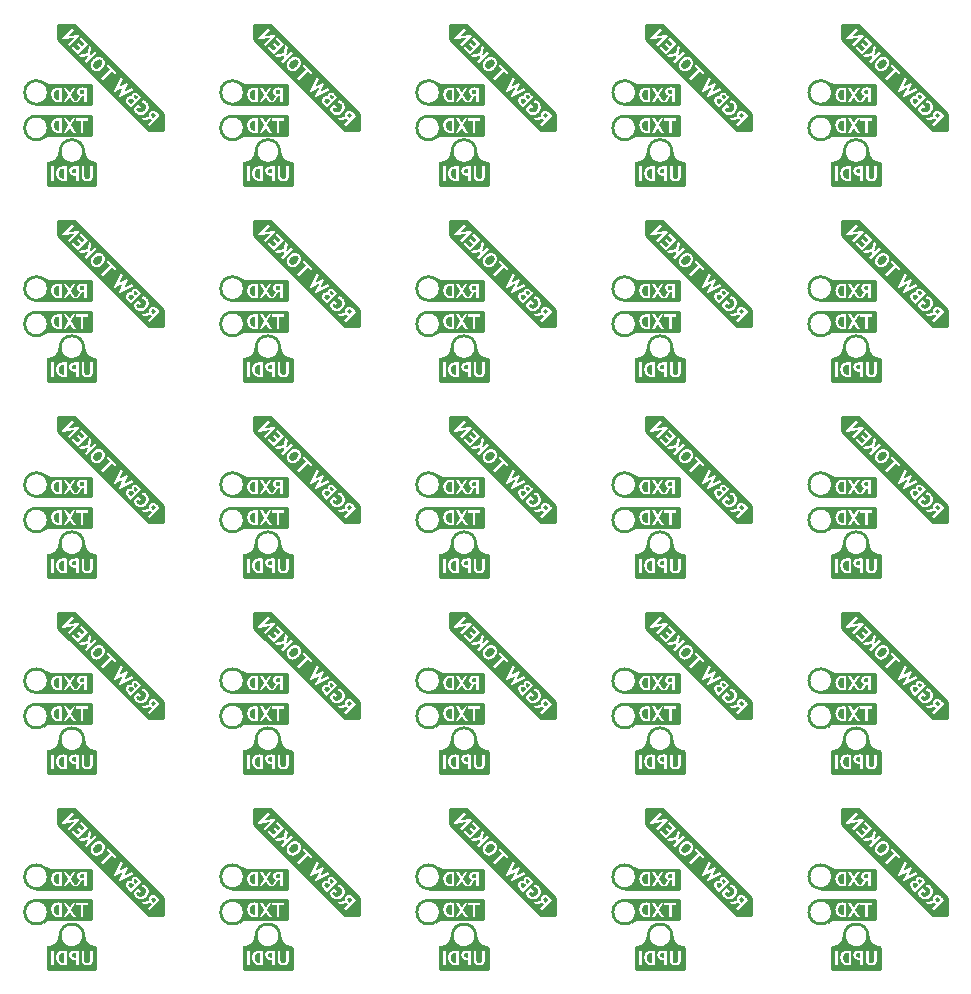
<source format=gbo>
G04*
G04 #@! TF.GenerationSoftware,Altium Limited,Altium Designer,23.11.1 (41)*
G04*
G04 Layer_Color=32896*
%FSLAX44Y44*%
%MOMM*%
G71*
G04*
G04 #@! TF.SameCoordinates,3482151D-E3A4-470A-A98F-003E0BE399C6*
G04*
G04*
G04 #@! TF.FilePolarity,Positive*
G04*
G01*
G75*
%ADD26C,0.2500*%
G36*
X842005Y843277D02*
X807000D01*
Y844000D01*
X800000D01*
X807000Y850125D01*
Y860723D01*
X842005D01*
Y843277D01*
D02*
G37*
G36*
X676005D02*
X641000D01*
Y844000D01*
X634000D01*
X641000Y850125D01*
Y860723D01*
X676005D01*
Y843277D01*
D02*
G37*
G36*
X510005D02*
X475000D01*
Y844000D01*
X468000D01*
X475000Y850125D01*
Y860723D01*
X510005D01*
Y843277D01*
D02*
G37*
G36*
X344005D02*
X309000D01*
Y844000D01*
X302000D01*
X309000Y850125D01*
Y860723D01*
X344005D01*
Y843277D01*
D02*
G37*
G36*
X178005D02*
X143000D01*
Y844000D01*
X136000D01*
X143000Y850125D01*
Y860723D01*
X178005D01*
Y843277D01*
D02*
G37*
G36*
X828549Y911000D02*
X829000D01*
X828757Y910792D01*
X903792Y835757D01*
X904000Y836000D01*
Y835549D01*
X905085Y834464D01*
X904000Y833379D01*
Y822000D01*
X892621D01*
X892536Y821915D01*
X892451Y822000D01*
X892000D01*
X892208Y822243D01*
X815243Y899208D01*
X815000Y899000D01*
Y899451D01*
X814915Y899536D01*
X815000Y899621D01*
Y911000D01*
X826379D01*
X827464Y912085D01*
X828549Y911000D01*
D02*
G37*
G36*
X662549D02*
X663000D01*
X662757Y910792D01*
X737792Y835757D01*
X738000Y836000D01*
Y835549D01*
X739085Y834464D01*
X738000Y833379D01*
Y822000D01*
X726621D01*
X726536Y821915D01*
X726451Y822000D01*
X726000D01*
X726208Y822243D01*
X649243Y899208D01*
X649000Y899000D01*
Y899451D01*
X648915Y899536D01*
X649000Y899621D01*
Y911000D01*
X660379D01*
X661464Y912085D01*
X662549Y911000D01*
D02*
G37*
G36*
X496549D02*
X497000D01*
X496757Y910792D01*
X571792Y835757D01*
X572000Y836000D01*
Y835549D01*
X573085Y834464D01*
X572000Y833379D01*
Y822000D01*
X560621D01*
X560536Y821915D01*
X560451Y822000D01*
X560000D01*
X560208Y822243D01*
X483243Y899208D01*
X483000Y899000D01*
Y899451D01*
X482915Y899536D01*
X483000Y899621D01*
Y911000D01*
X494379D01*
X495464Y912085D01*
X496549Y911000D01*
D02*
G37*
G36*
X330549D02*
X331000D01*
X330757Y910792D01*
X405792Y835757D01*
X406000Y836000D01*
Y835549D01*
X407085Y834464D01*
X406000Y833379D01*
Y822000D01*
X394621D01*
X394536Y821915D01*
X394451Y822000D01*
X394000D01*
X394208Y822243D01*
X317243Y899208D01*
X317000Y899000D01*
Y899451D01*
X316915Y899536D01*
X317000Y899621D01*
Y911000D01*
X328379D01*
X329464Y912085D01*
X330549Y911000D01*
D02*
G37*
G36*
X164549D02*
X165000D01*
X164757Y910792D01*
X239792Y835757D01*
X240000Y836000D01*
Y835549D01*
X241085Y834464D01*
X240000Y833379D01*
Y822000D01*
X228621D01*
X228536Y821915D01*
X228451Y822000D01*
X228000D01*
X228208Y822243D01*
X151243Y899208D01*
X151000Y899000D01*
Y899451D01*
X150915Y899536D01*
X151000Y899621D01*
Y911000D01*
X162379D01*
X163464Y912085D01*
X164549Y911000D01*
D02*
G37*
G36*
X843117Y817302D02*
X807000D01*
Y827875D01*
X800000Y834000D01*
X807000D01*
Y834698D01*
X843117D01*
Y817302D01*
D02*
G37*
G36*
X677117D02*
X641000D01*
Y827875D01*
X634000Y834000D01*
X641000D01*
Y834698D01*
X677117D01*
Y817302D01*
D02*
G37*
G36*
X511117D02*
X475000D01*
Y827875D01*
X468000Y834000D01*
X475000D01*
Y834698D01*
X511117D01*
Y817302D01*
D02*
G37*
G36*
X345117D02*
X309000D01*
Y827875D01*
X302000Y834000D01*
X309000D01*
Y834698D01*
X345117D01*
Y817302D01*
D02*
G37*
G36*
X179117D02*
X143000D01*
Y827875D01*
X136000Y834000D01*
X143000D01*
Y834698D01*
X179117D01*
Y817302D01*
D02*
G37*
G36*
X837048Y803020D02*
X837431Y801097D01*
X838181Y799286D01*
X839270Y797656D01*
X840656Y796270D01*
X842286Y795181D01*
X844097Y794431D01*
X846020Y794048D01*
X847000Y794000D01*
X847033D01*
Y776391D01*
X806967D01*
Y794000D01*
X807000D01*
X807980Y794048D01*
X809903Y794431D01*
X811714Y795181D01*
X813344Y796270D01*
X814730Y797656D01*
X815819Y799286D01*
X816569Y801097D01*
X816952Y803020D01*
X817000Y804000D01*
X817048Y803020D01*
X817431Y801097D01*
X818181Y799286D01*
X819270Y797656D01*
X820656Y796270D01*
X822286Y795181D01*
X824097Y794431D01*
X826020Y794048D01*
X827000Y794000D01*
X827980Y794048D01*
X829903Y794431D01*
X831714Y795181D01*
X833344Y796270D01*
X834730Y797656D01*
X835819Y799286D01*
X836569Y801097D01*
X836952Y803020D01*
X837000Y804000D01*
X837048Y803020D01*
D02*
G37*
G36*
X671048D02*
X671431Y801097D01*
X672181Y799286D01*
X673270Y797656D01*
X674656Y796270D01*
X676286Y795181D01*
X678097Y794431D01*
X680020Y794048D01*
X681000Y794000D01*
X681033D01*
Y776391D01*
X640967D01*
Y794000D01*
X641000D01*
X641980Y794048D01*
X643903Y794431D01*
X645714Y795181D01*
X647344Y796270D01*
X648730Y797656D01*
X649819Y799286D01*
X650569Y801097D01*
X650952Y803020D01*
X651000Y804000D01*
X651048Y803020D01*
X651431Y801097D01*
X652181Y799286D01*
X653270Y797656D01*
X654656Y796270D01*
X656286Y795181D01*
X658097Y794431D01*
X660020Y794048D01*
X661000Y794000D01*
X661980Y794048D01*
X663903Y794431D01*
X665714Y795181D01*
X667344Y796270D01*
X668730Y797656D01*
X669819Y799286D01*
X670569Y801097D01*
X670952Y803020D01*
X671000Y804000D01*
X671048Y803020D01*
D02*
G37*
G36*
X505048D02*
X505431Y801097D01*
X506181Y799286D01*
X507270Y797656D01*
X508656Y796270D01*
X510286Y795181D01*
X512097Y794431D01*
X514020Y794048D01*
X515000Y794000D01*
X515033D01*
Y776391D01*
X474967D01*
Y794000D01*
X475000D01*
X475980Y794048D01*
X477903Y794431D01*
X479714Y795181D01*
X481344Y796270D01*
X482730Y797656D01*
X483819Y799286D01*
X484569Y801097D01*
X484952Y803020D01*
X485000Y804000D01*
X485048Y803020D01*
X485431Y801097D01*
X486181Y799286D01*
X487270Y797656D01*
X488656Y796270D01*
X490286Y795181D01*
X492097Y794431D01*
X494020Y794048D01*
X495000Y794000D01*
X495980Y794048D01*
X497903Y794431D01*
X499714Y795181D01*
X501344Y796270D01*
X502730Y797656D01*
X503819Y799286D01*
X504569Y801097D01*
X504952Y803020D01*
X505000Y804000D01*
X505048Y803020D01*
D02*
G37*
G36*
X339048D02*
X339431Y801097D01*
X340181Y799286D01*
X341270Y797656D01*
X342656Y796270D01*
X344286Y795181D01*
X346097Y794431D01*
X348020Y794048D01*
X349000Y794000D01*
X349033D01*
Y776391D01*
X308967D01*
Y794000D01*
X309000D01*
X309980Y794048D01*
X311903Y794431D01*
X313714Y795181D01*
X315344Y796270D01*
X316730Y797656D01*
X317819Y799286D01*
X318569Y801097D01*
X318952Y803020D01*
X319000Y804000D01*
X319048Y803020D01*
X319431Y801097D01*
X320181Y799286D01*
X321270Y797656D01*
X322656Y796270D01*
X324286Y795181D01*
X326097Y794431D01*
X328020Y794048D01*
X329000Y794000D01*
X329980Y794048D01*
X331903Y794431D01*
X333714Y795181D01*
X335344Y796270D01*
X336730Y797656D01*
X337819Y799286D01*
X338569Y801097D01*
X338952Y803020D01*
X339000Y804000D01*
X339048Y803020D01*
D02*
G37*
G36*
X173048D02*
X173431Y801097D01*
X174181Y799286D01*
X175270Y797656D01*
X176656Y796270D01*
X178286Y795181D01*
X180097Y794431D01*
X182020Y794048D01*
X183000Y794000D01*
X183033D01*
Y776391D01*
X142967D01*
Y794000D01*
X143000D01*
X143980Y794048D01*
X145903Y794431D01*
X147714Y795181D01*
X149344Y796270D01*
X150730Y797656D01*
X151819Y799286D01*
X152569Y801097D01*
X152952Y803020D01*
X153000Y804000D01*
X153048Y803020D01*
X153431Y801097D01*
X154181Y799286D01*
X155270Y797656D01*
X156656Y796270D01*
X158286Y795181D01*
X160097Y794431D01*
X162020Y794048D01*
X163000Y794000D01*
X163980Y794048D01*
X165903Y794431D01*
X167714Y795181D01*
X169344Y796270D01*
X170730Y797656D01*
X171819Y799286D01*
X172569Y801097D01*
X172952Y803020D01*
X173000Y804000D01*
X173048Y803020D01*
D02*
G37*
G36*
X842005Y677277D02*
X807000D01*
Y678000D01*
X800000D01*
X807000Y684125D01*
Y694723D01*
X842005D01*
Y677277D01*
D02*
G37*
G36*
X676005D02*
X641000D01*
Y678000D01*
X634000D01*
X641000Y684125D01*
Y694723D01*
X676005D01*
Y677277D01*
D02*
G37*
G36*
X510005D02*
X475000D01*
Y678000D01*
X468000D01*
X475000Y684125D01*
Y694723D01*
X510005D01*
Y677277D01*
D02*
G37*
G36*
X344005D02*
X309000D01*
Y678000D01*
X302000D01*
X309000Y684125D01*
Y694723D01*
X344005D01*
Y677277D01*
D02*
G37*
G36*
X178005D02*
X143000D01*
Y678000D01*
X136000D01*
X143000Y684125D01*
Y694723D01*
X178005D01*
Y677277D01*
D02*
G37*
G36*
X828549Y745000D02*
X829000D01*
X828757Y744792D01*
X903792Y669757D01*
X904000Y670000D01*
Y669549D01*
X905085Y668464D01*
X904000Y667379D01*
Y656000D01*
X892621D01*
X892536Y655915D01*
X892451Y656000D01*
X892000D01*
X892208Y656243D01*
X815243Y733208D01*
X815000Y733000D01*
Y733451D01*
X814915Y733536D01*
X815000Y733621D01*
Y745000D01*
X826379D01*
X827464Y746085D01*
X828549Y745000D01*
D02*
G37*
G36*
X662549D02*
X663000D01*
X662757Y744792D01*
X737792Y669757D01*
X738000Y670000D01*
Y669549D01*
X739085Y668464D01*
X738000Y667379D01*
Y656000D01*
X726621D01*
X726536Y655915D01*
X726451Y656000D01*
X726000D01*
X726208Y656243D01*
X649243Y733208D01*
X649000Y733000D01*
Y733451D01*
X648915Y733536D01*
X649000Y733621D01*
Y745000D01*
X660379D01*
X661464Y746085D01*
X662549Y745000D01*
D02*
G37*
G36*
X496549D02*
X497000D01*
X496757Y744792D01*
X571792Y669757D01*
X572000Y670000D01*
Y669549D01*
X573085Y668464D01*
X572000Y667379D01*
Y656000D01*
X560621D01*
X560536Y655915D01*
X560451Y656000D01*
X560000D01*
X560208Y656243D01*
X483243Y733208D01*
X483000Y733000D01*
Y733451D01*
X482915Y733536D01*
X483000Y733621D01*
Y745000D01*
X494379D01*
X495464Y746085D01*
X496549Y745000D01*
D02*
G37*
G36*
X330549D02*
X331000D01*
X330757Y744792D01*
X405792Y669757D01*
X406000Y670000D01*
Y669549D01*
X407085Y668464D01*
X406000Y667379D01*
Y656000D01*
X394621D01*
X394536Y655915D01*
X394451Y656000D01*
X394000D01*
X394208Y656243D01*
X317243Y733208D01*
X317000Y733000D01*
Y733451D01*
X316915Y733536D01*
X317000Y733621D01*
Y745000D01*
X328379D01*
X329464Y746085D01*
X330549Y745000D01*
D02*
G37*
G36*
X164549D02*
X165000D01*
X164757Y744792D01*
X239792Y669757D01*
X240000Y670000D01*
Y669549D01*
X241085Y668464D01*
X240000Y667379D01*
Y656000D01*
X228621D01*
X228536Y655915D01*
X228451Y656000D01*
X228000D01*
X228208Y656243D01*
X151243Y733208D01*
X151000Y733000D01*
Y733451D01*
X150915Y733536D01*
X151000Y733621D01*
Y745000D01*
X162379D01*
X163464Y746085D01*
X164549Y745000D01*
D02*
G37*
G36*
X843117Y651302D02*
X807000D01*
Y661875D01*
X800000Y668000D01*
X807000D01*
Y668698D01*
X843117D01*
Y651302D01*
D02*
G37*
G36*
X677117D02*
X641000D01*
Y661875D01*
X634000Y668000D01*
X641000D01*
Y668698D01*
X677117D01*
Y651302D01*
D02*
G37*
G36*
X511117D02*
X475000D01*
Y661875D01*
X468000Y668000D01*
X475000D01*
Y668698D01*
X511117D01*
Y651302D01*
D02*
G37*
G36*
X345117D02*
X309000D01*
Y661875D01*
X302000Y668000D01*
X309000D01*
Y668698D01*
X345117D01*
Y651302D01*
D02*
G37*
G36*
X179117D02*
X143000D01*
Y661875D01*
X136000Y668000D01*
X143000D01*
Y668698D01*
X179117D01*
Y651302D01*
D02*
G37*
G36*
X837048Y637020D02*
X837431Y635097D01*
X838181Y633286D01*
X839270Y631656D01*
X840656Y630270D01*
X842286Y629181D01*
X844097Y628431D01*
X846020Y628048D01*
X847000Y628000D01*
X847033D01*
Y610391D01*
X806967D01*
Y628000D01*
X807000D01*
X807980Y628048D01*
X809903Y628431D01*
X811714Y629181D01*
X813344Y630270D01*
X814730Y631656D01*
X815819Y633286D01*
X816569Y635097D01*
X816952Y637020D01*
X817000Y638000D01*
X817048Y637020D01*
X817431Y635097D01*
X818181Y633286D01*
X819270Y631656D01*
X820656Y630270D01*
X822286Y629181D01*
X824097Y628431D01*
X826020Y628048D01*
X827000Y628000D01*
X827980Y628048D01*
X829903Y628431D01*
X831714Y629181D01*
X833344Y630270D01*
X834730Y631656D01*
X835819Y633286D01*
X836569Y635097D01*
X836952Y637020D01*
X837000Y638000D01*
X837048Y637020D01*
D02*
G37*
G36*
X671048D02*
X671431Y635097D01*
X672181Y633286D01*
X673270Y631656D01*
X674656Y630270D01*
X676286Y629181D01*
X678097Y628431D01*
X680020Y628048D01*
X681000Y628000D01*
X681033D01*
Y610391D01*
X640967D01*
Y628000D01*
X641000D01*
X641980Y628048D01*
X643903Y628431D01*
X645714Y629181D01*
X647344Y630270D01*
X648730Y631656D01*
X649819Y633286D01*
X650569Y635097D01*
X650952Y637020D01*
X651000Y638000D01*
X651048Y637020D01*
X651431Y635097D01*
X652181Y633286D01*
X653270Y631656D01*
X654656Y630270D01*
X656286Y629181D01*
X658097Y628431D01*
X660020Y628048D01*
X661000Y628000D01*
X661980Y628048D01*
X663903Y628431D01*
X665714Y629181D01*
X667344Y630270D01*
X668730Y631656D01*
X669819Y633286D01*
X670569Y635097D01*
X670952Y637020D01*
X671000Y638000D01*
X671048Y637020D01*
D02*
G37*
G36*
X505048D02*
X505431Y635097D01*
X506181Y633286D01*
X507270Y631656D01*
X508656Y630270D01*
X510286Y629181D01*
X512097Y628431D01*
X514020Y628048D01*
X515000Y628000D01*
X515033D01*
Y610391D01*
X474967D01*
Y628000D01*
X475000D01*
X475980Y628048D01*
X477903Y628431D01*
X479714Y629181D01*
X481344Y630270D01*
X482730Y631656D01*
X483819Y633286D01*
X484569Y635097D01*
X484952Y637020D01*
X485000Y638000D01*
X485048Y637020D01*
X485431Y635097D01*
X486181Y633286D01*
X487270Y631656D01*
X488656Y630270D01*
X490286Y629181D01*
X492097Y628431D01*
X494020Y628048D01*
X495000Y628000D01*
X495980Y628048D01*
X497903Y628431D01*
X499714Y629181D01*
X501344Y630270D01*
X502730Y631656D01*
X503819Y633286D01*
X504569Y635097D01*
X504952Y637020D01*
X505000Y638000D01*
X505048Y637020D01*
D02*
G37*
G36*
X339048D02*
X339431Y635097D01*
X340181Y633286D01*
X341270Y631656D01*
X342656Y630270D01*
X344286Y629181D01*
X346097Y628431D01*
X348020Y628048D01*
X349000Y628000D01*
X349033D01*
Y610391D01*
X308967D01*
Y628000D01*
X309000D01*
X309980Y628048D01*
X311903Y628431D01*
X313714Y629181D01*
X315344Y630270D01*
X316730Y631656D01*
X317819Y633286D01*
X318569Y635097D01*
X318952Y637020D01*
X319000Y638000D01*
X319048Y637020D01*
X319431Y635097D01*
X320181Y633286D01*
X321270Y631656D01*
X322656Y630270D01*
X324286Y629181D01*
X326097Y628431D01*
X328020Y628048D01*
X329000Y628000D01*
X329980Y628048D01*
X331903Y628431D01*
X333714Y629181D01*
X335344Y630270D01*
X336730Y631656D01*
X337819Y633286D01*
X338569Y635097D01*
X338952Y637020D01*
X339000Y638000D01*
X339048Y637020D01*
D02*
G37*
G36*
X173048D02*
X173431Y635097D01*
X174181Y633286D01*
X175270Y631656D01*
X176656Y630270D01*
X178286Y629181D01*
X180097Y628431D01*
X182020Y628048D01*
X183000Y628000D01*
X183033D01*
Y610391D01*
X142967D01*
Y628000D01*
X143000D01*
X143980Y628048D01*
X145903Y628431D01*
X147714Y629181D01*
X149344Y630270D01*
X150730Y631656D01*
X151819Y633286D01*
X152569Y635097D01*
X152952Y637020D01*
X153000Y638000D01*
X153048Y637020D01*
X153431Y635097D01*
X154181Y633286D01*
X155270Y631656D01*
X156656Y630270D01*
X158286Y629181D01*
X160097Y628431D01*
X162020Y628048D01*
X163000Y628000D01*
X163980Y628048D01*
X165903Y628431D01*
X167714Y629181D01*
X169344Y630270D01*
X170730Y631656D01*
X171819Y633286D01*
X172569Y635097D01*
X172952Y637020D01*
X173000Y638000D01*
X173048Y637020D01*
D02*
G37*
G36*
X842005Y511277D02*
X807000D01*
Y512000D01*
X800000D01*
X807000Y518125D01*
Y528723D01*
X842005D01*
Y511277D01*
D02*
G37*
G36*
X676005D02*
X641000D01*
Y512000D01*
X634000D01*
X641000Y518125D01*
Y528723D01*
X676005D01*
Y511277D01*
D02*
G37*
G36*
X510005D02*
X475000D01*
Y512000D01*
X468000D01*
X475000Y518125D01*
Y528723D01*
X510005D01*
Y511277D01*
D02*
G37*
G36*
X344005D02*
X309000D01*
Y512000D01*
X302000D01*
X309000Y518125D01*
Y528723D01*
X344005D01*
Y511277D01*
D02*
G37*
G36*
X178005D02*
X143000D01*
Y512000D01*
X136000D01*
X143000Y518125D01*
Y528723D01*
X178005D01*
Y511277D01*
D02*
G37*
G36*
X828549Y579000D02*
X829000D01*
X828757Y578792D01*
X903792Y503757D01*
X904000Y504000D01*
Y503549D01*
X905085Y502464D01*
X904000Y501379D01*
Y490000D01*
X892621D01*
X892536Y489915D01*
X892451Y490000D01*
X892000D01*
X892208Y490243D01*
X815243Y567208D01*
X815000Y567000D01*
Y567451D01*
X814915Y567536D01*
X815000Y567621D01*
Y579000D01*
X826379D01*
X827464Y580085D01*
X828549Y579000D01*
D02*
G37*
G36*
X662549D02*
X663000D01*
X662757Y578792D01*
X737792Y503757D01*
X738000Y504000D01*
Y503549D01*
X739085Y502464D01*
X738000Y501379D01*
Y490000D01*
X726621D01*
X726536Y489915D01*
X726451Y490000D01*
X726000D01*
X726208Y490243D01*
X649243Y567208D01*
X649000Y567000D01*
Y567451D01*
X648915Y567536D01*
X649000Y567621D01*
Y579000D01*
X660379D01*
X661464Y580085D01*
X662549Y579000D01*
D02*
G37*
G36*
X496549D02*
X497000D01*
X496757Y578792D01*
X571792Y503757D01*
X572000Y504000D01*
Y503549D01*
X573085Y502464D01*
X572000Y501379D01*
Y490000D01*
X560621D01*
X560536Y489915D01*
X560451Y490000D01*
X560000D01*
X560208Y490243D01*
X483243Y567208D01*
X483000Y567000D01*
Y567451D01*
X482915Y567536D01*
X483000Y567621D01*
Y579000D01*
X494379D01*
X495464Y580085D01*
X496549Y579000D01*
D02*
G37*
G36*
X330549D02*
X331000D01*
X330757Y578792D01*
X405792Y503757D01*
X406000Y504000D01*
Y503549D01*
X407085Y502464D01*
X406000Y501379D01*
Y490000D01*
X394621D01*
X394536Y489915D01*
X394451Y490000D01*
X394000D01*
X394208Y490243D01*
X317243Y567208D01*
X317000Y567000D01*
Y567451D01*
X316915Y567536D01*
X317000Y567621D01*
Y579000D01*
X328379D01*
X329464Y580085D01*
X330549Y579000D01*
D02*
G37*
G36*
X164549D02*
X165000D01*
X164757Y578792D01*
X239792Y503757D01*
X240000Y504000D01*
Y503549D01*
X241085Y502464D01*
X240000Y501379D01*
Y490000D01*
X228621D01*
X228536Y489915D01*
X228451Y490000D01*
X228000D01*
X228208Y490243D01*
X151243Y567208D01*
X151000Y567000D01*
Y567451D01*
X150915Y567536D01*
X151000Y567621D01*
Y579000D01*
X162379D01*
X163464Y580085D01*
X164549Y579000D01*
D02*
G37*
G36*
X843117Y485302D02*
X807000D01*
Y495875D01*
X800000Y502000D01*
X807000D01*
Y502698D01*
X843117D01*
Y485302D01*
D02*
G37*
G36*
X677117D02*
X641000D01*
Y495875D01*
X634000Y502000D01*
X641000D01*
Y502698D01*
X677117D01*
Y485302D01*
D02*
G37*
G36*
X511117D02*
X475000D01*
Y495875D01*
X468000Y502000D01*
X475000D01*
Y502698D01*
X511117D01*
Y485302D01*
D02*
G37*
G36*
X345117D02*
X309000D01*
Y495875D01*
X302000Y502000D01*
X309000D01*
Y502698D01*
X345117D01*
Y485302D01*
D02*
G37*
G36*
X179117D02*
X143000D01*
Y495875D01*
X136000Y502000D01*
X143000D01*
Y502698D01*
X179117D01*
Y485302D01*
D02*
G37*
G36*
X837048Y471020D02*
X837431Y469097D01*
X838181Y467286D01*
X839270Y465656D01*
X840656Y464270D01*
X842286Y463181D01*
X844097Y462431D01*
X846020Y462048D01*
X847000Y462000D01*
X847033D01*
Y444391D01*
X806967D01*
Y462000D01*
X807000D01*
X807980Y462048D01*
X809903Y462431D01*
X811714Y463181D01*
X813344Y464270D01*
X814730Y465656D01*
X815819Y467286D01*
X816569Y469097D01*
X816952Y471020D01*
X817000Y472000D01*
X817048Y471020D01*
X817431Y469097D01*
X818181Y467286D01*
X819270Y465656D01*
X820656Y464270D01*
X822286Y463181D01*
X824097Y462431D01*
X826020Y462048D01*
X827000Y462000D01*
X827980Y462048D01*
X829903Y462431D01*
X831714Y463181D01*
X833344Y464270D01*
X834730Y465656D01*
X835819Y467286D01*
X836569Y469097D01*
X836952Y471020D01*
X837000Y472000D01*
X837048Y471020D01*
D02*
G37*
G36*
X671048D02*
X671431Y469097D01*
X672181Y467286D01*
X673270Y465656D01*
X674656Y464270D01*
X676286Y463181D01*
X678097Y462431D01*
X680020Y462048D01*
X681000Y462000D01*
X681033D01*
Y444391D01*
X640967D01*
Y462000D01*
X641000D01*
X641980Y462048D01*
X643903Y462431D01*
X645714Y463181D01*
X647344Y464270D01*
X648730Y465656D01*
X649819Y467286D01*
X650569Y469097D01*
X650952Y471020D01*
X651000Y472000D01*
X651048Y471020D01*
X651431Y469097D01*
X652181Y467286D01*
X653270Y465656D01*
X654656Y464270D01*
X656286Y463181D01*
X658097Y462431D01*
X660020Y462048D01*
X661000Y462000D01*
X661980Y462048D01*
X663903Y462431D01*
X665714Y463181D01*
X667344Y464270D01*
X668730Y465656D01*
X669819Y467286D01*
X670569Y469097D01*
X670952Y471020D01*
X671000Y472000D01*
X671048Y471020D01*
D02*
G37*
G36*
X505048D02*
X505431Y469097D01*
X506181Y467286D01*
X507270Y465656D01*
X508656Y464270D01*
X510286Y463181D01*
X512097Y462431D01*
X514020Y462048D01*
X515000Y462000D01*
X515033D01*
Y444391D01*
X474967D01*
Y462000D01*
X475000D01*
X475980Y462048D01*
X477903Y462431D01*
X479714Y463181D01*
X481344Y464270D01*
X482730Y465656D01*
X483819Y467286D01*
X484569Y469097D01*
X484952Y471020D01*
X485000Y472000D01*
X485048Y471020D01*
X485431Y469097D01*
X486181Y467286D01*
X487270Y465656D01*
X488656Y464270D01*
X490286Y463181D01*
X492097Y462431D01*
X494020Y462048D01*
X495000Y462000D01*
X495980Y462048D01*
X497903Y462431D01*
X499714Y463181D01*
X501344Y464270D01*
X502730Y465656D01*
X503819Y467286D01*
X504569Y469097D01*
X504952Y471020D01*
X505000Y472000D01*
X505048Y471020D01*
D02*
G37*
G36*
X339048D02*
X339431Y469097D01*
X340181Y467286D01*
X341270Y465656D01*
X342656Y464270D01*
X344286Y463181D01*
X346097Y462431D01*
X348020Y462048D01*
X349000Y462000D01*
X349033D01*
Y444391D01*
X308967D01*
Y462000D01*
X309000D01*
X309980Y462048D01*
X311903Y462431D01*
X313714Y463181D01*
X315344Y464270D01*
X316730Y465656D01*
X317819Y467286D01*
X318569Y469097D01*
X318952Y471020D01*
X319000Y472000D01*
X319048Y471020D01*
X319431Y469097D01*
X320181Y467286D01*
X321270Y465656D01*
X322656Y464270D01*
X324286Y463181D01*
X326097Y462431D01*
X328020Y462048D01*
X329000Y462000D01*
X329980Y462048D01*
X331903Y462431D01*
X333714Y463181D01*
X335344Y464270D01*
X336730Y465656D01*
X337819Y467286D01*
X338569Y469097D01*
X338952Y471020D01*
X339000Y472000D01*
X339048Y471020D01*
D02*
G37*
G36*
X173048D02*
X173431Y469097D01*
X174181Y467286D01*
X175270Y465656D01*
X176656Y464270D01*
X178286Y463181D01*
X180097Y462431D01*
X182020Y462048D01*
X183000Y462000D01*
X183033D01*
Y444391D01*
X142967D01*
Y462000D01*
X143000D01*
X143980Y462048D01*
X145903Y462431D01*
X147714Y463181D01*
X149344Y464270D01*
X150730Y465656D01*
X151819Y467286D01*
X152569Y469097D01*
X152952Y471020D01*
X153000Y472000D01*
X153048Y471020D01*
X153431Y469097D01*
X154181Y467286D01*
X155270Y465656D01*
X156656Y464270D01*
X158286Y463181D01*
X160097Y462431D01*
X162020Y462048D01*
X163000Y462000D01*
X163980Y462048D01*
X165903Y462431D01*
X167714Y463181D01*
X169344Y464270D01*
X170730Y465656D01*
X171819Y467286D01*
X172569Y469097D01*
X172952Y471020D01*
X173000Y472000D01*
X173048Y471020D01*
D02*
G37*
G36*
X842005Y345277D02*
X807000D01*
Y346000D01*
X800000D01*
X807000Y352125D01*
Y362723D01*
X842005D01*
Y345277D01*
D02*
G37*
G36*
X676005D02*
X641000D01*
Y346000D01*
X634000D01*
X641000Y352125D01*
Y362723D01*
X676005D01*
Y345277D01*
D02*
G37*
G36*
X510005D02*
X475000D01*
Y346000D01*
X468000D01*
X475000Y352125D01*
Y362723D01*
X510005D01*
Y345277D01*
D02*
G37*
G36*
X344005D02*
X309000D01*
Y346000D01*
X302000D01*
X309000Y352125D01*
Y362723D01*
X344005D01*
Y345277D01*
D02*
G37*
G36*
X178005D02*
X143000D01*
Y346000D01*
X136000D01*
X143000Y352125D01*
Y362723D01*
X178005D01*
Y345277D01*
D02*
G37*
G36*
X828549Y413000D02*
X829000D01*
X828757Y412792D01*
X903792Y337757D01*
X904000Y338000D01*
Y337549D01*
X905085Y336464D01*
X904000Y335379D01*
Y324000D01*
X892621D01*
X892536Y323915D01*
X892451Y324000D01*
X892000D01*
X892208Y324243D01*
X815243Y401208D01*
X815000Y401000D01*
Y401451D01*
X814915Y401536D01*
X815000Y401621D01*
Y413000D01*
X826379D01*
X827464Y414085D01*
X828549Y413000D01*
D02*
G37*
G36*
X662549D02*
X663000D01*
X662757Y412792D01*
X737792Y337757D01*
X738000Y338000D01*
Y337549D01*
X739085Y336464D01*
X738000Y335379D01*
Y324000D01*
X726621D01*
X726536Y323915D01*
X726451Y324000D01*
X726000D01*
X726208Y324243D01*
X649243Y401208D01*
X649000Y401000D01*
Y401451D01*
X648915Y401536D01*
X649000Y401621D01*
Y413000D01*
X660379D01*
X661464Y414085D01*
X662549Y413000D01*
D02*
G37*
G36*
X496549D02*
X497000D01*
X496757Y412792D01*
X571792Y337757D01*
X572000Y338000D01*
Y337549D01*
X573085Y336464D01*
X572000Y335379D01*
Y324000D01*
X560621D01*
X560536Y323915D01*
X560451Y324000D01*
X560000D01*
X560208Y324243D01*
X483243Y401208D01*
X483000Y401000D01*
Y401451D01*
X482915Y401536D01*
X483000Y401621D01*
Y413000D01*
X494379D01*
X495464Y414085D01*
X496549Y413000D01*
D02*
G37*
G36*
X330549D02*
X331000D01*
X330757Y412792D01*
X405792Y337757D01*
X406000Y338000D01*
Y337549D01*
X407085Y336464D01*
X406000Y335379D01*
Y324000D01*
X394621D01*
X394536Y323915D01*
X394451Y324000D01*
X394000D01*
X394208Y324243D01*
X317243Y401208D01*
X317000Y401000D01*
Y401451D01*
X316915Y401536D01*
X317000Y401621D01*
Y413000D01*
X328379D01*
X329464Y414085D01*
X330549Y413000D01*
D02*
G37*
G36*
X164549D02*
X165000D01*
X164757Y412792D01*
X239792Y337757D01*
X240000Y338000D01*
Y337549D01*
X241085Y336464D01*
X240000Y335379D01*
Y324000D01*
X228621D01*
X228536Y323915D01*
X228451Y324000D01*
X228000D01*
X228208Y324243D01*
X151243Y401208D01*
X151000Y401000D01*
Y401451D01*
X150915Y401536D01*
X151000Y401621D01*
Y413000D01*
X162379D01*
X163464Y414085D01*
X164549Y413000D01*
D02*
G37*
G36*
X843117Y319302D02*
X807000D01*
Y329875D01*
X800000Y336000D01*
X807000D01*
Y336698D01*
X843117D01*
Y319302D01*
D02*
G37*
G36*
X677117D02*
X641000D01*
Y329875D01*
X634000Y336000D01*
X641000D01*
Y336698D01*
X677117D01*
Y319302D01*
D02*
G37*
G36*
X511117D02*
X475000D01*
Y329875D01*
X468000Y336000D01*
X475000D01*
Y336698D01*
X511117D01*
Y319302D01*
D02*
G37*
G36*
X345117D02*
X309000D01*
Y329875D01*
X302000Y336000D01*
X309000D01*
Y336698D01*
X345117D01*
Y319302D01*
D02*
G37*
G36*
X179117D02*
X143000D01*
Y329875D01*
X136000Y336000D01*
X143000D01*
Y336698D01*
X179117D01*
Y319302D01*
D02*
G37*
G36*
X837048Y305020D02*
X837431Y303097D01*
X838181Y301286D01*
X839270Y299656D01*
X840656Y298270D01*
X842286Y297181D01*
X844097Y296431D01*
X846020Y296048D01*
X847000Y296000D01*
X847033D01*
Y278391D01*
X806967D01*
Y296000D01*
X807000D01*
X807980Y296048D01*
X809903Y296431D01*
X811714Y297181D01*
X813344Y298270D01*
X814730Y299656D01*
X815819Y301286D01*
X816569Y303097D01*
X816952Y305020D01*
X817000Y306000D01*
X817048Y305020D01*
X817431Y303097D01*
X818181Y301286D01*
X819270Y299656D01*
X820656Y298270D01*
X822286Y297181D01*
X824097Y296431D01*
X826020Y296048D01*
X827000Y296000D01*
X827980Y296048D01*
X829903Y296431D01*
X831714Y297181D01*
X833344Y298270D01*
X834730Y299656D01*
X835819Y301286D01*
X836569Y303097D01*
X836952Y305020D01*
X837000Y306000D01*
X837048Y305020D01*
D02*
G37*
G36*
X671048D02*
X671431Y303097D01*
X672181Y301286D01*
X673270Y299656D01*
X674656Y298270D01*
X676286Y297181D01*
X678097Y296431D01*
X680020Y296048D01*
X681000Y296000D01*
X681033D01*
Y278391D01*
X640967D01*
Y296000D01*
X641000D01*
X641980Y296048D01*
X643903Y296431D01*
X645714Y297181D01*
X647344Y298270D01*
X648730Y299656D01*
X649819Y301286D01*
X650569Y303097D01*
X650952Y305020D01*
X651000Y306000D01*
X651048Y305020D01*
X651431Y303097D01*
X652181Y301286D01*
X653270Y299656D01*
X654656Y298270D01*
X656286Y297181D01*
X658097Y296431D01*
X660020Y296048D01*
X661000Y296000D01*
X661980Y296048D01*
X663903Y296431D01*
X665714Y297181D01*
X667344Y298270D01*
X668730Y299656D01*
X669819Y301286D01*
X670569Y303097D01*
X670952Y305020D01*
X671000Y306000D01*
X671048Y305020D01*
D02*
G37*
G36*
X505048D02*
X505431Y303097D01*
X506181Y301286D01*
X507270Y299656D01*
X508656Y298270D01*
X510286Y297181D01*
X512097Y296431D01*
X514020Y296048D01*
X515000Y296000D01*
X515033D01*
Y278391D01*
X474967D01*
Y296000D01*
X475000D01*
X475980Y296048D01*
X477903Y296431D01*
X479714Y297181D01*
X481344Y298270D01*
X482730Y299656D01*
X483819Y301286D01*
X484569Y303097D01*
X484952Y305020D01*
X485000Y306000D01*
X485048Y305020D01*
X485431Y303097D01*
X486181Y301286D01*
X487270Y299656D01*
X488656Y298270D01*
X490286Y297181D01*
X492097Y296431D01*
X494020Y296048D01*
X495000Y296000D01*
X495980Y296048D01*
X497903Y296431D01*
X499714Y297181D01*
X501344Y298270D01*
X502730Y299656D01*
X503819Y301286D01*
X504569Y303097D01*
X504952Y305020D01*
X505000Y306000D01*
X505048Y305020D01*
D02*
G37*
G36*
X339048D02*
X339431Y303097D01*
X340181Y301286D01*
X341270Y299656D01*
X342656Y298270D01*
X344286Y297181D01*
X346097Y296431D01*
X348020Y296048D01*
X349000Y296000D01*
X349033D01*
Y278391D01*
X308967D01*
Y296000D01*
X309000D01*
X309980Y296048D01*
X311903Y296431D01*
X313714Y297181D01*
X315344Y298270D01*
X316730Y299656D01*
X317819Y301286D01*
X318569Y303097D01*
X318952Y305020D01*
X319000Y306000D01*
X319048Y305020D01*
X319431Y303097D01*
X320181Y301286D01*
X321270Y299656D01*
X322656Y298270D01*
X324286Y297181D01*
X326097Y296431D01*
X328020Y296048D01*
X329000Y296000D01*
X329980Y296048D01*
X331903Y296431D01*
X333714Y297181D01*
X335344Y298270D01*
X336730Y299656D01*
X337819Y301286D01*
X338569Y303097D01*
X338952Y305020D01*
X339000Y306000D01*
X339048Y305020D01*
D02*
G37*
G36*
X173048D02*
X173431Y303097D01*
X174181Y301286D01*
X175270Y299656D01*
X176656Y298270D01*
X178286Y297181D01*
X180097Y296431D01*
X182020Y296048D01*
X183000Y296000D01*
X183033D01*
Y278391D01*
X142967D01*
Y296000D01*
X143000D01*
X143980Y296048D01*
X145903Y296431D01*
X147714Y297181D01*
X149344Y298270D01*
X150730Y299656D01*
X151819Y301286D01*
X152569Y303097D01*
X152952Y305020D01*
X153000Y306000D01*
X153048Y305020D01*
X153431Y303097D01*
X154181Y301286D01*
X155270Y299656D01*
X156656Y298270D01*
X158286Y297181D01*
X160097Y296431D01*
X162020Y296048D01*
X163000Y296000D01*
X163980Y296048D01*
X165903Y296431D01*
X167714Y297181D01*
X169344Y298270D01*
X170730Y299656D01*
X171819Y301286D01*
X172569Y303097D01*
X172952Y305020D01*
X173000Y306000D01*
X173048Y305020D01*
D02*
G37*
G36*
X842005Y179277D02*
X807000D01*
Y180000D01*
X800000D01*
X807000Y186125D01*
Y196723D01*
X842005D01*
Y179277D01*
D02*
G37*
G36*
X676005D02*
X641000D01*
Y180000D01*
X634000D01*
X641000Y186125D01*
Y196723D01*
X676005D01*
Y179277D01*
D02*
G37*
G36*
X510005D02*
X475000D01*
Y180000D01*
X468000D01*
X475000Y186125D01*
Y196723D01*
X510005D01*
Y179277D01*
D02*
G37*
G36*
X344005D02*
X309000D01*
Y180000D01*
X302000D01*
X309000Y186125D01*
Y196723D01*
X344005D01*
Y179277D01*
D02*
G37*
G36*
X178005D02*
X143000D01*
Y180000D01*
X136000D01*
X143000Y186125D01*
Y196723D01*
X178005D01*
Y179277D01*
D02*
G37*
G36*
X828549Y247000D02*
X829000D01*
X828757Y246792D01*
X903792Y171757D01*
X904000Y172000D01*
Y171549D01*
X905085Y170464D01*
X904000Y169379D01*
Y158000D01*
X892621D01*
X892536Y157915D01*
X892451Y158000D01*
X892000D01*
X892208Y158243D01*
X815243Y235208D01*
X815000Y235000D01*
Y235451D01*
X814915Y235536D01*
X815000Y235621D01*
Y247000D01*
X826379D01*
X827464Y248085D01*
X828549Y247000D01*
D02*
G37*
G36*
X662549D02*
X663000D01*
X662757Y246792D01*
X737792Y171757D01*
X738000Y172000D01*
Y171549D01*
X739085Y170464D01*
X738000Y169379D01*
Y158000D01*
X726621D01*
X726536Y157915D01*
X726451Y158000D01*
X726000D01*
X726208Y158243D01*
X649243Y235208D01*
X649000Y235000D01*
Y235451D01*
X648915Y235536D01*
X649000Y235621D01*
Y247000D01*
X660379D01*
X661464Y248085D01*
X662549Y247000D01*
D02*
G37*
G36*
X496549D02*
X497000D01*
X496757Y246792D01*
X571792Y171757D01*
X572000Y172000D01*
Y171549D01*
X573085Y170464D01*
X572000Y169379D01*
Y158000D01*
X560621D01*
X560536Y157915D01*
X560451Y158000D01*
X560000D01*
X560208Y158243D01*
X483243Y235208D01*
X483000Y235000D01*
Y235451D01*
X482915Y235536D01*
X483000Y235621D01*
Y247000D01*
X494379D01*
X495464Y248085D01*
X496549Y247000D01*
D02*
G37*
G36*
X330549D02*
X331000D01*
X330757Y246792D01*
X405792Y171757D01*
X406000Y172000D01*
Y171549D01*
X407085Y170464D01*
X406000Y169379D01*
Y158000D01*
X394621D01*
X394536Y157915D01*
X394451Y158000D01*
X394000D01*
X394208Y158243D01*
X317243Y235208D01*
X317000Y235000D01*
Y235451D01*
X316915Y235536D01*
X317000Y235621D01*
Y247000D01*
X328379D01*
X329464Y248085D01*
X330549Y247000D01*
D02*
G37*
G36*
X164549D02*
X165000D01*
X164757Y246792D01*
X239792Y171757D01*
X240000Y172000D01*
Y171549D01*
X241085Y170464D01*
X240000Y169379D01*
Y158000D01*
X228621D01*
X228536Y157915D01*
X228451Y158000D01*
X228000D01*
X228208Y158243D01*
X151243Y235208D01*
X151000Y235000D01*
Y235451D01*
X150915Y235536D01*
X151000Y235621D01*
Y247000D01*
X162379D01*
X163464Y248085D01*
X164549Y247000D01*
D02*
G37*
G36*
X843117Y153302D02*
X807000D01*
Y163875D01*
X800000Y170000D01*
X807000D01*
Y170698D01*
X843117D01*
Y153302D01*
D02*
G37*
G36*
X677117D02*
X641000D01*
Y163875D01*
X634000Y170000D01*
X641000D01*
Y170698D01*
X677117D01*
Y153302D01*
D02*
G37*
G36*
X511117D02*
X475000D01*
Y163875D01*
X468000Y170000D01*
X475000D01*
Y170698D01*
X511117D01*
Y153302D01*
D02*
G37*
G36*
X345117D02*
X309000D01*
Y163875D01*
X302000Y170000D01*
X309000D01*
Y170698D01*
X345117D01*
Y153302D01*
D02*
G37*
G36*
X179117D02*
X143000D01*
Y163875D01*
X136000Y170000D01*
X143000D01*
Y170698D01*
X179117D01*
Y153302D01*
D02*
G37*
G36*
X837048Y139020D02*
X837431Y137097D01*
X838181Y135286D01*
X839270Y133656D01*
X840656Y132270D01*
X842286Y131181D01*
X844097Y130431D01*
X846020Y130048D01*
X847000Y130000D01*
X847033D01*
Y112391D01*
X806967D01*
Y130000D01*
X807000D01*
X807980Y130048D01*
X809903Y130431D01*
X811714Y131181D01*
X813344Y132270D01*
X814730Y133656D01*
X815819Y135286D01*
X816569Y137097D01*
X816952Y139020D01*
X817000Y140000D01*
X817048Y139020D01*
X817431Y137097D01*
X818181Y135286D01*
X819270Y133656D01*
X820656Y132270D01*
X822286Y131181D01*
X824097Y130431D01*
X826020Y130048D01*
X827000Y130000D01*
X827980Y130048D01*
X829903Y130431D01*
X831714Y131181D01*
X833344Y132270D01*
X834730Y133656D01*
X835819Y135286D01*
X836569Y137097D01*
X836952Y139020D01*
X837000Y140000D01*
X837048Y139020D01*
D02*
G37*
G36*
X671048D02*
X671431Y137097D01*
X672181Y135286D01*
X673270Y133656D01*
X674656Y132270D01*
X676286Y131181D01*
X678097Y130431D01*
X680020Y130048D01*
X681000Y130000D01*
X681033D01*
Y112391D01*
X640967D01*
Y130000D01*
X641000D01*
X641980Y130048D01*
X643903Y130431D01*
X645714Y131181D01*
X647344Y132270D01*
X648730Y133656D01*
X649819Y135286D01*
X650569Y137097D01*
X650952Y139020D01*
X651000Y140000D01*
X651048Y139020D01*
X651431Y137097D01*
X652181Y135286D01*
X653270Y133656D01*
X654656Y132270D01*
X656286Y131181D01*
X658097Y130431D01*
X660020Y130048D01*
X661000Y130000D01*
X661980Y130048D01*
X663903Y130431D01*
X665714Y131181D01*
X667344Y132270D01*
X668730Y133656D01*
X669819Y135286D01*
X670569Y137097D01*
X670952Y139020D01*
X671000Y140000D01*
X671048Y139020D01*
D02*
G37*
G36*
X505048D02*
X505431Y137097D01*
X506181Y135286D01*
X507270Y133656D01*
X508656Y132270D01*
X510286Y131181D01*
X512097Y130431D01*
X514020Y130048D01*
X515000Y130000D01*
X515033D01*
Y112391D01*
X474967D01*
Y130000D01*
X475000D01*
X475980Y130048D01*
X477903Y130431D01*
X479714Y131181D01*
X481344Y132270D01*
X482730Y133656D01*
X483819Y135286D01*
X484569Y137097D01*
X484952Y139020D01*
X485000Y140000D01*
X485048Y139020D01*
X485431Y137097D01*
X486181Y135286D01*
X487270Y133656D01*
X488656Y132270D01*
X490286Y131181D01*
X492097Y130431D01*
X494020Y130048D01*
X495000Y130000D01*
X495980Y130048D01*
X497903Y130431D01*
X499714Y131181D01*
X501344Y132270D01*
X502730Y133656D01*
X503819Y135286D01*
X504569Y137097D01*
X504952Y139020D01*
X505000Y140000D01*
X505048Y139020D01*
D02*
G37*
G36*
X339048D02*
X339431Y137097D01*
X340181Y135286D01*
X341270Y133656D01*
X342656Y132270D01*
X344286Y131181D01*
X346097Y130431D01*
X348020Y130048D01*
X349000Y130000D01*
X349033D01*
Y112391D01*
X308967D01*
Y130000D01*
X309000D01*
X309980Y130048D01*
X311903Y130431D01*
X313714Y131181D01*
X315344Y132270D01*
X316730Y133656D01*
X317819Y135286D01*
X318569Y137097D01*
X318952Y139020D01*
X319000Y140000D01*
X319048Y139020D01*
X319431Y137097D01*
X320181Y135286D01*
X321270Y133656D01*
X322656Y132270D01*
X324286Y131181D01*
X326097Y130431D01*
X328020Y130048D01*
X329000Y130000D01*
X329980Y130048D01*
X331903Y130431D01*
X333714Y131181D01*
X335344Y132270D01*
X336730Y133656D01*
X337819Y135286D01*
X338569Y137097D01*
X338952Y139020D01*
X339000Y140000D01*
X339048Y139020D01*
D02*
G37*
G36*
X173048D02*
X173431Y137097D01*
X174181Y135286D01*
X175270Y133656D01*
X176656Y132270D01*
X178286Y131181D01*
X180097Y130431D01*
X182020Y130048D01*
X183000Y130000D01*
X183033D01*
Y112391D01*
X142967D01*
Y130000D01*
X143000D01*
X143980Y130048D01*
X145903Y130431D01*
X147714Y131181D01*
X149344Y132270D01*
X150730Y133656D01*
X151819Y135286D01*
X152569Y137097D01*
X152952Y139020D01*
X153000Y140000D01*
X153048Y139020D01*
X153431Y137097D01*
X154181Y135286D01*
X155270Y133656D01*
X156656Y132270D01*
X158286Y131181D01*
X160097Y130431D01*
X162020Y130048D01*
X163000Y130000D01*
X163980Y130048D01*
X165903Y130431D01*
X167714Y131181D01*
X169344Y132270D01*
X170730Y133656D01*
X171819Y135286D01*
X172569Y137097D01*
X172952Y139020D01*
X173000Y140000D01*
X173048Y139020D01*
D02*
G37*
%LPC*%
G36*
X836393Y858223D02*
X835981D01*
X835893Y858211D01*
X835781D01*
X835656Y858198D01*
X835518Y858186D01*
X835356Y858161D01*
X835181Y858148D01*
X835006Y858111D01*
X834606Y858036D01*
X834181Y857924D01*
X833744Y857774D01*
X833306Y857574D01*
X833094Y857461D01*
X832881Y857336D01*
X832682Y857199D01*
X832482Y857036D01*
X832294Y856874D01*
X832132Y856686D01*
X831969Y856486D01*
X831832Y856274D01*
X831707Y856037D01*
X831594Y855787D01*
X831507Y855512D01*
X831444Y855224D01*
X831407Y854912D01*
X831394Y854587D01*
Y854574D01*
Y854537D01*
Y854474D01*
X831407Y854399D01*
X831419Y854299D01*
X831432Y854187D01*
X831444Y854062D01*
X831469Y853924D01*
X831557Y853612D01*
X831669Y853275D01*
X831744Y853112D01*
X831832Y852937D01*
X831932Y852762D01*
X832044Y852587D01*
X832057Y852575D01*
X832069Y852550D01*
X832107Y852500D01*
X832157Y852437D01*
X832219Y852362D01*
X832307Y852287D01*
X832494Y852087D01*
X832731Y851888D01*
X833007Y851675D01*
X833331Y851488D01*
X833494Y851400D01*
X833681Y851325D01*
X830207Y846043D01*
X830121Y845912D01*
X830032Y846053D01*
X826208Y852087D01*
X829907Y858098D01*
X827670Y858086D01*
X825059Y853912D01*
X822409Y858098D01*
X820122D01*
X823921Y852113D01*
X819935Y845777D01*
X822309D01*
X825083Y850263D01*
X827933Y845777D01*
X832557D01*
X835843Y850863D01*
X836043D01*
X836206Y850875D01*
X836406D01*
X836643Y850888D01*
X836918Y850900D01*
X837230Y850913D01*
Y845777D01*
X839505D01*
Y858086D01*
X839330D01*
X839267Y858098D01*
X839080D01*
X838967Y858111D01*
X838830D01*
X838680Y858123D01*
X838505D01*
X838318Y858136D01*
X838093Y858148D01*
X838043D01*
X837968Y858161D01*
X837780D01*
X837655Y858173D01*
X837530D01*
X837380Y858186D01*
X837055Y858198D01*
X836730Y858211D01*
X836393Y858223D01*
D02*
G37*
G36*
X815686Y858173D02*
X815161D01*
X815086Y858161D01*
X814899Y858148D01*
X814674Y858123D01*
X814411Y858086D01*
X814124Y858036D01*
X813811Y857973D01*
X813474Y857886D01*
X813124Y857786D01*
X812774Y857661D01*
X812412Y857499D01*
X812062Y857324D01*
X811724Y857111D01*
X811400Y856861D01*
X811087Y856586D01*
X811075Y856574D01*
X811025Y856511D01*
X810937Y856424D01*
X810837Y856299D01*
X810725Y856136D01*
X810587Y855949D01*
X810437Y855724D01*
X810287Y855474D01*
X810150Y855187D01*
X810000Y854874D01*
X809862Y854537D01*
X809750Y854162D01*
X809650Y853762D01*
X809563Y853337D01*
X809512Y852887D01*
X809500Y852412D01*
Y852250D01*
X809512Y852125D01*
X809525Y851975D01*
X809538Y851800D01*
X809563Y851600D01*
X809600Y851375D01*
X809637Y851138D01*
X809700Y850875D01*
X809762Y850600D01*
X809837Y850313D01*
X809925Y850013D01*
X810037Y849713D01*
X810162Y849401D01*
X810300Y849101D01*
X810462Y848788D01*
X810637Y848476D01*
X810837Y848176D01*
X811062Y847876D01*
X811312Y847589D01*
X811587Y847314D01*
X811874Y847051D01*
X812199Y846814D01*
X812562Y846589D01*
X812937Y846389D01*
X813349Y846214D01*
X813799Y846064D01*
X814274Y845939D01*
X814786Y845852D01*
X815323Y845802D01*
X815911Y845777D01*
X818635D01*
Y858073D01*
X818523D01*
X818385Y858086D01*
X818210D01*
X818010Y858098D01*
X817773Y858111D01*
X817510D01*
X817248Y858123D01*
X816686Y858148D01*
X816411D01*
X816148Y858161D01*
X815898D01*
X815686Y858173D01*
D02*
G37*
%LPD*%
G36*
X836718Y856236D02*
X836831D01*
X836955Y856224D01*
X837230Y856186D01*
Y852775D01*
X837205D01*
X837130Y852762D01*
X837018D01*
X836893Y852750D01*
X836743Y852737D01*
X836593D01*
X836443Y852725D01*
X836181D01*
X836093Y852737D01*
X835981D01*
X835843Y852750D01*
X835706Y852762D01*
X835556Y852775D01*
X835218Y852812D01*
X834893Y852887D01*
X834581Y852975D01*
X834431Y853037D01*
X834306Y853100D01*
X834294D01*
X834281Y853125D01*
X834206Y853175D01*
X834106Y853287D01*
X834044Y853350D01*
X833981Y853437D01*
X833931Y853525D01*
X833869Y853637D01*
X833819Y853762D01*
X833769Y853900D01*
X833731Y854050D01*
X833694Y854224D01*
X833681Y854412D01*
X833669Y854612D01*
Y854624D01*
Y854649D01*
Y854699D01*
X833681Y854762D01*
X833694Y854837D01*
X833706Y854924D01*
X833756Y855112D01*
X833831Y855324D01*
X833956Y855537D01*
X834031Y855637D01*
X834131Y855724D01*
X834231Y855811D01*
X834356Y855887D01*
X834369D01*
X834394Y855899D01*
X834431Y855924D01*
X834481Y855949D01*
X834556Y855974D01*
X834643Y855999D01*
X834756Y856037D01*
X834881Y856074D01*
X835018Y856099D01*
X835168Y856136D01*
X835343Y856161D01*
X835543Y856199D01*
X835756Y856211D01*
X835981Y856236D01*
X836231Y856249D01*
X836630D01*
X836718Y856236D01*
D02*
G37*
G36*
X815711Y856224D02*
X815848D01*
X816023Y856211D01*
X816223Y856199D01*
X816448Y856174D01*
Y847764D01*
X816423D01*
X816361Y847751D01*
X816248D01*
X816111Y847739D01*
X815936Y847726D01*
X815748D01*
X815536Y847714D01*
X815236D01*
X815148Y847726D01*
X815036Y847739D01*
X814899Y847751D01*
X814736Y847776D01*
X814561Y847814D01*
X814361Y847864D01*
X814161Y847926D01*
X813949Y848001D01*
X813724Y848101D01*
X813512Y848226D01*
X813299Y848363D01*
X813087Y848513D01*
X812899Y848701D01*
X812712Y848913D01*
X812699Y848926D01*
X812674Y848963D01*
X812624Y849038D01*
X812562Y849138D01*
X812499Y849263D01*
X812412Y849413D01*
X812324Y849588D01*
X812237Y849788D01*
X812149Y850013D01*
X812074Y850263D01*
X811987Y850538D01*
X811924Y850838D01*
X811862Y851163D01*
X811812Y851513D01*
X811787Y851888D01*
X811774Y852275D01*
Y852287D01*
Y852325D01*
Y852375D01*
X811787Y852450D01*
Y852537D01*
X811799Y852637D01*
X811812Y852762D01*
X811837Y852900D01*
X811887Y853200D01*
X811962Y853525D01*
X812087Y853887D01*
X812237Y854262D01*
X812424Y854624D01*
X812549Y854812D01*
X812674Y854987D01*
X812812Y855149D01*
X812974Y855324D01*
X813137Y855474D01*
X813324Y855624D01*
X813524Y855749D01*
X813749Y855874D01*
X813986Y855974D01*
X814236Y856061D01*
X814511Y856136D01*
X814799Y856186D01*
X815111Y856224D01*
X815449Y856236D01*
X815598D01*
X815711Y856224D01*
D02*
G37*
%LPC*%
G36*
X670393Y858223D02*
X669981D01*
X669893Y858211D01*
X669781D01*
X669656Y858198D01*
X669518Y858186D01*
X669356Y858161D01*
X669181Y858148D01*
X669006Y858111D01*
X668606Y858036D01*
X668181Y857924D01*
X667744Y857774D01*
X667306Y857574D01*
X667094Y857461D01*
X666881Y857336D01*
X666682Y857199D01*
X666482Y857036D01*
X666294Y856874D01*
X666132Y856686D01*
X665969Y856486D01*
X665832Y856274D01*
X665707Y856037D01*
X665594Y855787D01*
X665507Y855512D01*
X665444Y855224D01*
X665407Y854912D01*
X665394Y854587D01*
Y854574D01*
Y854537D01*
Y854474D01*
X665407Y854399D01*
X665419Y854299D01*
X665432Y854187D01*
X665444Y854062D01*
X665469Y853924D01*
X665557Y853612D01*
X665669Y853275D01*
X665744Y853112D01*
X665832Y852937D01*
X665932Y852762D01*
X666044Y852587D01*
X666057Y852575D01*
X666069Y852550D01*
X666107Y852500D01*
X666157Y852437D01*
X666219Y852362D01*
X666307Y852287D01*
X666494Y852087D01*
X666731Y851888D01*
X667007Y851675D01*
X667331Y851488D01*
X667494Y851400D01*
X667681Y851325D01*
X664207Y846043D01*
X664121Y845912D01*
X664032Y846053D01*
X660208Y852087D01*
X663907Y858098D01*
X661670Y858086D01*
X659059Y853912D01*
X656409Y858098D01*
X654122D01*
X657921Y852113D01*
X653935Y845777D01*
X656309D01*
X659083Y850263D01*
X661933Y845777D01*
X666557D01*
X669843Y850863D01*
X670043D01*
X670206Y850875D01*
X670406D01*
X670643Y850888D01*
X670918Y850900D01*
X671230Y850913D01*
Y845777D01*
X673505D01*
Y858086D01*
X673330D01*
X673267Y858098D01*
X673080D01*
X672967Y858111D01*
X672830D01*
X672680Y858123D01*
X672505D01*
X672318Y858136D01*
X672093Y858148D01*
X672043D01*
X671968Y858161D01*
X671780D01*
X671655Y858173D01*
X671530D01*
X671380Y858186D01*
X671055Y858198D01*
X670731Y858211D01*
X670393Y858223D01*
D02*
G37*
G36*
X649686Y858173D02*
X649161D01*
X649086Y858161D01*
X648899Y858148D01*
X648674Y858123D01*
X648411Y858086D01*
X648124Y858036D01*
X647811Y857973D01*
X647474Y857886D01*
X647124Y857786D01*
X646774Y857661D01*
X646412Y857499D01*
X646062Y857324D01*
X645724Y857111D01*
X645399Y856861D01*
X645087Y856586D01*
X645075Y856574D01*
X645025Y856511D01*
X644937Y856424D01*
X644837Y856299D01*
X644725Y856136D01*
X644587Y855949D01*
X644437Y855724D01*
X644287Y855474D01*
X644150Y855187D01*
X644000Y854874D01*
X643862Y854537D01*
X643750Y854162D01*
X643650Y853762D01*
X643562Y853337D01*
X643512Y852887D01*
X643500Y852412D01*
Y852250D01*
X643512Y852125D01*
X643525Y851975D01*
X643538Y851800D01*
X643562Y851600D01*
X643600Y851375D01*
X643637Y851138D01*
X643700Y850875D01*
X643762Y850600D01*
X643837Y850313D01*
X643925Y850013D01*
X644037Y849713D01*
X644162Y849401D01*
X644300Y849101D01*
X644462Y848788D01*
X644637Y848476D01*
X644837Y848176D01*
X645062Y847876D01*
X645312Y847589D01*
X645587Y847314D01*
X645874Y847051D01*
X646199Y846814D01*
X646562Y846589D01*
X646937Y846389D01*
X647349Y846214D01*
X647799Y846064D01*
X648274Y845939D01*
X648786Y845852D01*
X649324Y845802D01*
X649911Y845777D01*
X652635D01*
Y858073D01*
X652523D01*
X652385Y858086D01*
X652210D01*
X652010Y858098D01*
X651773Y858111D01*
X651510D01*
X651248Y858123D01*
X650686Y858148D01*
X650411D01*
X650148Y858161D01*
X649898D01*
X649686Y858173D01*
D02*
G37*
%LPD*%
G36*
X670718Y856236D02*
X670831D01*
X670956Y856224D01*
X671230Y856186D01*
Y852775D01*
X671205D01*
X671130Y852762D01*
X671018D01*
X670893Y852750D01*
X670743Y852737D01*
X670593D01*
X670443Y852725D01*
X670181D01*
X670093Y852737D01*
X669981D01*
X669843Y852750D01*
X669706Y852762D01*
X669556Y852775D01*
X669218Y852812D01*
X668894Y852887D01*
X668581Y852975D01*
X668431Y853037D01*
X668306Y853100D01*
X668294D01*
X668281Y853125D01*
X668206Y853175D01*
X668106Y853287D01*
X668044Y853350D01*
X667981Y853437D01*
X667931Y853525D01*
X667869Y853637D01*
X667819Y853762D01*
X667769Y853900D01*
X667731Y854050D01*
X667694Y854224D01*
X667681Y854412D01*
X667669Y854612D01*
Y854624D01*
Y854649D01*
Y854699D01*
X667681Y854762D01*
X667694Y854837D01*
X667706Y854924D01*
X667756Y855112D01*
X667831Y855324D01*
X667956Y855537D01*
X668031Y855637D01*
X668131Y855724D01*
X668231Y855811D01*
X668356Y855887D01*
X668369D01*
X668394Y855899D01*
X668431Y855924D01*
X668481Y855949D01*
X668556Y855974D01*
X668643Y855999D01*
X668756Y856037D01*
X668881Y856074D01*
X669018Y856099D01*
X669168Y856136D01*
X669343Y856161D01*
X669543Y856199D01*
X669756Y856211D01*
X669981Y856236D01*
X670231Y856249D01*
X670630D01*
X670718Y856236D01*
D02*
G37*
G36*
X649711Y856224D02*
X649848D01*
X650023Y856211D01*
X650223Y856199D01*
X650448Y856174D01*
Y847764D01*
X650423D01*
X650361Y847751D01*
X650248D01*
X650111Y847739D01*
X649936Y847726D01*
X649748D01*
X649536Y847714D01*
X649236D01*
X649148Y847726D01*
X649036Y847739D01*
X648899Y847751D01*
X648736Y847776D01*
X648561Y847814D01*
X648361Y847864D01*
X648161Y847926D01*
X647949Y848001D01*
X647724Y848101D01*
X647512Y848226D01*
X647299Y848363D01*
X647087Y848513D01*
X646899Y848701D01*
X646712Y848913D01*
X646699Y848926D01*
X646674Y848963D01*
X646624Y849038D01*
X646562Y849138D01*
X646499Y849263D01*
X646412Y849413D01*
X646324Y849588D01*
X646237Y849788D01*
X646149Y850013D01*
X646074Y850263D01*
X645987Y850538D01*
X645924Y850838D01*
X645862Y851163D01*
X645812Y851513D01*
X645787Y851888D01*
X645774Y852275D01*
Y852287D01*
Y852325D01*
Y852375D01*
X645787Y852450D01*
Y852537D01*
X645799Y852637D01*
X645812Y852762D01*
X645837Y852900D01*
X645887Y853200D01*
X645962Y853525D01*
X646087Y853887D01*
X646237Y854262D01*
X646424Y854624D01*
X646549Y854812D01*
X646674Y854987D01*
X646812Y855149D01*
X646974Y855324D01*
X647137Y855474D01*
X647324Y855624D01*
X647524Y855749D01*
X647749Y855874D01*
X647986Y855974D01*
X648236Y856061D01*
X648511Y856136D01*
X648799Y856186D01*
X649111Y856224D01*
X649448Y856236D01*
X649598D01*
X649711Y856224D01*
D02*
G37*
%LPC*%
G36*
X504393Y858223D02*
X503981D01*
X503893Y858211D01*
X503781D01*
X503656Y858198D01*
X503518Y858186D01*
X503356Y858161D01*
X503181Y858148D01*
X503006Y858111D01*
X502606Y858036D01*
X502181Y857924D01*
X501744Y857774D01*
X501306Y857574D01*
X501094Y857461D01*
X500882Y857336D01*
X500681Y857199D01*
X500482Y857036D01*
X500294Y856874D01*
X500132Y856686D01*
X499969Y856486D01*
X499832Y856274D01*
X499707Y856037D01*
X499594Y855787D01*
X499507Y855512D01*
X499444Y855224D01*
X499407Y854912D01*
X499394Y854587D01*
Y854574D01*
Y854537D01*
Y854474D01*
X499407Y854399D01*
X499419Y854299D01*
X499432Y854187D01*
X499444Y854062D01*
X499469Y853924D01*
X499557Y853612D01*
X499669Y853275D01*
X499744Y853112D01*
X499832Y852937D01*
X499932Y852762D01*
X500044Y852587D01*
X500057Y852575D01*
X500069Y852550D01*
X500107Y852500D01*
X500157Y852437D01*
X500219Y852362D01*
X500307Y852287D01*
X500494Y852087D01*
X500732Y851888D01*
X501007Y851675D01*
X501331Y851488D01*
X501494Y851400D01*
X501681Y851325D01*
X498207Y846043D01*
X498121Y845912D01*
X498032Y846053D01*
X494208Y852087D01*
X497907Y858098D01*
X495670Y858086D01*
X493059Y853912D01*
X490409Y858098D01*
X488122D01*
X491921Y852113D01*
X487935Y845777D01*
X490309D01*
X493083Y850263D01*
X495933Y845777D01*
X500557D01*
X503843Y850863D01*
X504043D01*
X504206Y850875D01*
X504406D01*
X504643Y850888D01*
X504918Y850900D01*
X505230Y850913D01*
Y845777D01*
X507505D01*
Y858086D01*
X507330D01*
X507267Y858098D01*
X507080D01*
X506967Y858111D01*
X506830D01*
X506680Y858123D01*
X506505D01*
X506318Y858136D01*
X506093Y858148D01*
X506043D01*
X505968Y858161D01*
X505780D01*
X505655Y858173D01*
X505530D01*
X505380Y858186D01*
X505055Y858198D01*
X504730Y858211D01*
X504393Y858223D01*
D02*
G37*
G36*
X483686Y858173D02*
X483161D01*
X483086Y858161D01*
X482899Y858148D01*
X482674Y858123D01*
X482411Y858086D01*
X482124Y858036D01*
X481811Y857973D01*
X481474Y857886D01*
X481124Y857786D01*
X480774Y857661D01*
X480412Y857499D01*
X480062Y857324D01*
X479724Y857111D01*
X479399Y856861D01*
X479087Y856586D01*
X479075Y856574D01*
X479025Y856511D01*
X478937Y856424D01*
X478837Y856299D01*
X478725Y856136D01*
X478587Y855949D01*
X478437Y855724D01*
X478287Y855474D01*
X478150Y855187D01*
X478000Y854874D01*
X477862Y854537D01*
X477750Y854162D01*
X477650Y853762D01*
X477562Y853337D01*
X477513Y852887D01*
X477500Y852412D01*
Y852250D01*
X477513Y852125D01*
X477525Y851975D01*
X477537Y851800D01*
X477562Y851600D01*
X477600Y851375D01*
X477637Y851138D01*
X477700Y850875D01*
X477762Y850600D01*
X477837Y850313D01*
X477925Y850013D01*
X478037Y849713D01*
X478162Y849401D01*
X478300Y849101D01*
X478462Y848788D01*
X478637Y848476D01*
X478837Y848176D01*
X479062Y847876D01*
X479312Y847589D01*
X479587Y847314D01*
X479874Y847051D01*
X480199Y846814D01*
X480562Y846589D01*
X480937Y846389D01*
X481349Y846214D01*
X481799Y846064D01*
X482274Y845939D01*
X482786Y845852D01*
X483324Y845802D01*
X483911Y845777D01*
X486635D01*
Y858073D01*
X486523D01*
X486385Y858086D01*
X486210D01*
X486010Y858098D01*
X485773Y858111D01*
X485510D01*
X485248Y858123D01*
X484686Y858148D01*
X484411D01*
X484148Y858161D01*
X483898D01*
X483686Y858173D01*
D02*
G37*
%LPD*%
G36*
X504718Y856236D02*
X504831D01*
X504955Y856224D01*
X505230Y856186D01*
Y852775D01*
X505205D01*
X505130Y852762D01*
X505018D01*
X504893Y852750D01*
X504743Y852737D01*
X504593D01*
X504443Y852725D01*
X504181D01*
X504093Y852737D01*
X503981D01*
X503843Y852750D01*
X503706Y852762D01*
X503556Y852775D01*
X503218Y852812D01*
X502893Y852887D01*
X502581Y852975D01*
X502431Y853037D01*
X502306Y853100D01*
X502294D01*
X502281Y853125D01*
X502206Y853175D01*
X502106Y853287D01*
X502044Y853350D01*
X501981Y853437D01*
X501931Y853525D01*
X501869Y853637D01*
X501819Y853762D01*
X501769Y853900D01*
X501731Y854050D01*
X501694Y854224D01*
X501681Y854412D01*
X501669Y854612D01*
Y854624D01*
Y854649D01*
Y854699D01*
X501681Y854762D01*
X501694Y854837D01*
X501706Y854924D01*
X501756Y855112D01*
X501831Y855324D01*
X501956Y855537D01*
X502031Y855637D01*
X502131Y855724D01*
X502231Y855811D01*
X502356Y855887D01*
X502369D01*
X502394Y855899D01*
X502431Y855924D01*
X502481Y855949D01*
X502556Y855974D01*
X502644Y855999D01*
X502756Y856037D01*
X502881Y856074D01*
X503018Y856099D01*
X503168Y856136D01*
X503343Y856161D01*
X503543Y856199D01*
X503756Y856211D01*
X503981Y856236D01*
X504231Y856249D01*
X504631D01*
X504718Y856236D01*
D02*
G37*
G36*
X483711Y856224D02*
X483848D01*
X484023Y856211D01*
X484223Y856199D01*
X484448Y856174D01*
Y847764D01*
X484423D01*
X484361Y847751D01*
X484248D01*
X484111Y847739D01*
X483936Y847726D01*
X483748D01*
X483536Y847714D01*
X483236D01*
X483148Y847726D01*
X483036Y847739D01*
X482899Y847751D01*
X482736Y847776D01*
X482561Y847814D01*
X482361Y847864D01*
X482161Y847926D01*
X481949Y848001D01*
X481724Y848101D01*
X481511Y848226D01*
X481299Y848363D01*
X481087Y848513D01*
X480899Y848701D01*
X480712Y848913D01*
X480699Y848926D01*
X480674Y848963D01*
X480624Y849038D01*
X480562Y849138D01*
X480499Y849263D01*
X480412Y849413D01*
X480324Y849588D01*
X480237Y849788D01*
X480149Y850013D01*
X480074Y850263D01*
X479987Y850538D01*
X479924Y850838D01*
X479862Y851163D01*
X479812Y851513D01*
X479787Y851888D01*
X479774Y852275D01*
Y852287D01*
Y852325D01*
Y852375D01*
X479787Y852450D01*
Y852537D01*
X479799Y852637D01*
X479812Y852762D01*
X479837Y852900D01*
X479887Y853200D01*
X479962Y853525D01*
X480087Y853887D01*
X480237Y854262D01*
X480424Y854624D01*
X480549Y854812D01*
X480674Y854987D01*
X480812Y855149D01*
X480974Y855324D01*
X481137Y855474D01*
X481324Y855624D01*
X481524Y855749D01*
X481749Y855874D01*
X481986Y855974D01*
X482236Y856061D01*
X482511Y856136D01*
X482799Y856186D01*
X483111Y856224D01*
X483448Y856236D01*
X483598D01*
X483711Y856224D01*
D02*
G37*
%LPC*%
G36*
X338393Y858223D02*
X337981D01*
X337893Y858211D01*
X337781D01*
X337656Y858198D01*
X337518Y858186D01*
X337356Y858161D01*
X337181Y858148D01*
X337006Y858111D01*
X336606Y858036D01*
X336181Y857924D01*
X335744Y857774D01*
X335306Y857574D01*
X335094Y857461D01*
X334882Y857336D01*
X334682Y857199D01*
X334482Y857036D01*
X334294Y856874D01*
X334132Y856686D01*
X333969Y856486D01*
X333832Y856274D01*
X333707Y856037D01*
X333594Y855787D01*
X333507Y855512D01*
X333444Y855224D01*
X333407Y854912D01*
X333394Y854587D01*
Y854574D01*
Y854537D01*
Y854474D01*
X333407Y854399D01*
X333419Y854299D01*
X333432Y854187D01*
X333444Y854062D01*
X333469Y853924D01*
X333557Y853612D01*
X333669Y853275D01*
X333744Y853112D01*
X333832Y852937D01*
X333932Y852762D01*
X334044Y852587D01*
X334057Y852575D01*
X334069Y852550D01*
X334107Y852500D01*
X334157Y852437D01*
X334219Y852362D01*
X334307Y852287D01*
X334494Y852087D01*
X334731Y851888D01*
X335006Y851675D01*
X335331Y851488D01*
X335494Y851400D01*
X335681Y851325D01*
X332207Y846043D01*
X332121Y845912D01*
X332032Y846053D01*
X328208Y852087D01*
X331907Y858098D01*
X329670Y858086D01*
X327058Y853912D01*
X324409Y858098D01*
X322122D01*
X325921Y852113D01*
X321935Y845777D01*
X324309D01*
X327084Y850263D01*
X329933Y845777D01*
X334557D01*
X337843Y850863D01*
X338043D01*
X338206Y850875D01*
X338406D01*
X338643Y850888D01*
X338918Y850900D01*
X339230Y850913D01*
Y845777D01*
X341505D01*
Y858086D01*
X341330D01*
X341267Y858098D01*
X341080D01*
X340967Y858111D01*
X340830D01*
X340680Y858123D01*
X340505D01*
X340318Y858136D01*
X340093Y858148D01*
X340043D01*
X339968Y858161D01*
X339780D01*
X339655Y858173D01*
X339530D01*
X339380Y858186D01*
X339055Y858198D01*
X338731Y858211D01*
X338393Y858223D01*
D02*
G37*
G36*
X317686Y858173D02*
X317161D01*
X317086Y858161D01*
X316899Y858148D01*
X316674Y858123D01*
X316411Y858086D01*
X316124Y858036D01*
X315811Y857973D01*
X315474Y857886D01*
X315124Y857786D01*
X314774Y857661D01*
X314412Y857499D01*
X314062Y857324D01*
X313724Y857111D01*
X313400Y856861D01*
X313087Y856586D01*
X313075Y856574D01*
X313025Y856511D01*
X312937Y856424D01*
X312837Y856299D01*
X312725Y856136D01*
X312587Y855949D01*
X312437Y855724D01*
X312287Y855474D01*
X312150Y855187D01*
X312000Y854874D01*
X311862Y854537D01*
X311750Y854162D01*
X311650Y853762D01*
X311562Y853337D01*
X311513Y852887D01*
X311500Y852412D01*
Y852250D01*
X311513Y852125D01*
X311525Y851975D01*
X311537Y851800D01*
X311562Y851600D01*
X311600Y851375D01*
X311637Y851138D01*
X311700Y850875D01*
X311762Y850600D01*
X311837Y850313D01*
X311925Y850013D01*
X312037Y849713D01*
X312162Y849401D01*
X312300Y849101D01*
X312462Y848788D01*
X312637Y848476D01*
X312837Y848176D01*
X313062Y847876D01*
X313312Y847589D01*
X313587Y847314D01*
X313874Y847051D01*
X314199Y846814D01*
X314562Y846589D01*
X314937Y846389D01*
X315349Y846214D01*
X315799Y846064D01*
X316274Y845939D01*
X316786Y845852D01*
X317323Y845802D01*
X317911Y845777D01*
X320635D01*
Y858073D01*
X320523D01*
X320385Y858086D01*
X320210D01*
X320010Y858098D01*
X319773Y858111D01*
X319510D01*
X319248Y858123D01*
X318686Y858148D01*
X318411D01*
X318148Y858161D01*
X317898D01*
X317686Y858173D01*
D02*
G37*
%LPD*%
G36*
X338718Y856236D02*
X338830D01*
X338955Y856224D01*
X339230Y856186D01*
Y852775D01*
X339205D01*
X339130Y852762D01*
X339018D01*
X338893Y852750D01*
X338743Y852737D01*
X338593D01*
X338443Y852725D01*
X338181D01*
X338093Y852737D01*
X337981D01*
X337843Y852750D01*
X337706Y852762D01*
X337556Y852775D01*
X337218Y852812D01*
X336894Y852887D01*
X336581Y852975D01*
X336431Y853037D01*
X336306Y853100D01*
X336294D01*
X336281Y853125D01*
X336206Y853175D01*
X336106Y853287D01*
X336044Y853350D01*
X335981Y853437D01*
X335931Y853525D01*
X335869Y853637D01*
X335819Y853762D01*
X335769Y853900D01*
X335731Y854050D01*
X335694Y854224D01*
X335681Y854412D01*
X335669Y854612D01*
Y854624D01*
Y854649D01*
Y854699D01*
X335681Y854762D01*
X335694Y854837D01*
X335706Y854924D01*
X335756Y855112D01*
X335831Y855324D01*
X335956Y855537D01*
X336031Y855637D01*
X336131Y855724D01*
X336231Y855811D01*
X336356Y855887D01*
X336369D01*
X336394Y855899D01*
X336431Y855924D01*
X336481Y855949D01*
X336556Y855974D01*
X336643Y855999D01*
X336756Y856037D01*
X336881Y856074D01*
X337019Y856099D01*
X337168Y856136D01*
X337343Y856161D01*
X337543Y856199D01*
X337756Y856211D01*
X337981Y856236D01*
X338231Y856249D01*
X338630D01*
X338718Y856236D01*
D02*
G37*
G36*
X317711Y856224D02*
X317848D01*
X318023Y856211D01*
X318223Y856199D01*
X318448Y856174D01*
Y847764D01*
X318423D01*
X318361Y847751D01*
X318248D01*
X318111Y847739D01*
X317936Y847726D01*
X317748D01*
X317536Y847714D01*
X317236D01*
X317148Y847726D01*
X317036Y847739D01*
X316899Y847751D01*
X316736Y847776D01*
X316561Y847814D01*
X316361Y847864D01*
X316161Y847926D01*
X315949Y848001D01*
X315724Y848101D01*
X315511Y848226D01*
X315299Y848363D01*
X315087Y848513D01*
X314899Y848701D01*
X314712Y848913D01*
X314699Y848926D01*
X314674Y848963D01*
X314624Y849038D01*
X314562Y849138D01*
X314499Y849263D01*
X314412Y849413D01*
X314324Y849588D01*
X314237Y849788D01*
X314149Y850013D01*
X314074Y850263D01*
X313987Y850538D01*
X313924Y850838D01*
X313862Y851163D01*
X313812Y851513D01*
X313787Y851888D01*
X313774Y852275D01*
Y852287D01*
Y852325D01*
Y852375D01*
X313787Y852450D01*
Y852537D01*
X313799Y852637D01*
X313812Y852762D01*
X313837Y852900D01*
X313887Y853200D01*
X313962Y853525D01*
X314087Y853887D01*
X314237Y854262D01*
X314424Y854624D01*
X314549Y854812D01*
X314674Y854987D01*
X314812Y855149D01*
X314974Y855324D01*
X315137Y855474D01*
X315324Y855624D01*
X315524Y855749D01*
X315749Y855874D01*
X315986Y855974D01*
X316236Y856061D01*
X316511Y856136D01*
X316799Y856186D01*
X317111Y856224D01*
X317449Y856236D01*
X317598D01*
X317711Y856224D01*
D02*
G37*
%LPC*%
G36*
X172393Y858223D02*
X171981D01*
X171893Y858211D01*
X171781D01*
X171656Y858198D01*
X171518Y858186D01*
X171356Y858161D01*
X171181Y858148D01*
X171006Y858111D01*
X170606Y858036D01*
X170181Y857924D01*
X169744Y857774D01*
X169306Y857574D01*
X169094Y857461D01*
X168881Y857336D01*
X168682Y857199D01*
X168482Y857036D01*
X168294Y856874D01*
X168132Y856686D01*
X167969Y856486D01*
X167832Y856274D01*
X167707Y856037D01*
X167594Y855787D01*
X167507Y855512D01*
X167444Y855224D01*
X167407Y854912D01*
X167394Y854587D01*
Y854574D01*
Y854537D01*
Y854474D01*
X167407Y854399D01*
X167419Y854299D01*
X167432Y854187D01*
X167444Y854062D01*
X167469Y853924D01*
X167557Y853612D01*
X167669Y853275D01*
X167744Y853112D01*
X167832Y852937D01*
X167932Y852762D01*
X168044Y852587D01*
X168057Y852575D01*
X168069Y852550D01*
X168107Y852500D01*
X168157Y852437D01*
X168219Y852362D01*
X168307Y852287D01*
X168494Y852087D01*
X168731Y851888D01*
X169007Y851675D01*
X169331Y851488D01*
X169494Y851400D01*
X169681Y851325D01*
X166207Y846043D01*
X166121Y845912D01*
X166032Y846053D01*
X162208Y852087D01*
X165907Y858098D01*
X163670Y858086D01*
X161059Y853912D01*
X158409Y858098D01*
X156122D01*
X159921Y852113D01*
X155935Y845777D01*
X158309D01*
X161084Y850263D01*
X163933Y845777D01*
X168557D01*
X171843Y850863D01*
X172043D01*
X172206Y850875D01*
X172406D01*
X172643Y850888D01*
X172918Y850900D01*
X173230Y850913D01*
Y845777D01*
X175505D01*
Y858086D01*
X175330D01*
X175267Y858098D01*
X175080D01*
X174967Y858111D01*
X174830D01*
X174680Y858123D01*
X174505D01*
X174318Y858136D01*
X174093Y858148D01*
X174043D01*
X173968Y858161D01*
X173780D01*
X173655Y858173D01*
X173530D01*
X173380Y858186D01*
X173055Y858198D01*
X172731Y858211D01*
X172393Y858223D01*
D02*
G37*
G36*
X151686Y858173D02*
X151161D01*
X151086Y858161D01*
X150899Y858148D01*
X150674Y858123D01*
X150411Y858086D01*
X150124Y858036D01*
X149811Y857973D01*
X149474Y857886D01*
X149124Y857786D01*
X148774Y857661D01*
X148412Y857499D01*
X148062Y857324D01*
X147724Y857111D01*
X147400Y856861D01*
X147087Y856586D01*
X147075Y856574D01*
X147025Y856511D01*
X146937Y856424D01*
X146837Y856299D01*
X146725Y856136D01*
X146587Y855949D01*
X146437Y855724D01*
X146287Y855474D01*
X146150Y855187D01*
X146000Y854874D01*
X145862Y854537D01*
X145750Y854162D01*
X145650Y853762D01*
X145562Y853337D01*
X145513Y852887D01*
X145500Y852412D01*
Y852250D01*
X145513Y852125D01*
X145525Y851975D01*
X145538Y851800D01*
X145562Y851600D01*
X145600Y851375D01*
X145638Y851138D01*
X145700Y850875D01*
X145762Y850600D01*
X145837Y850313D01*
X145925Y850013D01*
X146037Y849713D01*
X146162Y849401D01*
X146300Y849101D01*
X146462Y848788D01*
X146637Y848476D01*
X146837Y848176D01*
X147062Y847876D01*
X147312Y847589D01*
X147587Y847314D01*
X147874Y847051D01*
X148199Y846814D01*
X148562Y846589D01*
X148937Y846389D01*
X149349Y846214D01*
X149799Y846064D01*
X150274Y845939D01*
X150786Y845852D01*
X151323Y845802D01*
X151911Y845777D01*
X154635D01*
Y858073D01*
X154523D01*
X154385Y858086D01*
X154210D01*
X154010Y858098D01*
X153773Y858111D01*
X153510D01*
X153248Y858123D01*
X152686Y858148D01*
X152411D01*
X152148Y858161D01*
X151898D01*
X151686Y858173D01*
D02*
G37*
%LPD*%
G36*
X172718Y856236D02*
X172831D01*
X172955Y856224D01*
X173230Y856186D01*
Y852775D01*
X173205D01*
X173130Y852762D01*
X173018D01*
X172893Y852750D01*
X172743Y852737D01*
X172593D01*
X172443Y852725D01*
X172181D01*
X172093Y852737D01*
X171981D01*
X171843Y852750D01*
X171706Y852762D01*
X171556Y852775D01*
X171218Y852812D01*
X170893Y852887D01*
X170581Y852975D01*
X170431Y853037D01*
X170306Y853100D01*
X170294D01*
X170281Y853125D01*
X170206Y853175D01*
X170106Y853287D01*
X170044Y853350D01*
X169981Y853437D01*
X169931Y853525D01*
X169869Y853637D01*
X169819Y853762D01*
X169769Y853900D01*
X169731Y854050D01*
X169694Y854224D01*
X169681Y854412D01*
X169669Y854612D01*
Y854624D01*
Y854649D01*
Y854699D01*
X169681Y854762D01*
X169694Y854837D01*
X169706Y854924D01*
X169756Y855112D01*
X169831Y855324D01*
X169956Y855537D01*
X170031Y855637D01*
X170131Y855724D01*
X170231Y855811D01*
X170356Y855887D01*
X170369D01*
X170394Y855899D01*
X170431Y855924D01*
X170481Y855949D01*
X170556Y855974D01*
X170644Y855999D01*
X170756Y856037D01*
X170881Y856074D01*
X171019Y856099D01*
X171168Y856136D01*
X171343Y856161D01*
X171543Y856199D01*
X171756Y856211D01*
X171981Y856236D01*
X172231Y856249D01*
X172631D01*
X172718Y856236D01*
D02*
G37*
G36*
X151711Y856224D02*
X151848D01*
X152023Y856211D01*
X152223Y856199D01*
X152448Y856174D01*
Y847764D01*
X152423D01*
X152361Y847751D01*
X152248D01*
X152111Y847739D01*
X151936Y847726D01*
X151748D01*
X151536Y847714D01*
X151236D01*
X151149Y847726D01*
X151036Y847739D01*
X150899Y847751D01*
X150736Y847776D01*
X150561Y847814D01*
X150361Y847864D01*
X150161Y847926D01*
X149949Y848001D01*
X149724Y848101D01*
X149511Y848226D01*
X149299Y848363D01*
X149087Y848513D01*
X148899Y848701D01*
X148712Y848913D01*
X148699Y848926D01*
X148674Y848963D01*
X148624Y849038D01*
X148562Y849138D01*
X148499Y849263D01*
X148412Y849413D01*
X148324Y849588D01*
X148237Y849788D01*
X148149Y850013D01*
X148074Y850263D01*
X147987Y850538D01*
X147924Y850838D01*
X147862Y851163D01*
X147812Y851513D01*
X147787Y851888D01*
X147774Y852275D01*
Y852287D01*
Y852325D01*
Y852375D01*
X147787Y852450D01*
Y852537D01*
X147799Y852637D01*
X147812Y852762D01*
X147837Y852900D01*
X147887Y853200D01*
X147962Y853525D01*
X148087Y853887D01*
X148237Y854262D01*
X148424Y854624D01*
X148549Y854812D01*
X148674Y854987D01*
X148812Y855149D01*
X148974Y855324D01*
X149137Y855474D01*
X149324Y855624D01*
X149524Y855749D01*
X149749Y855874D01*
X149986Y855974D01*
X150236Y856061D01*
X150511Y856136D01*
X150799Y856186D01*
X151111Y856224D01*
X151448Y856236D01*
X151598D01*
X151711Y856224D01*
D02*
G37*
%LPC*%
G36*
X827314Y908399D02*
X818486Y899572D01*
X819113Y898944D01*
X828860Y900226D01*
X823461Y894826D01*
X824945Y893342D01*
X833658Y902055D01*
X832916Y902797D01*
X823540Y901657D01*
X828798Y906915D01*
X827314Y908399D01*
D02*
G37*
G36*
X835090Y900623D02*
X833720Y899253D01*
X837670Y895303D01*
X835629Y893262D01*
X832819Y896072D01*
X831502Y894756D01*
X834312Y891946D01*
X831696Y889330D01*
X827747Y893280D01*
X826377Y891910D01*
X831873Y886414D01*
X840586Y895127D01*
X835090Y900623D01*
D02*
G37*
G36*
X849838Y884249D02*
X849440Y884240D01*
X849414Y884231D01*
X849343D01*
X849228Y884205D01*
X849069Y884187D01*
X848875Y884134D01*
X848645Y884081D01*
X848380Y883993D01*
X848088Y883895D01*
X847779Y883763D01*
X847452Y883613D01*
X847090Y883427D01*
X846728Y883206D01*
X846348Y882968D01*
X845959Y882667D01*
X845561Y882340D01*
X845172Y881969D01*
X845031Y881828D01*
X844978Y881757D01*
X844907Y881686D01*
X844845Y881607D01*
X844677Y881404D01*
X844492Y881183D01*
X844297Y880918D01*
X844094Y880626D01*
X843882Y880308D01*
X843679Y879963D01*
X843484Y879610D01*
X843308Y879221D01*
X843149Y878832D01*
X843025Y878426D01*
X842919Y878001D01*
X842866Y877577D01*
X842857Y877551D01*
Y877480D01*
Y877356D01*
X842866Y877188D01*
X842884Y876994D01*
X842910Y876756D01*
X842945Y876490D01*
X843016Y876208D01*
X843096Y875898D01*
X843202Y875563D01*
X843343Y875209D01*
X843520Y874856D01*
X843723Y874493D01*
X843970Y874122D01*
X844262Y873760D01*
X844589Y873398D01*
X844669Y873318D01*
X844766Y873239D01*
X844898Y873124D01*
X845057Y873000D01*
X845252Y872859D01*
X845481Y872717D01*
X845729Y872558D01*
X846012Y872417D01*
X846312Y872275D01*
X846630Y872152D01*
X846975Y872037D01*
X847337Y871957D01*
X847700Y871913D01*
X848097Y871904D01*
X848495Y871931D01*
X848521Y871940D01*
X848592D01*
X848707Y871966D01*
X848875Y872010D01*
X849069Y872063D01*
X849299Y872134D01*
X849555Y872231D01*
X849847Y872346D01*
X850156Y872479D01*
X850492Y872655D01*
X850845Y872850D01*
X851217Y873080D01*
X851596Y873336D01*
X851994Y873645D01*
X852392Y873972D01*
X852789Y874352D01*
X852913Y874476D01*
X852957Y874538D01*
X853081Y874679D01*
X853222Y874856D01*
X853390Y875059D01*
X853567Y875306D01*
X853753Y875563D01*
X853947Y875863D01*
X854124Y876181D01*
X854309Y876526D01*
X854468Y876897D01*
X854619Y877277D01*
X854751Y877675D01*
X854848Y878090D01*
X854919Y878514D01*
X854928Y878540D01*
Y878611D01*
X854937Y878744D01*
Y878903D01*
X854928Y879106D01*
X854910Y879336D01*
X854884Y879592D01*
X854839Y879884D01*
X854778Y880193D01*
X854689Y880511D01*
X854574Y880838D01*
X854424Y881183D01*
X854256Y881527D01*
X854035Y881872D01*
X853770Y882208D01*
X853479Y882535D01*
X853355Y882658D01*
X853293Y882703D01*
X853152Y882826D01*
X852975Y882968D01*
X852772Y883118D01*
X852533Y883286D01*
X852268Y883463D01*
X851985Y883622D01*
X851667Y883781D01*
X851331Y883922D01*
X850978Y884046D01*
X850616Y884143D01*
X850236Y884222D01*
X849838Y884249D01*
D02*
G37*
G36*
X841832Y893881D02*
X840754Y887342D01*
X832598Y885689D01*
X834445Y883842D01*
X840577Y885115D01*
X840215Y882826D01*
X837838Y880449D01*
X839384Y878903D01*
X848097Y887616D01*
X846551Y889162D01*
X842380Y884991D01*
X843590Y892122D01*
X841832Y893881D01*
D02*
G37*
G36*
X857667Y878046D02*
X856298Y876676D01*
X859196Y873778D01*
X851853Y866434D01*
X853399Y864888D01*
X860742Y872231D01*
X863517Y869457D01*
X864887Y870826D01*
X857667Y878046D01*
D02*
G37*
G36*
X880457Y854019D02*
X880342Y854010D01*
X880200D01*
X880050Y853984D01*
X879873Y853966D01*
X879688Y853922D01*
X879493Y853869D01*
X879299Y853798D01*
X879096Y853701D01*
X878884Y853595D01*
X878680Y853462D01*
X878468Y853303D01*
X878265Y853118D01*
X878256Y853109D01*
X878221Y853074D01*
X878177Y853012D01*
X878115Y852932D01*
X878044Y852826D01*
X877965Y852694D01*
X877885Y852561D01*
X877806Y852393D01*
X877744Y852208D01*
X877673Y851995D01*
X877629Y851775D01*
X877602Y851536D01*
X877585Y851271D01*
X877611Y850997D01*
X877647Y850696D01*
X877726Y850387D01*
X877717Y850396D01*
X877700D01*
X877629Y850431D01*
X877514Y850476D01*
X877355Y850529D01*
X877161Y850582D01*
X876940Y850626D01*
X876684Y850670D01*
X876410Y850696D01*
X876109D01*
X875791Y850679D01*
X875473Y850626D01*
X875137Y850537D01*
X874792Y850405D01*
X874448Y850219D01*
X874103Y849981D01*
X873926Y849839D01*
X873714Y849627D01*
X873661Y849557D01*
X873591Y849468D01*
X873502Y849362D01*
X873396Y849221D01*
X873308Y849062D01*
X873202Y848885D01*
X873096Y848691D01*
X873007Y848478D01*
X872919Y848249D01*
X872857Y848010D01*
X872804Y847745D01*
X872769Y847480D01*
X872760Y847188D01*
X872786Y846897D01*
Y846879D01*
X872804Y846826D01*
X872813Y846747D01*
X872840Y846632D01*
X872884Y846481D01*
X872928Y846314D01*
X872990Y846128D01*
X873069Y845925D01*
X873158Y845695D01*
X873272Y845456D01*
X873405Y845200D01*
X873555Y844944D01*
X873732Y844679D01*
X873926Y844414D01*
X874156Y844149D01*
X874412Y843875D01*
X877072Y841215D01*
X885767Y849910D01*
X885688Y849990D01*
X885608Y850087D01*
X885502Y850210D01*
X885352Y850361D01*
X885202Y850529D01*
X885025Y850723D01*
X884840Y850926D01*
X884451Y851350D01*
X884053Y851766D01*
X883868Y851969D01*
X883700Y852154D01*
X883258Y852596D01*
X883161Y852676D01*
X883037Y852782D01*
X882896Y852906D01*
X882728Y853038D01*
X882551Y853162D01*
X882348Y853295D01*
X882136Y853436D01*
X881915Y853568D01*
X881676Y853683D01*
X881438Y853798D01*
X881190Y853886D01*
X880943Y853957D01*
X880686Y854001D01*
X880669D01*
X880625Y854010D01*
X880554D01*
X880457Y854019D01*
D02*
G37*
G36*
X868695Y867018D02*
X862686Y855371D01*
X863323Y854735D01*
X870719Y858331D01*
X867078Y850979D01*
X867714Y850343D01*
X879405Y856308D01*
X877797Y857916D01*
X870904Y854293D01*
X874386Y861327D01*
X873706Y862007D01*
X866681Y858517D01*
X870303Y865409D01*
X868695Y867018D01*
D02*
G37*
G36*
X886810Y847489D02*
X886218Y845589D01*
X886236D01*
X886315Y845580D01*
X886421Y845562D01*
X886580Y845527D01*
X886775Y845492D01*
X887005Y845421D01*
X887261Y845341D01*
X887552Y845227D01*
X887561Y845218D01*
X887588Y845209D01*
X887632Y845200D01*
X887685Y845165D01*
X887756Y845147D01*
X887835Y845103D01*
X888012Y845015D01*
X888206Y844909D01*
X888418Y844785D01*
X888613Y844643D01*
X888781Y844493D01*
X888834Y844440D01*
X888896Y844361D01*
X888975Y844264D01*
X889072Y844149D01*
X889178Y844007D01*
X889293Y843839D01*
X889408Y843654D01*
X889514Y843442D01*
X889629Y843221D01*
X889726Y842982D01*
X889806Y842726D01*
X889876Y842461D01*
X889921Y842187D01*
X889938Y841886D01*
X889930Y841595D01*
Y841577D01*
X889921Y841515D01*
X889912Y841436D01*
X889885Y841321D01*
X889850Y841180D01*
X889815Y841003D01*
X889753Y840817D01*
X889682Y840605D01*
X889594Y840375D01*
X889479Y840137D01*
X889346Y839881D01*
X889196Y839607D01*
X889019Y839342D01*
X888816Y839068D01*
X888586Y838785D01*
X888330Y838511D01*
X888312Y838493D01*
X888268Y838449D01*
X888189Y838387D01*
X888092Y838290D01*
X887959Y838193D01*
X887809Y838060D01*
X887632Y837936D01*
X887438Y837795D01*
X887225Y837671D01*
X886996Y837530D01*
X886748Y837406D01*
X886492Y837291D01*
X886227Y837185D01*
X885953Y837106D01*
X885661Y837044D01*
X885379Y837009D01*
X885361D01*
X885308D01*
X885220D01*
X885114D01*
X884981Y837018D01*
X884822Y837035D01*
X884645Y837070D01*
X884442Y837115D01*
X884230Y837168D01*
X884009Y837247D01*
X883779Y837336D01*
X883541Y837450D01*
X883293Y837592D01*
X883046Y837751D01*
X882807Y837936D01*
X882569Y838157D01*
X882489Y838237D01*
X882436Y838308D01*
X882374Y838387D01*
X882303Y838475D01*
X882224Y838573D01*
X882136Y838696D01*
X881976Y838961D01*
X881835Y839280D01*
X881765Y839439D01*
X881712Y839615D01*
X881676Y839792D01*
X881650Y839978D01*
X883364Y841692D01*
X884575Y840481D01*
X885891Y841798D01*
X883134Y844555D01*
X879237Y840658D01*
Y840640D01*
X879246Y840614D01*
Y840561D01*
X879264Y840490D01*
X879281Y840384D01*
X879299Y840278D01*
X879334Y840154D01*
X879370Y840013D01*
X879414Y839863D01*
X879458Y839695D01*
X879520Y839509D01*
X879591Y839333D01*
X879661Y839138D01*
X879759Y838935D01*
X879962Y838520D01*
X879971Y838511D01*
X879988Y838475D01*
X880024Y838405D01*
X880077Y838334D01*
X880138Y838237D01*
X880200Y838122D01*
X880289Y837998D01*
X880377Y837857D01*
X880483Y837698D01*
X880598Y837548D01*
X880845Y837212D01*
X881128Y836876D01*
X881446Y836540D01*
X881526Y836461D01*
X881579Y836425D01*
X881632Y836372D01*
X881773Y836249D01*
X881950Y836107D01*
X882162Y835948D01*
X882410Y835789D01*
X882666Y835621D01*
X882975Y835453D01*
X883293Y835294D01*
X883638Y835144D01*
X884009Y835020D01*
X884398Y834914D01*
X884795Y834835D01*
X885220Y834799D01*
X885644D01*
X885670Y834808D01*
X885741D01*
X885865Y834826D01*
X886032Y834853D01*
X886245Y834888D01*
X886483Y834950D01*
X886757Y835029D01*
X887058Y835118D01*
X887384Y835232D01*
X887729Y835383D01*
X888083Y835559D01*
X888463Y835763D01*
X888834Y835992D01*
X889223Y836275D01*
X889603Y836584D01*
X889983Y836947D01*
X890071Y837035D01*
X890115Y837097D01*
X890168Y837150D01*
X890301Y837300D01*
X890451Y837486D01*
X890628Y837716D01*
X890813Y837972D01*
X890999Y838263D01*
X891193Y838582D01*
X891379Y838926D01*
X891555Y839297D01*
X891714Y839686D01*
X891856Y840093D01*
X891962Y840517D01*
X892033Y840959D01*
X892068Y841418D01*
Y841453D01*
Y841524D01*
X892059Y841657D01*
X892041Y841833D01*
X892024Y842046D01*
X891980Y842302D01*
X891926Y842585D01*
X891856Y842903D01*
X891750Y843238D01*
X891626Y843592D01*
X891467Y843963D01*
X891273Y844352D01*
X891052Y844732D01*
X890778Y845129D01*
X890469Y845509D01*
X890115Y845898D01*
X890053Y845960D01*
X889965Y846031D01*
X889868Y846128D01*
X889726Y846234D01*
X889558Y846367D01*
X889373Y846499D01*
X889161Y846640D01*
X888931Y846782D01*
X888675Y846914D01*
X888410Y847056D01*
X888109Y847179D01*
X887809Y847286D01*
X887491Y847374D01*
X887155Y847445D01*
X886810Y847489D01*
D02*
G37*
G36*
X895435Y838546D02*
X895187Y838529D01*
X894931Y838502D01*
X894684Y838449D01*
X894427Y838370D01*
X894171Y838272D01*
X893915Y838140D01*
X893667Y837981D01*
X893420Y837786D01*
X893181Y837565D01*
X893173Y837557D01*
X893146Y837530D01*
X893102Y837486D01*
X893058Y837424D01*
X892996Y837344D01*
X892925Y837256D01*
X892846Y837159D01*
X892766Y837044D01*
X892607Y836761D01*
X892448Y836443D01*
X892386Y836275D01*
X892324Y836090D01*
X892271Y835895D01*
X892227Y835692D01*
Y835674D01*
X892218Y835648D01*
X892209Y835586D01*
X892200Y835506D01*
X892192Y835409D01*
X892200Y835294D01*
X892192Y835020D01*
X892218Y834711D01*
X892262Y834367D01*
X892359Y834004D01*
X892412Y833828D01*
X892492Y833642D01*
X885988Y832299D01*
X887773Y830514D01*
X893694Y831786D01*
X893835Y831645D01*
X893959Y831539D01*
X894100Y831397D01*
X894277Y831238D01*
X894480Y831053D01*
X894710Y830841D01*
X891078Y827209D01*
X892686Y825601D01*
X901391Y834305D01*
X901267Y834428D01*
X901231Y834481D01*
X901099Y834614D01*
X901028Y834702D01*
X900931Y834799D01*
X900834Y834914D01*
X900710Y835038D01*
X900586Y835180D01*
X900436Y835347D01*
X900401Y835383D01*
X900357Y835445D01*
X900224Y835577D01*
X900145Y835674D01*
X900056Y835763D01*
X899959Y835878D01*
X899738Y836116D01*
X899517Y836355D01*
X899287Y836602D01*
X898996Y836894D01*
X898925Y836947D01*
X898846Y837026D01*
X898748Y837106D01*
X898642Y837194D01*
X898510Y837291D01*
X898377Y837406D01*
X898227Y837504D01*
X897891Y837733D01*
X897511Y837954D01*
X897096Y838157D01*
X896645Y838325D01*
X896415Y838396D01*
X896177Y838458D01*
X895938Y838502D01*
X895682Y838529D01*
X895435Y838546D01*
D02*
G37*
%LPD*%
G36*
X850324Y881996D02*
X850545Y881969D01*
X850775Y881934D01*
X851004Y881863D01*
X851225Y881784D01*
X851455Y881660D01*
X851676Y881527D01*
X851897Y881359D01*
X852109Y881165D01*
X852153Y881121D01*
X852197Y881059D01*
X852268Y880988D01*
X852339Y880882D01*
X852418Y880767D01*
X852507Y880626D01*
X852586Y880476D01*
X852674Y880299D01*
X852745Y880122D01*
X852807Y879919D01*
X852860Y879707D01*
X852904Y879486D01*
X852913Y879248D01*
Y879000D01*
X852869Y878744D01*
Y878726D01*
X852860Y878682D01*
X852833Y878602D01*
X852807Y878505D01*
X852754Y878382D01*
X852710Y878231D01*
X852630Y878063D01*
X852551Y877878D01*
X852454Y877675D01*
X852330Y877462D01*
X852197Y877224D01*
X852038Y876994D01*
X851853Y876738D01*
X851658Y876490D01*
X851429Y876225D01*
X851181Y875960D01*
X851163Y875943D01*
X851110Y875890D01*
X851031Y875810D01*
X850916Y875713D01*
X850783Y875598D01*
X850624Y875457D01*
X850439Y875306D01*
X850244Y875147D01*
X850032Y874988D01*
X849803Y874829D01*
X849564Y874679D01*
X849308Y874529D01*
X849060Y874387D01*
X848804Y874273D01*
X848548Y874175D01*
X848291Y874096D01*
X848274D01*
X848230Y874087D01*
X848159Y874069D01*
X848062Y874060D01*
X847947Y874052D01*
X847805D01*
X847664D01*
X847496Y874060D01*
X847311Y874087D01*
X847134Y874122D01*
X846940Y874175D01*
X846736Y874255D01*
X846542Y874343D01*
X846339Y874458D01*
X846144Y874599D01*
X845959Y874767D01*
X845906Y874820D01*
X845853Y874891D01*
X845773Y874971D01*
X845694Y875085D01*
X845605Y875209D01*
X845508Y875359D01*
X845402Y875536D01*
X845296Y875713D01*
X845208Y875907D01*
X845128Y876128D01*
X845057Y876358D01*
X845004Y876588D01*
X844978Y876844D01*
Y877091D01*
X844995Y877356D01*
Y877374D01*
X845004Y877418D01*
X845031Y877498D01*
X845049Y877604D01*
X845093Y877736D01*
X845146Y877896D01*
X845216Y878072D01*
X845296Y878276D01*
X845402Y878487D01*
X845526Y878717D01*
X845667Y878965D01*
X845844Y879230D01*
X846029Y879504D01*
X846250Y879778D01*
X846507Y880069D01*
X846780Y880361D01*
X846789Y880370D01*
X846816Y880396D01*
X846860Y880440D01*
X846913Y880493D01*
X846993Y880555D01*
X847081Y880626D01*
X847187Y880714D01*
X847293Y880803D01*
X847426Y880900D01*
X847567Y881006D01*
X847867Y881218D01*
X848212Y881421D01*
X848601Y881616D01*
X849007Y881775D01*
X849423Y881907D01*
X849643Y881951D01*
X849873Y881987D01*
X850094Y881996D01*
X850324D01*
D02*
G37*
G36*
X880775Y851863D02*
X880978Y851836D01*
X881181Y851775D01*
X881411Y851686D01*
X881632Y851554D01*
X881888Y851368D01*
X882136Y851138D01*
X882383Y850891D01*
X882498Y850758D01*
X882639Y850599D01*
X882807Y850414D01*
X882984Y850219D01*
X880899Y848134D01*
X880837Y848196D01*
X880757Y848258D01*
X880554Y848461D01*
X880421Y848576D01*
X880077Y848920D01*
X880006Y849009D01*
X879918Y849115D01*
X879820Y849247D01*
X879723Y849398D01*
X879617Y849574D01*
X879520Y849760D01*
X879441Y849963D01*
X879370Y850175D01*
X879343Y850396D01*
X879334Y850617D01*
X879370Y850847D01*
X879441Y851077D01*
X879573Y851297D01*
X879644Y851403D01*
X879750Y851509D01*
X879759Y851518D01*
X879794Y851554D01*
X879856Y851598D01*
X879927Y851651D01*
X880024Y851695D01*
X880138Y851757D01*
X880271Y851801D01*
X880421Y851845D01*
X880598Y851863D01*
X880775D01*
D02*
G37*
G36*
X876931Y848903D02*
X877081Y848894D01*
X877090Y848885D01*
X877116Y848894D01*
X877161Y848885D01*
X877223Y848858D01*
X877293Y848841D01*
X877382Y848805D01*
X877488Y848770D01*
X877611Y848717D01*
X877735Y848646D01*
X877876Y848576D01*
X878027Y848478D01*
X878195Y848364D01*
X878362Y848231D01*
X878548Y848081D01*
X878742Y847922D01*
X879122Y847542D01*
X879220Y847427D01*
X879352Y847294D01*
X879502Y847126D01*
X879688Y846923D01*
X876816Y844051D01*
X876772Y844096D01*
X876728Y844122D01*
X876639Y844211D01*
X876524Y844308D01*
X876401Y844414D01*
X876268Y844546D01*
X876136Y844661D01*
X875923Y844873D01*
X875862Y844953D01*
X875773Y845041D01*
X875685Y845147D01*
X875588Y845262D01*
X875490Y845395D01*
X875287Y845686D01*
X875093Y845987D01*
X874943Y846314D01*
X874899Y846464D01*
X874863Y846623D01*
Y846640D01*
Y846658D01*
X874854Y846702D01*
X874863Y846764D01*
Y846835D01*
X874872Y846932D01*
X874881Y847029D01*
X874907Y847144D01*
X874943Y847250D01*
X874987Y847383D01*
X875040Y847524D01*
X875110Y847666D01*
X875199Y847807D01*
X875296Y847957D01*
X875420Y848099D01*
X875561Y848258D01*
X875570Y848267D01*
X875596Y848293D01*
X875632Y848328D01*
X875694Y848372D01*
X875756Y848434D01*
X875844Y848487D01*
X876030Y848620D01*
X876259Y848744D01*
X876516Y848841D01*
X876657Y848876D01*
X876789Y848903D01*
X876931D01*
D02*
G37*
G36*
X895921Y836434D02*
X896053Y836425D01*
X896195Y836390D01*
X896203Y836381D01*
X896230Y836372D01*
X896274Y836364D01*
X896327Y836346D01*
X896398Y836311D01*
X896477Y836266D01*
X896583Y836213D01*
X896698Y836152D01*
X896813Y836072D01*
X896946Y835992D01*
X897087Y835886D01*
X897255Y835771D01*
X897414Y835630D01*
X897591Y835489D01*
X897776Y835321D01*
X898059Y835038D01*
X898112Y834967D01*
X898192Y834888D01*
X898271Y834791D01*
X898439Y834570D01*
X896027Y832157D01*
X896009Y832175D01*
X895947Y832219D01*
X895868Y832299D01*
X895770Y832378D01*
X895656Y832476D01*
X895549Y832581D01*
X895435Y832679D01*
X895249Y832864D01*
X895196Y832935D01*
X895117Y833015D01*
X895028Y833121D01*
X894940Y833227D01*
X894843Y833342D01*
X894631Y833607D01*
X894454Y833889D01*
X894295Y834172D01*
X894233Y834322D01*
X894189Y834455D01*
X894180Y834464D01*
X894189Y834490D01*
X894171Y834579D01*
X894180Y834729D01*
Y834817D01*
X894197Y834923D01*
X894224Y835020D01*
X894259Y835144D01*
X894312Y835268D01*
X894374Y835400D01*
X894454Y835533D01*
X894551Y835683D01*
X894675Y835825D01*
X894807Y835975D01*
X894816Y835984D01*
X894834Y836001D01*
X894869Y836037D01*
X894922Y836072D01*
X894984Y836116D01*
X895055Y836169D01*
X895223Y836266D01*
X895426Y836364D01*
X895664Y836425D01*
X895788Y836443D01*
X895921Y836434D01*
D02*
G37*
%LPC*%
G36*
X661313Y908399D02*
X652486Y899572D01*
X653113Y898944D01*
X662860Y900226D01*
X657461Y894826D01*
X658945Y893342D01*
X667658Y902055D01*
X666916Y902797D01*
X657540Y901657D01*
X662798Y906915D01*
X661313Y908399D01*
D02*
G37*
G36*
X669090Y900623D02*
X667720Y899253D01*
X671670Y895303D01*
X669629Y893262D01*
X666819Y896072D01*
X665502Y894756D01*
X668312Y891946D01*
X665696Y889330D01*
X661747Y893280D01*
X660377Y891910D01*
X665873Y886414D01*
X674586Y895127D01*
X669090Y900623D01*
D02*
G37*
G36*
X683838Y884249D02*
X683440Y884240D01*
X683414Y884231D01*
X683343D01*
X683228Y884205D01*
X683069Y884187D01*
X682875Y884134D01*
X682645Y884081D01*
X682380Y883993D01*
X682088Y883895D01*
X681779Y883763D01*
X681452Y883613D01*
X681090Y883427D01*
X680727Y883206D01*
X680348Y882968D01*
X679959Y882667D01*
X679561Y882340D01*
X679172Y881969D01*
X679031Y881828D01*
X678978Y881757D01*
X678907Y881686D01*
X678845Y881607D01*
X678677Y881404D01*
X678492Y881183D01*
X678297Y880918D01*
X678094Y880626D01*
X677882Y880308D01*
X677679Y879963D01*
X677484Y879610D01*
X677308Y879221D01*
X677149Y878832D01*
X677025Y878426D01*
X676919Y878001D01*
X676866Y877577D01*
X676857Y877551D01*
Y877480D01*
Y877356D01*
X676866Y877188D01*
X676884Y876994D01*
X676910Y876756D01*
X676945Y876490D01*
X677016Y876208D01*
X677096Y875898D01*
X677202Y875563D01*
X677343Y875209D01*
X677520Y874856D01*
X677723Y874493D01*
X677971Y874122D01*
X678262Y873760D01*
X678589Y873398D01*
X678669Y873318D01*
X678766Y873239D01*
X678898Y873124D01*
X679057Y873000D01*
X679252Y872859D01*
X679482Y872717D01*
X679729Y872558D01*
X680012Y872417D01*
X680312Y872275D01*
X680630Y872152D01*
X680975Y872037D01*
X681337Y871957D01*
X681700Y871913D01*
X682097Y871904D01*
X682495Y871931D01*
X682521Y871940D01*
X682592D01*
X682707Y871966D01*
X682875Y872010D01*
X683069Y872063D01*
X683299Y872134D01*
X683555Y872231D01*
X683847Y872346D01*
X684156Y872479D01*
X684492Y872655D01*
X684845Y872850D01*
X685217Y873080D01*
X685596Y873336D01*
X685994Y873645D01*
X686392Y873972D01*
X686789Y874352D01*
X686913Y874476D01*
X686957Y874538D01*
X687081Y874679D01*
X687222Y874856D01*
X687390Y875059D01*
X687567Y875306D01*
X687753Y875563D01*
X687947Y875863D01*
X688124Y876181D01*
X688309Y876526D01*
X688468Y876897D01*
X688618Y877277D01*
X688751Y877675D01*
X688848Y878090D01*
X688919Y878514D01*
X688928Y878540D01*
Y878611D01*
X688937Y878744D01*
Y878903D01*
X688928Y879106D01*
X688910Y879336D01*
X688884Y879592D01*
X688839Y879884D01*
X688778Y880193D01*
X688689Y880511D01*
X688574Y880838D01*
X688424Y881183D01*
X688256Y881527D01*
X688035Y881872D01*
X687770Y882208D01*
X687479Y882535D01*
X687355Y882658D01*
X687293Y882703D01*
X687152Y882826D01*
X686975Y882968D01*
X686772Y883118D01*
X686533Y883286D01*
X686268Y883463D01*
X685985Y883622D01*
X685667Y883781D01*
X685331Y883922D01*
X684978Y884046D01*
X684616Y884143D01*
X684236Y884222D01*
X683838Y884249D01*
D02*
G37*
G36*
X675832Y893881D02*
X674754Y887342D01*
X666598Y885689D01*
X668445Y883842D01*
X674577Y885115D01*
X674215Y882826D01*
X671838Y880449D01*
X673384Y878903D01*
X682097Y887616D01*
X680551Y889162D01*
X676380Y884991D01*
X677590Y892122D01*
X675832Y893881D01*
D02*
G37*
G36*
X691667Y878046D02*
X690297Y876676D01*
X693196Y873778D01*
X685853Y866434D01*
X687399Y864888D01*
X694742Y872231D01*
X697517Y869457D01*
X698887Y870826D01*
X691667Y878046D01*
D02*
G37*
G36*
X714457Y854019D02*
X714342Y854010D01*
X714200D01*
X714050Y853984D01*
X713874Y853966D01*
X713688Y853922D01*
X713493Y853869D01*
X713299Y853798D01*
X713096Y853701D01*
X712884Y853595D01*
X712681Y853462D01*
X712468Y853303D01*
X712265Y853118D01*
X712256Y853109D01*
X712221Y853074D01*
X712177Y853012D01*
X712115Y852932D01*
X712044Y852826D01*
X711965Y852694D01*
X711885Y852561D01*
X711806Y852393D01*
X711744Y852208D01*
X711673Y851995D01*
X711629Y851775D01*
X711602Y851536D01*
X711585Y851271D01*
X711611Y850997D01*
X711647Y850696D01*
X711726Y850387D01*
X711717Y850396D01*
X711700D01*
X711629Y850431D01*
X711514Y850476D01*
X711355Y850529D01*
X711161Y850582D01*
X710940Y850626D01*
X710684Y850670D01*
X710409Y850696D01*
X710109D01*
X709791Y850679D01*
X709473Y850626D01*
X709137Y850537D01*
X708792Y850405D01*
X708448Y850219D01*
X708103Y849981D01*
X707926Y849839D01*
X707714Y849627D01*
X707661Y849557D01*
X707591Y849468D01*
X707502Y849362D01*
X707396Y849221D01*
X707308Y849062D01*
X707202Y848885D01*
X707096Y848691D01*
X707008Y848478D01*
X706919Y848249D01*
X706857Y848010D01*
X706804Y847745D01*
X706769Y847480D01*
X706760Y847188D01*
X706786Y846897D01*
Y846879D01*
X706804Y846826D01*
X706813Y846747D01*
X706840Y846632D01*
X706884Y846481D01*
X706928Y846314D01*
X706990Y846128D01*
X707069Y845925D01*
X707158Y845695D01*
X707272Y845456D01*
X707405Y845200D01*
X707555Y844944D01*
X707732Y844679D01*
X707926Y844414D01*
X708156Y844149D01*
X708412Y843875D01*
X711072Y841215D01*
X719767Y849910D01*
X719688Y849990D01*
X719608Y850087D01*
X719502Y850210D01*
X719352Y850361D01*
X719202Y850529D01*
X719025Y850723D01*
X718840Y850926D01*
X718451Y851350D01*
X718053Y851766D01*
X717868Y851969D01*
X717700Y852154D01*
X717258Y852596D01*
X717161Y852676D01*
X717037Y852782D01*
X716896Y852906D01*
X716728Y853038D01*
X716551Y853162D01*
X716348Y853295D01*
X716136Y853436D01*
X715915Y853568D01*
X715676Y853683D01*
X715437Y853798D01*
X715190Y853886D01*
X714943Y853957D01*
X714686Y854001D01*
X714669D01*
X714625Y854010D01*
X714554D01*
X714457Y854019D01*
D02*
G37*
G36*
X702695Y867018D02*
X696686Y855371D01*
X697323Y854735D01*
X704719Y858331D01*
X701078Y850979D01*
X701714Y850343D01*
X713405Y856308D01*
X711797Y857916D01*
X704904Y854293D01*
X708386Y861327D01*
X707706Y862007D01*
X700680Y858517D01*
X704303Y865409D01*
X702695Y867018D01*
D02*
G37*
G36*
X720810Y847489D02*
X720218Y845589D01*
X720236D01*
X720315Y845580D01*
X720421Y845562D01*
X720580Y845527D01*
X720775Y845492D01*
X721005Y845421D01*
X721261Y845341D01*
X721552Y845227D01*
X721561Y845218D01*
X721588Y845209D01*
X721632Y845200D01*
X721685Y845165D01*
X721756Y845147D01*
X721835Y845103D01*
X722012Y845015D01*
X722206Y844909D01*
X722418Y844785D01*
X722613Y844643D01*
X722781Y844493D01*
X722834Y844440D01*
X722896Y844361D01*
X722975Y844264D01*
X723072Y844149D01*
X723178Y844007D01*
X723293Y843839D01*
X723408Y843654D01*
X723514Y843442D01*
X723629Y843221D01*
X723726Y842982D01*
X723806Y842726D01*
X723876Y842461D01*
X723921Y842187D01*
X723938Y841886D01*
X723930Y841595D01*
Y841577D01*
X723921Y841515D01*
X723912Y841436D01*
X723885Y841321D01*
X723850Y841180D01*
X723815Y841003D01*
X723753Y840817D01*
X723682Y840605D01*
X723594Y840375D01*
X723479Y840137D01*
X723346Y839881D01*
X723196Y839607D01*
X723019Y839342D01*
X722816Y839068D01*
X722586Y838785D01*
X722330Y838511D01*
X722312Y838493D01*
X722268Y838449D01*
X722189Y838387D01*
X722092Y838290D01*
X721959Y838193D01*
X721809Y838060D01*
X721632Y837936D01*
X721438Y837795D01*
X721226Y837671D01*
X720996Y837530D01*
X720748Y837406D01*
X720492Y837291D01*
X720227Y837185D01*
X719953Y837106D01*
X719661Y837044D01*
X719379Y837009D01*
X719361D01*
X719308D01*
X719220D01*
X719113D01*
X718981Y837018D01*
X718822Y837035D01*
X718645Y837070D01*
X718442Y837115D01*
X718230Y837168D01*
X718009Y837247D01*
X717779Y837336D01*
X717541Y837450D01*
X717293Y837592D01*
X717046Y837751D01*
X716807Y837936D01*
X716569Y838157D01*
X716489Y838237D01*
X716436Y838308D01*
X716374Y838387D01*
X716303Y838475D01*
X716224Y838573D01*
X716136Y838696D01*
X715976Y838961D01*
X715835Y839280D01*
X715764Y839439D01*
X715712Y839615D01*
X715676Y839792D01*
X715650Y839978D01*
X717364Y841692D01*
X718575Y840481D01*
X719891Y841798D01*
X717134Y844555D01*
X713237Y840658D01*
Y840640D01*
X713246Y840614D01*
Y840561D01*
X713264Y840490D01*
X713281Y840384D01*
X713299Y840278D01*
X713334Y840154D01*
X713370Y840013D01*
X713414Y839863D01*
X713458Y839695D01*
X713520Y839509D01*
X713591Y839333D01*
X713661Y839138D01*
X713759Y838935D01*
X713962Y838520D01*
X713971Y838511D01*
X713988Y838475D01*
X714024Y838405D01*
X714077Y838334D01*
X714139Y838237D01*
X714200Y838122D01*
X714289Y837998D01*
X714377Y837857D01*
X714483Y837698D01*
X714598Y837548D01*
X714846Y837212D01*
X715128Y836876D01*
X715446Y836540D01*
X715526Y836461D01*
X715579Y836425D01*
X715632Y836372D01*
X715773Y836249D01*
X715950Y836107D01*
X716162Y835948D01*
X716410Y835789D01*
X716666Y835621D01*
X716975Y835453D01*
X717293Y835294D01*
X717638Y835144D01*
X718009Y835020D01*
X718398Y834914D01*
X718795Y834835D01*
X719220Y834799D01*
X719644D01*
X719670Y834808D01*
X719741D01*
X719865Y834826D01*
X720033Y834853D01*
X720245Y834888D01*
X720483Y834950D01*
X720757Y835029D01*
X721058Y835118D01*
X721385Y835232D01*
X721729Y835383D01*
X722083Y835559D01*
X722463Y835763D01*
X722834Y835992D01*
X723223Y836275D01*
X723603Y836584D01*
X723982Y836947D01*
X724071Y837035D01*
X724115Y837097D01*
X724168Y837150D01*
X724301Y837300D01*
X724451Y837486D01*
X724628Y837716D01*
X724813Y837972D01*
X724999Y838263D01*
X725193Y838582D01*
X725379Y838926D01*
X725555Y839297D01*
X725714Y839686D01*
X725856Y840093D01*
X725962Y840517D01*
X726033Y840959D01*
X726068Y841418D01*
Y841453D01*
Y841524D01*
X726059Y841657D01*
X726041Y841833D01*
X726024Y842046D01*
X725980Y842302D01*
X725927Y842585D01*
X725856Y842903D01*
X725750Y843238D01*
X725626Y843592D01*
X725467Y843963D01*
X725273Y844352D01*
X725052Y844732D01*
X724778Y845129D01*
X724469Y845509D01*
X724115Y845898D01*
X724053Y845960D01*
X723965Y846031D01*
X723868Y846128D01*
X723726Y846234D01*
X723558Y846367D01*
X723373Y846499D01*
X723161Y846640D01*
X722931Y846782D01*
X722675Y846914D01*
X722410Y847056D01*
X722109Y847179D01*
X721809Y847286D01*
X721491Y847374D01*
X721155Y847445D01*
X720810Y847489D01*
D02*
G37*
G36*
X729435Y838546D02*
X729187Y838529D01*
X728931Y838502D01*
X728684Y838449D01*
X728427Y838370D01*
X728171Y838272D01*
X727915Y838140D01*
X727667Y837981D01*
X727420Y837786D01*
X727181Y837565D01*
X727172Y837557D01*
X727146Y837530D01*
X727102Y837486D01*
X727058Y837424D01*
X726996Y837344D01*
X726925Y837256D01*
X726845Y837159D01*
X726766Y837044D01*
X726607Y836761D01*
X726448Y836443D01*
X726386Y836275D01*
X726324Y836090D01*
X726271Y835895D01*
X726227Y835692D01*
Y835674D01*
X726218Y835648D01*
X726209Y835586D01*
X726200Y835506D01*
X726192Y835409D01*
X726200Y835294D01*
X726192Y835020D01*
X726218Y834711D01*
X726262Y834367D01*
X726359Y834004D01*
X726413Y833828D01*
X726492Y833642D01*
X719988Y832299D01*
X721773Y830514D01*
X727694Y831786D01*
X727835Y831645D01*
X727959Y831539D01*
X728100Y831397D01*
X728277Y831238D01*
X728480Y831053D01*
X728710Y830841D01*
X725078Y827209D01*
X726686Y825601D01*
X735390Y834305D01*
X735267Y834428D01*
X735231Y834481D01*
X735099Y834614D01*
X735028Y834702D01*
X734931Y834799D01*
X734834Y834914D01*
X734710Y835038D01*
X734586Y835180D01*
X734436Y835347D01*
X734401Y835383D01*
X734357Y835445D01*
X734224Y835577D01*
X734145Y835674D01*
X734056Y835763D01*
X733959Y835878D01*
X733738Y836116D01*
X733517Y836355D01*
X733287Y836602D01*
X732996Y836894D01*
X732925Y836947D01*
X732846Y837026D01*
X732748Y837106D01*
X732642Y837194D01*
X732510Y837291D01*
X732377Y837406D01*
X732227Y837504D01*
X731891Y837733D01*
X731511Y837954D01*
X731096Y838157D01*
X730645Y838325D01*
X730415Y838396D01*
X730177Y838458D01*
X729938Y838502D01*
X729682Y838529D01*
X729435Y838546D01*
D02*
G37*
%LPD*%
G36*
X684324Y881996D02*
X684545Y881969D01*
X684775Y881934D01*
X685004Y881863D01*
X685225Y881784D01*
X685455Y881660D01*
X685676Y881527D01*
X685897Y881359D01*
X686109Y881165D01*
X686153Y881121D01*
X686197Y881059D01*
X686268Y880988D01*
X686339Y880882D01*
X686418Y880767D01*
X686507Y880626D01*
X686586Y880476D01*
X686674Y880299D01*
X686745Y880122D01*
X686807Y879919D01*
X686860Y879707D01*
X686904Y879486D01*
X686913Y879248D01*
Y879000D01*
X686869Y878744D01*
Y878726D01*
X686860Y878682D01*
X686834Y878602D01*
X686807Y878505D01*
X686754Y878382D01*
X686710Y878231D01*
X686630Y878063D01*
X686551Y877878D01*
X686454Y877675D01*
X686330Y877462D01*
X686197Y877224D01*
X686038Y876994D01*
X685853Y876738D01*
X685658Y876490D01*
X685428Y876225D01*
X685181Y875960D01*
X685163Y875943D01*
X685110Y875890D01*
X685031Y875810D01*
X684916Y875713D01*
X684783Y875598D01*
X684624Y875457D01*
X684439Y875306D01*
X684244Y875147D01*
X684032Y874988D01*
X683803Y874829D01*
X683564Y874679D01*
X683308Y874529D01*
X683060Y874387D01*
X682804Y874273D01*
X682548Y874175D01*
X682291Y874096D01*
X682274D01*
X682230Y874087D01*
X682159Y874069D01*
X682062Y874060D01*
X681947Y874052D01*
X681805D01*
X681664D01*
X681496Y874060D01*
X681311Y874087D01*
X681134Y874122D01*
X680940Y874175D01*
X680736Y874255D01*
X680542Y874343D01*
X680339Y874458D01*
X680144Y874599D01*
X679959Y874767D01*
X679906Y874820D01*
X679853Y874891D01*
X679773Y874971D01*
X679694Y875085D01*
X679605Y875209D01*
X679508Y875359D01*
X679402Y875536D01*
X679296Y875713D01*
X679208Y875907D01*
X679128Y876128D01*
X679057Y876358D01*
X679004Y876588D01*
X678978Y876844D01*
Y877091D01*
X678996Y877356D01*
Y877374D01*
X679004Y877418D01*
X679031Y877498D01*
X679048Y877604D01*
X679093Y877736D01*
X679146Y877896D01*
X679216Y878072D01*
X679296Y878276D01*
X679402Y878487D01*
X679526Y878717D01*
X679667Y878965D01*
X679844Y879230D01*
X680029Y879504D01*
X680250Y879778D01*
X680507Y880069D01*
X680780Y880361D01*
X680789Y880370D01*
X680816Y880396D01*
X680860Y880440D01*
X680913Y880493D01*
X680993Y880555D01*
X681081Y880626D01*
X681187Y880714D01*
X681293Y880803D01*
X681426Y880900D01*
X681567Y881006D01*
X681867Y881218D01*
X682212Y881421D01*
X682601Y881616D01*
X683007Y881775D01*
X683423Y881907D01*
X683643Y881951D01*
X683873Y881987D01*
X684094Y881996D01*
X684324D01*
D02*
G37*
G36*
X714775Y851863D02*
X714978Y851836D01*
X715181Y851775D01*
X715411Y851686D01*
X715632Y851554D01*
X715888Y851368D01*
X716136Y851138D01*
X716383Y850891D01*
X716498Y850758D01*
X716639Y850599D01*
X716807Y850414D01*
X716984Y850219D01*
X714899Y848134D01*
X714837Y848196D01*
X714757Y848258D01*
X714554Y848461D01*
X714421Y848576D01*
X714077Y848920D01*
X714006Y849009D01*
X713918Y849115D01*
X713820Y849247D01*
X713723Y849398D01*
X713617Y849574D01*
X713520Y849760D01*
X713440Y849963D01*
X713370Y850175D01*
X713343Y850396D01*
X713334Y850617D01*
X713370Y850847D01*
X713440Y851077D01*
X713573Y851297D01*
X713644Y851403D01*
X713750Y851509D01*
X713759Y851518D01*
X713794Y851554D01*
X713856Y851598D01*
X713926Y851651D01*
X714024Y851695D01*
X714139Y851757D01*
X714271Y851801D01*
X714421Y851845D01*
X714598Y851863D01*
X714775D01*
D02*
G37*
G36*
X710931Y848903D02*
X711081Y848894D01*
X711090Y848885D01*
X711116Y848894D01*
X711161Y848885D01*
X711223Y848858D01*
X711293Y848841D01*
X711382Y848805D01*
X711488Y848770D01*
X711611Y848717D01*
X711735Y848646D01*
X711876Y848576D01*
X712027Y848478D01*
X712195Y848364D01*
X712362Y848231D01*
X712548Y848081D01*
X712742Y847922D01*
X713122Y847542D01*
X713220Y847427D01*
X713352Y847294D01*
X713502Y847126D01*
X713688Y846923D01*
X710816Y844051D01*
X710772Y844096D01*
X710728Y844122D01*
X710639Y844211D01*
X710524Y844308D01*
X710401Y844414D01*
X710268Y844546D01*
X710136Y844661D01*
X709923Y844873D01*
X709862Y844953D01*
X709773Y845041D01*
X709685Y845147D01*
X709588Y845262D01*
X709491Y845395D01*
X709287Y845686D01*
X709093Y845987D01*
X708943Y846314D01*
X708898Y846464D01*
X708863Y846623D01*
Y846640D01*
Y846658D01*
X708854Y846702D01*
X708863Y846764D01*
Y846835D01*
X708872Y846932D01*
X708881Y847029D01*
X708907Y847144D01*
X708943Y847250D01*
X708987Y847383D01*
X709040Y847524D01*
X709110Y847666D01*
X709199Y847807D01*
X709296Y847957D01*
X709420Y848099D01*
X709561Y848258D01*
X709570Y848267D01*
X709596Y848293D01*
X709632Y848328D01*
X709694Y848372D01*
X709756Y848434D01*
X709844Y848487D01*
X710030Y848620D01*
X710259Y848744D01*
X710516Y848841D01*
X710657Y848876D01*
X710789Y848903D01*
X710931D01*
D02*
G37*
G36*
X729921Y836434D02*
X730053Y836425D01*
X730195Y836390D01*
X730203Y836381D01*
X730230Y836372D01*
X730274Y836364D01*
X730327Y836346D01*
X730398Y836311D01*
X730477Y836266D01*
X730583Y836213D01*
X730698Y836152D01*
X730813Y836072D01*
X730946Y835992D01*
X731087Y835886D01*
X731255Y835771D01*
X731414Y835630D01*
X731591Y835489D01*
X731776Y835321D01*
X732059Y835038D01*
X732112Y834967D01*
X732192Y834888D01*
X732271Y834791D01*
X732439Y834570D01*
X730027Y832157D01*
X730009Y832175D01*
X729947Y832219D01*
X729868Y832299D01*
X729770Y832378D01*
X729656Y832476D01*
X729549Y832581D01*
X729435Y832679D01*
X729249Y832864D01*
X729196Y832935D01*
X729117Y833015D01*
X729028Y833121D01*
X728940Y833227D01*
X728843Y833342D01*
X728631Y833607D01*
X728454Y833889D01*
X728295Y834172D01*
X728233Y834322D01*
X728189Y834455D01*
X728180Y834464D01*
X728189Y834490D01*
X728171Y834579D01*
X728180Y834729D01*
Y834817D01*
X728197Y834923D01*
X728224Y835020D01*
X728259Y835144D01*
X728312Y835268D01*
X728374Y835400D01*
X728454Y835533D01*
X728551Y835683D01*
X728675Y835825D01*
X728807Y835975D01*
X728816Y835984D01*
X728834Y836001D01*
X728869Y836037D01*
X728922Y836072D01*
X728984Y836116D01*
X729055Y836169D01*
X729223Y836266D01*
X729426Y836364D01*
X729664Y836425D01*
X729788Y836443D01*
X729921Y836434D01*
D02*
G37*
%LPC*%
G36*
X495313Y908399D02*
X486486Y899572D01*
X487113Y898944D01*
X496860Y900226D01*
X491461Y894826D01*
X492945Y893342D01*
X501658Y902055D01*
X500916Y902797D01*
X491540Y901657D01*
X496798Y906915D01*
X495313Y908399D01*
D02*
G37*
G36*
X503090Y900623D02*
X501720Y899253D01*
X505670Y895303D01*
X503629Y893262D01*
X500819Y896072D01*
X499502Y894756D01*
X502312Y891946D01*
X499697Y889330D01*
X495746Y893280D01*
X494377Y891910D01*
X499873Y886414D01*
X508586Y895127D01*
X503090Y900623D01*
D02*
G37*
G36*
X517838Y884249D02*
X517440Y884240D01*
X517414Y884231D01*
X517343D01*
X517228Y884205D01*
X517069Y884187D01*
X516875Y884134D01*
X516645Y884081D01*
X516380Y883993D01*
X516088Y883895D01*
X515779Y883763D01*
X515452Y883613D01*
X515090Y883427D01*
X514728Y883206D01*
X514347Y882968D01*
X513959Y882667D01*
X513561Y882340D01*
X513172Y881969D01*
X513031Y881828D01*
X512978Y881757D01*
X512907Y881686D01*
X512845Y881607D01*
X512677Y881404D01*
X512492Y881183D01*
X512297Y880918D01*
X512094Y880626D01*
X511882Y880308D01*
X511679Y879963D01*
X511484Y879610D01*
X511308Y879221D01*
X511149Y878832D01*
X511025Y878426D01*
X510919Y878001D01*
X510866Y877577D01*
X510857Y877551D01*
Y877480D01*
Y877356D01*
X510866Y877188D01*
X510884Y876994D01*
X510910Y876756D01*
X510945Y876490D01*
X511016Y876208D01*
X511096Y875898D01*
X511202Y875563D01*
X511343Y875209D01*
X511520Y874856D01*
X511723Y874493D01*
X511970Y874122D01*
X512262Y873760D01*
X512589Y873398D01*
X512669Y873318D01*
X512766Y873239D01*
X512898Y873124D01*
X513057Y873000D01*
X513252Y872859D01*
X513481Y872717D01*
X513729Y872558D01*
X514012Y872417D01*
X514312Y872275D01*
X514630Y872152D01*
X514975Y872037D01*
X515337Y871957D01*
X515700Y871913D01*
X516097Y871904D01*
X516495Y871931D01*
X516521Y871940D01*
X516592D01*
X516707Y871966D01*
X516875Y872010D01*
X517069Y872063D01*
X517299Y872134D01*
X517555Y872231D01*
X517847Y872346D01*
X518156Y872479D01*
X518492Y872655D01*
X518845Y872850D01*
X519216Y873080D01*
X519596Y873336D01*
X519994Y873645D01*
X520392Y873972D01*
X520789Y874352D01*
X520913Y874476D01*
X520957Y874538D01*
X521081Y874679D01*
X521222Y874856D01*
X521390Y875059D01*
X521567Y875306D01*
X521753Y875563D01*
X521947Y875863D01*
X522124Y876181D01*
X522309Y876526D01*
X522468Y876897D01*
X522618Y877277D01*
X522751Y877675D01*
X522848Y878090D01*
X522919Y878514D01*
X522928Y878540D01*
Y878611D01*
X522937Y878744D01*
Y878903D01*
X522928Y879106D01*
X522910Y879336D01*
X522884Y879592D01*
X522840Y879884D01*
X522778Y880193D01*
X522689Y880511D01*
X522574Y880838D01*
X522424Y881183D01*
X522256Y881527D01*
X522035Y881872D01*
X521770Y882208D01*
X521479Y882535D01*
X521355Y882658D01*
X521293Y882703D01*
X521152Y882826D01*
X520975Y882968D01*
X520772Y883118D01*
X520533Y883286D01*
X520268Y883463D01*
X519985Y883622D01*
X519667Y883781D01*
X519331Y883922D01*
X518978Y884046D01*
X518616Y884143D01*
X518236Y884222D01*
X517838Y884249D01*
D02*
G37*
G36*
X509832Y893881D02*
X508754Y887342D01*
X500598Y885689D01*
X502445Y883842D01*
X508577Y885115D01*
X508215Y882826D01*
X505838Y880449D01*
X507384Y878903D01*
X516097Y887616D01*
X514551Y889162D01*
X510380Y884991D01*
X511590Y892122D01*
X509832Y893881D01*
D02*
G37*
G36*
X525667Y878046D02*
X524297Y876676D01*
X527196Y873778D01*
X519853Y866434D01*
X521399Y864888D01*
X528742Y872231D01*
X531517Y869457D01*
X532887Y870826D01*
X525667Y878046D01*
D02*
G37*
G36*
X548457Y854019D02*
X548342Y854010D01*
X548200D01*
X548050Y853984D01*
X547873Y853966D01*
X547688Y853922D01*
X547494Y853869D01*
X547299Y853798D01*
X547096Y853701D01*
X546884Y853595D01*
X546680Y853462D01*
X546469Y853303D01*
X546265Y853118D01*
X546256Y853109D01*
X546221Y853074D01*
X546177Y853012D01*
X546115Y852932D01*
X546044Y852826D01*
X545965Y852694D01*
X545885Y852561D01*
X545806Y852393D01*
X545744Y852208D01*
X545673Y851995D01*
X545629Y851775D01*
X545602Y851536D01*
X545585Y851271D01*
X545611Y850997D01*
X545647Y850696D01*
X545726Y850387D01*
X545717Y850396D01*
X545700D01*
X545629Y850431D01*
X545514Y850476D01*
X545355Y850529D01*
X545161Y850582D01*
X544940Y850626D01*
X544683Y850670D01*
X544409Y850696D01*
X544109D01*
X543791Y850679D01*
X543473Y850626D01*
X543137Y850537D01*
X542792Y850405D01*
X542448Y850219D01*
X542103Y849981D01*
X541926Y849839D01*
X541714Y849627D01*
X541661Y849557D01*
X541591Y849468D01*
X541502Y849362D01*
X541396Y849221D01*
X541308Y849062D01*
X541202Y848885D01*
X541096Y848691D01*
X541007Y848478D01*
X540919Y848249D01*
X540857Y848010D01*
X540804Y847745D01*
X540769Y847480D01*
X540760Y847188D01*
X540787Y846897D01*
Y846879D01*
X540804Y846826D01*
X540813Y846747D01*
X540840Y846632D01*
X540884Y846481D01*
X540928Y846314D01*
X540990Y846128D01*
X541069Y845925D01*
X541158Y845695D01*
X541273Y845456D01*
X541405Y845200D01*
X541555Y844944D01*
X541732Y844679D01*
X541926Y844414D01*
X542156Y844149D01*
X542412Y843875D01*
X545072Y841215D01*
X553767Y849910D01*
X553688Y849990D01*
X553608Y850087D01*
X553502Y850210D01*
X553352Y850361D01*
X553202Y850529D01*
X553025Y850723D01*
X552840Y850926D01*
X552451Y851350D01*
X552053Y851766D01*
X551868Y851969D01*
X551700Y852154D01*
X551258Y852596D01*
X551161Y852676D01*
X551037Y852782D01*
X550896Y852906D01*
X550728Y853038D01*
X550551Y853162D01*
X550348Y853295D01*
X550136Y853436D01*
X549915Y853568D01*
X549676Y853683D01*
X549437Y853798D01*
X549190Y853886D01*
X548943Y853957D01*
X548686Y854001D01*
X548669D01*
X548625Y854010D01*
X548554D01*
X548457Y854019D01*
D02*
G37*
G36*
X536695Y867018D02*
X530686Y855371D01*
X531323Y854735D01*
X538719Y858331D01*
X535078Y850979D01*
X535714Y850343D01*
X547405Y856308D01*
X545797Y857916D01*
X538904Y854293D01*
X542386Y861327D01*
X541706Y862007D01*
X534680Y858517D01*
X538303Y865409D01*
X536695Y867018D01*
D02*
G37*
G36*
X554810Y847489D02*
X554218Y845589D01*
X554236D01*
X554315Y845580D01*
X554421Y845562D01*
X554580Y845527D01*
X554775Y845492D01*
X555005Y845421D01*
X555261Y845341D01*
X555552Y845227D01*
X555561Y845218D01*
X555588Y845209D01*
X555632Y845200D01*
X555685Y845165D01*
X555756Y845147D01*
X555835Y845103D01*
X556012Y845015D01*
X556206Y844909D01*
X556418Y844785D01*
X556613Y844643D01*
X556781Y844493D01*
X556834Y844440D01*
X556896Y844361D01*
X556975Y844264D01*
X557072Y844149D01*
X557178Y844007D01*
X557293Y843839D01*
X557408Y843654D01*
X557514Y843442D01*
X557629Y843221D01*
X557726Y842982D01*
X557806Y842726D01*
X557877Y842461D01*
X557921Y842187D01*
X557938Y841886D01*
X557929Y841595D01*
Y841577D01*
X557921Y841515D01*
X557912Y841436D01*
X557885Y841321D01*
X557850Y841180D01*
X557815Y841003D01*
X557753Y840817D01*
X557682Y840605D01*
X557594Y840375D01*
X557479Y840137D01*
X557346Y839881D01*
X557196Y839607D01*
X557019Y839342D01*
X556816Y839068D01*
X556586Y838785D01*
X556330Y838511D01*
X556312Y838493D01*
X556268Y838449D01*
X556189Y838387D01*
X556091Y838290D01*
X555959Y838193D01*
X555809Y838060D01*
X555632Y837936D01*
X555438Y837795D01*
X555225Y837671D01*
X554996Y837530D01*
X554748Y837406D01*
X554492Y837291D01*
X554227Y837185D01*
X553953Y837106D01*
X553661Y837044D01*
X553379Y837009D01*
X553361D01*
X553308D01*
X553220D01*
X553114D01*
X552981Y837018D01*
X552822Y837035D01*
X552645Y837070D01*
X552442Y837115D01*
X552230Y837168D01*
X552009Y837247D01*
X551779Y837336D01*
X551541Y837450D01*
X551293Y837592D01*
X551046Y837751D01*
X550807Y837936D01*
X550569Y838157D01*
X550489Y838237D01*
X550436Y838308D01*
X550374Y838387D01*
X550303Y838475D01*
X550224Y838573D01*
X550136Y838696D01*
X549977Y838961D01*
X549835Y839280D01*
X549765Y839439D01*
X549711Y839615D01*
X549676Y839792D01*
X549650Y839978D01*
X551364Y841692D01*
X552575Y840481D01*
X553891Y841798D01*
X551134Y844555D01*
X547237Y840658D01*
Y840640D01*
X547246Y840614D01*
Y840561D01*
X547264Y840490D01*
X547281Y840384D01*
X547299Y840278D01*
X547334Y840154D01*
X547370Y840013D01*
X547414Y839863D01*
X547458Y839695D01*
X547520Y839509D01*
X547591Y839333D01*
X547661Y839138D01*
X547759Y838935D01*
X547962Y838520D01*
X547971Y838511D01*
X547988Y838475D01*
X548024Y838405D01*
X548077Y838334D01*
X548139Y838237D01*
X548200Y838122D01*
X548289Y837998D01*
X548377Y837857D01*
X548483Y837698D01*
X548598Y837548D01*
X548845Y837212D01*
X549128Y836876D01*
X549446Y836540D01*
X549526Y836461D01*
X549579Y836425D01*
X549632Y836372D01*
X549773Y836249D01*
X549950Y836107D01*
X550162Y835948D01*
X550410Y835789D01*
X550666Y835621D01*
X550975Y835453D01*
X551293Y835294D01*
X551638Y835144D01*
X552009Y835020D01*
X552398Y834914D01*
X552795Y834835D01*
X553220Y834799D01*
X553644D01*
X553670Y834808D01*
X553741D01*
X553865Y834826D01*
X554033Y834853D01*
X554245Y834888D01*
X554483Y834950D01*
X554757Y835029D01*
X555058Y835118D01*
X555384Y835232D01*
X555729Y835383D01*
X556083Y835559D01*
X556463Y835763D01*
X556834Y835992D01*
X557223Y836275D01*
X557603Y836584D01*
X557982Y836947D01*
X558071Y837035D01*
X558115Y837097D01*
X558168Y837150D01*
X558301Y837300D01*
X558451Y837486D01*
X558628Y837716D01*
X558813Y837972D01*
X558999Y838263D01*
X559193Y838582D01*
X559379Y838926D01*
X559555Y839297D01*
X559715Y839686D01*
X559856Y840093D01*
X559962Y840517D01*
X560033Y840959D01*
X560068Y841418D01*
Y841453D01*
Y841524D01*
X560059Y841657D01*
X560041Y841833D01*
X560024Y842046D01*
X559980Y842302D01*
X559926Y842585D01*
X559856Y842903D01*
X559750Y843238D01*
X559626Y843592D01*
X559467Y843963D01*
X559273Y844352D01*
X559052Y844732D01*
X558778Y845129D01*
X558469Y845509D01*
X558115Y845898D01*
X558053Y845960D01*
X557965Y846031D01*
X557868Y846128D01*
X557726Y846234D01*
X557558Y846367D01*
X557373Y846499D01*
X557161Y846640D01*
X556931Y846782D01*
X556675Y846914D01*
X556410Y847056D01*
X556109Y847179D01*
X555809Y847286D01*
X555491Y847374D01*
X555155Y847445D01*
X554810Y847489D01*
D02*
G37*
G36*
X563435Y838546D02*
X563187Y838529D01*
X562931Y838502D01*
X562684Y838449D01*
X562427Y838370D01*
X562171Y838272D01*
X561915Y838140D01*
X561667Y837981D01*
X561420Y837786D01*
X561181Y837565D01*
X561172Y837557D01*
X561146Y837530D01*
X561102Y837486D01*
X561058Y837424D01*
X560996Y837344D01*
X560925Y837256D01*
X560845Y837159D01*
X560766Y837044D01*
X560607Y836761D01*
X560448Y836443D01*
X560386Y836275D01*
X560324Y836090D01*
X560271Y835895D01*
X560227Y835692D01*
Y835674D01*
X560218Y835648D01*
X560209Y835586D01*
X560201Y835506D01*
X560192Y835409D01*
X560201Y835294D01*
X560192Y835020D01*
X560218Y834711D01*
X560262Y834367D01*
X560359Y834004D01*
X560412Y833828D01*
X560492Y833642D01*
X553988Y832299D01*
X555773Y830514D01*
X561694Y831786D01*
X561835Y831645D01*
X561959Y831539D01*
X562100Y831397D01*
X562277Y831238D01*
X562480Y831053D01*
X562710Y830841D01*
X559078Y827209D01*
X560686Y825601D01*
X569390Y834305D01*
X569267Y834428D01*
X569231Y834481D01*
X569099Y834614D01*
X569028Y834702D01*
X568931Y834799D01*
X568834Y834914D01*
X568710Y835038D01*
X568586Y835180D01*
X568436Y835347D01*
X568401Y835383D01*
X568357Y835445D01*
X568224Y835577D01*
X568145Y835674D01*
X568056Y835763D01*
X567959Y835878D01*
X567738Y836116D01*
X567517Y836355D01*
X567287Y836602D01*
X566996Y836894D01*
X566925Y836947D01*
X566846Y837026D01*
X566748Y837106D01*
X566642Y837194D01*
X566510Y837291D01*
X566377Y837406D01*
X566227Y837504D01*
X565891Y837733D01*
X565511Y837954D01*
X565096Y838157D01*
X564645Y838325D01*
X564416Y838396D01*
X564177Y838458D01*
X563938Y838502D01*
X563682Y838529D01*
X563435Y838546D01*
D02*
G37*
%LPD*%
G36*
X518324Y881996D02*
X518545Y881969D01*
X518775Y881934D01*
X519004Y881863D01*
X519225Y881784D01*
X519455Y881660D01*
X519676Y881527D01*
X519897Y881359D01*
X520109Y881165D01*
X520153Y881121D01*
X520197Y881059D01*
X520268Y880988D01*
X520339Y880882D01*
X520418Y880767D01*
X520507Y880626D01*
X520586Y880476D01*
X520675Y880299D01*
X520745Y880122D01*
X520807Y879919D01*
X520860Y879707D01*
X520904Y879486D01*
X520913Y879248D01*
Y879000D01*
X520869Y878744D01*
Y878726D01*
X520860Y878682D01*
X520834Y878602D01*
X520807Y878505D01*
X520754Y878382D01*
X520710Y878231D01*
X520630Y878063D01*
X520551Y877878D01*
X520454Y877675D01*
X520330Y877462D01*
X520197Y877224D01*
X520038Y876994D01*
X519853Y876738D01*
X519658Y876490D01*
X519428Y876225D01*
X519181Y875960D01*
X519164Y875943D01*
X519110Y875890D01*
X519031Y875810D01*
X518916Y875713D01*
X518783Y875598D01*
X518624Y875457D01*
X518439Y875306D01*
X518244Y875147D01*
X518032Y874988D01*
X517803Y874829D01*
X517564Y874679D01*
X517308Y874529D01*
X517060Y874387D01*
X516804Y874273D01*
X516548Y874175D01*
X516292Y874096D01*
X516274D01*
X516230Y874087D01*
X516159Y874069D01*
X516062Y874060D01*
X515947Y874052D01*
X515806D01*
X515664D01*
X515496Y874060D01*
X515311Y874087D01*
X515134Y874122D01*
X514940Y874175D01*
X514736Y874255D01*
X514542Y874343D01*
X514339Y874458D01*
X514144Y874599D01*
X513959Y874767D01*
X513906Y874820D01*
X513853Y874891D01*
X513773Y874971D01*
X513694Y875085D01*
X513605Y875209D01*
X513508Y875359D01*
X513402Y875536D01*
X513296Y875713D01*
X513208Y875907D01*
X513128Y876128D01*
X513057Y876358D01*
X513004Y876588D01*
X512978Y876844D01*
Y877091D01*
X512995Y877356D01*
Y877374D01*
X513004Y877418D01*
X513031Y877498D01*
X513049Y877604D01*
X513093Y877736D01*
X513146Y877896D01*
X513216Y878072D01*
X513296Y878276D01*
X513402Y878487D01*
X513526Y878717D01*
X513667Y878965D01*
X513844Y879230D01*
X514029Y879504D01*
X514250Y879778D01*
X514507Y880069D01*
X514781Y880361D01*
X514789Y880370D01*
X514816Y880396D01*
X514860Y880440D01*
X514913Y880493D01*
X514993Y880555D01*
X515081Y880626D01*
X515187Y880714D01*
X515293Y880803D01*
X515426Y880900D01*
X515567Y881006D01*
X515867Y881218D01*
X516212Y881421D01*
X516601Y881616D01*
X517007Y881775D01*
X517423Y881907D01*
X517644Y881951D01*
X517873Y881987D01*
X518094Y881996D01*
X518324D01*
D02*
G37*
G36*
X548775Y851863D02*
X548978Y851836D01*
X549181Y851775D01*
X549411Y851686D01*
X549632Y851554D01*
X549888Y851368D01*
X550136Y851138D01*
X550383Y850891D01*
X550498Y850758D01*
X550639Y850599D01*
X550807Y850414D01*
X550984Y850219D01*
X548899Y848134D01*
X548837Y848196D01*
X548757Y848258D01*
X548554Y848461D01*
X548421Y848576D01*
X548077Y848920D01*
X548006Y849009D01*
X547918Y849115D01*
X547820Y849247D01*
X547723Y849398D01*
X547617Y849574D01*
X547520Y849760D01*
X547440Y849963D01*
X547370Y850175D01*
X547343Y850396D01*
X547334Y850617D01*
X547370Y850847D01*
X547440Y851077D01*
X547573Y851297D01*
X547644Y851403D01*
X547750Y851509D01*
X547759Y851518D01*
X547794Y851554D01*
X547856Y851598D01*
X547926Y851651D01*
X548024Y851695D01*
X548139Y851757D01*
X548271Y851801D01*
X548421Y851845D01*
X548598Y851863D01*
X548775D01*
D02*
G37*
G36*
X544931Y848903D02*
X545081Y848894D01*
X545090Y848885D01*
X545116Y848894D01*
X545161Y848885D01*
X545223Y848858D01*
X545293Y848841D01*
X545382Y848805D01*
X545488Y848770D01*
X545611Y848717D01*
X545735Y848646D01*
X545876Y848576D01*
X546027Y848478D01*
X546194Y848364D01*
X546362Y848231D01*
X546548Y848081D01*
X546742Y847922D01*
X547122Y847542D01*
X547220Y847427D01*
X547352Y847294D01*
X547502Y847126D01*
X547688Y846923D01*
X544816Y844051D01*
X544772Y844096D01*
X544728Y844122D01*
X544639Y844211D01*
X544524Y844308D01*
X544401Y844414D01*
X544268Y844546D01*
X544136Y844661D01*
X543923Y844873D01*
X543862Y844953D01*
X543773Y845041D01*
X543685Y845147D01*
X543588Y845262D01*
X543490Y845395D01*
X543287Y845686D01*
X543093Y845987D01*
X542943Y846314D01*
X542898Y846464D01*
X542863Y846623D01*
Y846640D01*
Y846658D01*
X542854Y846702D01*
X542863Y846764D01*
Y846835D01*
X542872Y846932D01*
X542881Y847029D01*
X542907Y847144D01*
X542943Y847250D01*
X542987Y847383D01*
X543040Y847524D01*
X543111Y847666D01*
X543199Y847807D01*
X543296Y847957D01*
X543420Y848099D01*
X543561Y848258D01*
X543570Y848267D01*
X543597Y848293D01*
X543632Y848328D01*
X543694Y848372D01*
X543756Y848434D01*
X543844Y848487D01*
X544030Y848620D01*
X544259Y848744D01*
X544516Y848841D01*
X544657Y848876D01*
X544790Y848903D01*
X544931D01*
D02*
G37*
G36*
X563921Y836434D02*
X564053Y836425D01*
X564195Y836390D01*
X564203Y836381D01*
X564230Y836372D01*
X564274Y836364D01*
X564327Y836346D01*
X564398Y836311D01*
X564477Y836266D01*
X564583Y836213D01*
X564698Y836152D01*
X564813Y836072D01*
X564946Y835992D01*
X565087Y835886D01*
X565255Y835771D01*
X565414Y835630D01*
X565591Y835489D01*
X565776Y835321D01*
X566059Y835038D01*
X566112Y834967D01*
X566192Y834888D01*
X566271Y834791D01*
X566439Y834570D01*
X564027Y832157D01*
X564009Y832175D01*
X563947Y832219D01*
X563868Y832299D01*
X563770Y832378D01*
X563656Y832476D01*
X563549Y832581D01*
X563435Y832679D01*
X563249Y832864D01*
X563196Y832935D01*
X563117Y833015D01*
X563028Y833121D01*
X562940Y833227D01*
X562843Y833342D01*
X562631Y833607D01*
X562454Y833889D01*
X562295Y834172D01*
X562233Y834322D01*
X562189Y834455D01*
X562180Y834464D01*
X562189Y834490D01*
X562171Y834579D01*
X562180Y834729D01*
Y834817D01*
X562197Y834923D01*
X562224Y835020D01*
X562259Y835144D01*
X562312Y835268D01*
X562374Y835400D01*
X562454Y835533D01*
X562551Y835683D01*
X562675Y835825D01*
X562807Y835975D01*
X562816Y835984D01*
X562834Y836001D01*
X562869Y836037D01*
X562922Y836072D01*
X562984Y836116D01*
X563055Y836169D01*
X563223Y836266D01*
X563426Y836364D01*
X563664Y836425D01*
X563788Y836443D01*
X563921Y836434D01*
D02*
G37*
%LPC*%
G36*
X329314Y908399D02*
X320486Y899572D01*
X321113Y898944D01*
X330860Y900226D01*
X325461Y894826D01*
X326945Y893342D01*
X335658Y902055D01*
X334916Y902797D01*
X325540Y901657D01*
X330798Y906915D01*
X329314Y908399D01*
D02*
G37*
G36*
X337090Y900623D02*
X335720Y899253D01*
X339670Y895303D01*
X337629Y893262D01*
X334819Y896072D01*
X333502Y894756D01*
X336312Y891946D01*
X333697Y889330D01*
X329747Y893280D01*
X328377Y891910D01*
X333873Y886414D01*
X342586Y895127D01*
X337090Y900623D01*
D02*
G37*
G36*
X351838Y884249D02*
X351440Y884240D01*
X351414Y884231D01*
X351343D01*
X351228Y884205D01*
X351069Y884187D01*
X350875Y884134D01*
X350645Y884081D01*
X350380Y883993D01*
X350088Y883895D01*
X349779Y883763D01*
X349452Y883613D01*
X349090Y883427D01*
X348727Y883206D01*
X348348Y882968D01*
X347959Y882667D01*
X347561Y882340D01*
X347172Y881969D01*
X347031Y881828D01*
X346978Y881757D01*
X346907Y881686D01*
X346845Y881607D01*
X346677Y881404D01*
X346492Y881183D01*
X346297Y880918D01*
X346094Y880626D01*
X345882Y880308D01*
X345679Y879963D01*
X345485Y879610D01*
X345308Y879221D01*
X345149Y878832D01*
X345025Y878426D01*
X344919Y878001D01*
X344866Y877577D01*
X344857Y877551D01*
Y877480D01*
Y877356D01*
X344866Y877188D01*
X344884Y876994D01*
X344910Y876756D01*
X344945Y876490D01*
X345016Y876208D01*
X345096Y875898D01*
X345202Y875563D01*
X345343Y875209D01*
X345520Y874856D01*
X345723Y874493D01*
X345970Y874122D01*
X346262Y873760D01*
X346589Y873398D01*
X346669Y873318D01*
X346766Y873239D01*
X346898Y873124D01*
X347057Y873000D01*
X347252Y872859D01*
X347481Y872717D01*
X347729Y872558D01*
X348012Y872417D01*
X348312Y872275D01*
X348630Y872152D01*
X348975Y872037D01*
X349337Y871957D01*
X349700Y871913D01*
X350097Y871904D01*
X350495Y871931D01*
X350521Y871940D01*
X350592D01*
X350707Y871966D01*
X350875Y872010D01*
X351069Y872063D01*
X351299Y872134D01*
X351555Y872231D01*
X351847Y872346D01*
X352156Y872479D01*
X352492Y872655D01*
X352845Y872850D01*
X353217Y873080D01*
X353596Y873336D01*
X353994Y873645D01*
X354392Y873972D01*
X354789Y874352D01*
X354913Y874476D01*
X354957Y874538D01*
X355081Y874679D01*
X355222Y874856D01*
X355390Y875059D01*
X355567Y875306D01*
X355753Y875563D01*
X355947Y875863D01*
X356124Y876181D01*
X356309Y876526D01*
X356468Y876897D01*
X356618Y877277D01*
X356751Y877675D01*
X356848Y878090D01*
X356919Y878514D01*
X356928Y878540D01*
Y878611D01*
X356937Y878744D01*
Y878903D01*
X356928Y879106D01*
X356910Y879336D01*
X356884Y879592D01*
X356839Y879884D01*
X356778Y880193D01*
X356689Y880511D01*
X356574Y880838D01*
X356424Y881183D01*
X356256Y881527D01*
X356035Y881872D01*
X355770Y882208D01*
X355479Y882535D01*
X355355Y882658D01*
X355293Y882703D01*
X355152Y882826D01*
X354975Y882968D01*
X354772Y883118D01*
X354533Y883286D01*
X354268Y883463D01*
X353985Y883622D01*
X353667Y883781D01*
X353331Y883922D01*
X352978Y884046D01*
X352616Y884143D01*
X352236Y884222D01*
X351838Y884249D01*
D02*
G37*
G36*
X343832Y893881D02*
X342754Y887342D01*
X334598Y885689D01*
X336445Y883842D01*
X342577Y885115D01*
X342215Y882826D01*
X339838Y880449D01*
X341384Y878903D01*
X350097Y887616D01*
X348551Y889162D01*
X344380Y884991D01*
X345591Y892122D01*
X343832Y893881D01*
D02*
G37*
G36*
X359667Y878046D02*
X358298Y876676D01*
X361196Y873778D01*
X353853Y866434D01*
X355399Y864888D01*
X362742Y872231D01*
X365517Y869457D01*
X366887Y870826D01*
X359667Y878046D01*
D02*
G37*
G36*
X382457Y854019D02*
X382342Y854010D01*
X382200D01*
X382050Y853984D01*
X381874Y853966D01*
X381688Y853922D01*
X381493Y853869D01*
X381299Y853798D01*
X381096Y853701D01*
X380884Y853595D01*
X380681Y853462D01*
X380468Y853303D01*
X380265Y853118D01*
X380256Y853109D01*
X380221Y853074D01*
X380177Y853012D01*
X380115Y852932D01*
X380044Y852826D01*
X379965Y852694D01*
X379885Y852561D01*
X379806Y852393D01*
X379744Y852208D01*
X379673Y851995D01*
X379629Y851775D01*
X379603Y851536D01*
X379585Y851271D01*
X379611Y850997D01*
X379647Y850696D01*
X379726Y850387D01*
X379717Y850396D01*
X379700D01*
X379629Y850431D01*
X379514Y850476D01*
X379355Y850529D01*
X379161Y850582D01*
X378940Y850626D01*
X378684Y850670D01*
X378410Y850696D01*
X378109D01*
X377791Y850679D01*
X377473Y850626D01*
X377137Y850537D01*
X376792Y850405D01*
X376448Y850219D01*
X376103Y849981D01*
X375927Y849839D01*
X375714Y849627D01*
X375661Y849557D01*
X375591Y849468D01*
X375502Y849362D01*
X375396Y849221D01*
X375308Y849062D01*
X375202Y848885D01*
X375096Y848691D01*
X375008Y848478D01*
X374919Y848249D01*
X374857Y848010D01*
X374804Y847745D01*
X374769Y847480D01*
X374760Y847188D01*
X374786Y846897D01*
Y846879D01*
X374804Y846826D01*
X374813Y846747D01*
X374840Y846632D01*
X374884Y846481D01*
X374928Y846314D01*
X374990Y846128D01*
X375069Y845925D01*
X375158Y845695D01*
X375272Y845456D01*
X375405Y845200D01*
X375555Y844944D01*
X375732Y844679D01*
X375927Y844414D01*
X376156Y844149D01*
X376413Y843875D01*
X379072Y841215D01*
X387767Y849910D01*
X387688Y849990D01*
X387608Y850087D01*
X387502Y850210D01*
X387352Y850361D01*
X387202Y850529D01*
X387025Y850723D01*
X386840Y850926D01*
X386451Y851350D01*
X386053Y851766D01*
X385868Y851969D01*
X385700Y852154D01*
X385258Y852596D01*
X385161Y852676D01*
X385037Y852782D01*
X384896Y852906D01*
X384728Y853038D01*
X384551Y853162D01*
X384348Y853295D01*
X384136Y853436D01*
X383915Y853568D01*
X383676Y853683D01*
X383438Y853798D01*
X383190Y853886D01*
X382943Y853957D01*
X382686Y854001D01*
X382669D01*
X382625Y854010D01*
X382554D01*
X382457Y854019D01*
D02*
G37*
G36*
X370695Y867018D02*
X364686Y855371D01*
X365323Y854735D01*
X372719Y858331D01*
X369078Y850979D01*
X369714Y850343D01*
X381405Y856308D01*
X379797Y857916D01*
X372904Y854293D01*
X376386Y861327D01*
X375705Y862007D01*
X368680Y858517D01*
X372303Y865409D01*
X370695Y867018D01*
D02*
G37*
G36*
X388775Y848196D02*
X388713Y848134D01*
D01*
X388775Y848196D01*
D02*
G37*
G36*
X387511Y846932D02*
X387502Y846923D01*
D01*
X387511Y846932D01*
D02*
G37*
G36*
X388810Y847489D02*
X388218Y845589D01*
X388236D01*
X388315Y845580D01*
X388421Y845562D01*
X388580Y845527D01*
X388775Y845492D01*
X389005Y845421D01*
X389261Y845341D01*
X389552Y845227D01*
X389561Y845218D01*
X389588Y845209D01*
X389632Y845200D01*
X389685Y845165D01*
X389756Y845147D01*
X389835Y845103D01*
X390012Y845015D01*
X390206Y844909D01*
X390418Y844785D01*
X390613Y844643D01*
X390781Y844493D01*
X390834Y844440D01*
X390896Y844361D01*
X390975Y844264D01*
X391072Y844149D01*
X391178Y844007D01*
X391293Y843839D01*
X391408Y843654D01*
X391514Y843442D01*
X391629Y843221D01*
X391726Y842982D01*
X391806Y842726D01*
X391876Y842461D01*
X391921Y842187D01*
X391938Y841886D01*
X391930Y841595D01*
Y841577D01*
X391921Y841515D01*
X391912Y841436D01*
X391885Y841321D01*
X391850Y841180D01*
X391815Y841003D01*
X391753Y840817D01*
X391682Y840605D01*
X391594Y840375D01*
X391479Y840137D01*
X391346Y839881D01*
X391196Y839607D01*
X391019Y839342D01*
X390816Y839068D01*
X390586Y838785D01*
X390330Y838511D01*
X390312Y838493D01*
X390268Y838449D01*
X390189Y838387D01*
X390092Y838290D01*
X389959Y838193D01*
X389809Y838060D01*
X389632Y837936D01*
X389438Y837795D01*
X389226Y837671D01*
X388996Y837530D01*
X388748Y837406D01*
X388492Y837291D01*
X388227Y837185D01*
X387953Y837106D01*
X387661Y837044D01*
X387379Y837009D01*
X387361D01*
X387308D01*
X387220D01*
X387114D01*
X386981Y837018D01*
X386822Y837035D01*
X386645Y837070D01*
X386442Y837115D01*
X386230Y837168D01*
X386009Y837247D01*
X385779Y837336D01*
X385541Y837450D01*
X385293Y837592D01*
X385046Y837751D01*
X384807Y837936D01*
X384569Y838157D01*
X384489Y838237D01*
X384436Y838308D01*
X384374Y838387D01*
X384304Y838475D01*
X384224Y838573D01*
X384136Y838696D01*
X383977Y838961D01*
X383835Y839280D01*
X383764Y839439D01*
X383712Y839615D01*
X383676Y839792D01*
X383650Y839978D01*
X385364Y841692D01*
X386575Y840481D01*
X387891Y841798D01*
X385134Y844555D01*
X381237Y840658D01*
Y840640D01*
X381246Y840614D01*
Y840561D01*
X381264Y840490D01*
X381281Y840384D01*
X381299Y840278D01*
X381334Y840154D01*
X381370Y840013D01*
X381414Y839863D01*
X381458Y839695D01*
X381520Y839509D01*
X381591Y839333D01*
X381661Y839138D01*
X381759Y838935D01*
X381962Y838520D01*
X381971Y838511D01*
X381988Y838475D01*
X382024Y838405D01*
X382077Y838334D01*
X382139Y838237D01*
X382200Y838122D01*
X382289Y837998D01*
X382377Y837857D01*
X382483Y837698D01*
X382598Y837548D01*
X382845Y837212D01*
X383128Y836876D01*
X383446Y836540D01*
X383526Y836461D01*
X383579Y836425D01*
X383632Y836372D01*
X383773Y836249D01*
X383950Y836107D01*
X384162Y835948D01*
X384409Y835789D01*
X384666Y835621D01*
X384975Y835453D01*
X385293Y835294D01*
X385638Y835144D01*
X386009Y835020D01*
X386398Y834914D01*
X386795Y834835D01*
X387220Y834799D01*
X387644D01*
X387670Y834808D01*
X387741D01*
X387865Y834826D01*
X388032Y834853D01*
X388245Y834888D01*
X388483Y834950D01*
X388757Y835029D01*
X389058Y835118D01*
X389384Y835232D01*
X389729Y835383D01*
X390083Y835559D01*
X390463Y835763D01*
X390834Y835992D01*
X391223Y836275D01*
X391603Y836584D01*
X391982Y836947D01*
X392071Y837035D01*
X392115Y837097D01*
X392168Y837150D01*
X392301Y837300D01*
X392451Y837486D01*
X392628Y837716D01*
X392813Y837972D01*
X392999Y838263D01*
X393193Y838582D01*
X393379Y838926D01*
X393555Y839297D01*
X393714Y839686D01*
X393856Y840093D01*
X393962Y840517D01*
X394033Y840959D01*
X394068Y841418D01*
Y841453D01*
Y841524D01*
X394059Y841657D01*
X394041Y841833D01*
X394024Y842046D01*
X393980Y842302D01*
X393927Y842585D01*
X393856Y842903D01*
X393750Y843238D01*
X393626Y843592D01*
X393467Y843963D01*
X393273Y844352D01*
X393052Y844732D01*
X392778Y845129D01*
X392468Y845509D01*
X392115Y845898D01*
X392053Y845960D01*
X391965Y846031D01*
X391868Y846128D01*
X391726Y846234D01*
X391558Y846367D01*
X391373Y846499D01*
X391161Y846640D01*
X390931Y846782D01*
X390675Y846914D01*
X390410Y847056D01*
X390109Y847179D01*
X389809Y847286D01*
X389491Y847374D01*
X389155Y847445D01*
X388810Y847489D01*
D02*
G37*
G36*
X397435Y838546D02*
X397187Y838529D01*
X396931Y838502D01*
X396684Y838449D01*
X396427Y838370D01*
X396171Y838272D01*
X395915Y838140D01*
X395667Y837981D01*
X395420Y837786D01*
X395181Y837565D01*
X395173Y837557D01*
X395146Y837530D01*
X395102Y837486D01*
X395058Y837424D01*
X394996Y837344D01*
X394925Y837256D01*
X394846Y837159D01*
X394766Y837044D01*
X394607Y836761D01*
X394448Y836443D01*
X394386Y836275D01*
X394324Y836090D01*
X394271Y835895D01*
X394227Y835692D01*
Y835674D01*
X394218Y835648D01*
X394209Y835586D01*
X394201Y835506D01*
X394192Y835409D01*
X394201Y835294D01*
X394192Y835020D01*
X394218Y834711D01*
X394262Y834367D01*
X394360Y834004D01*
X394412Y833828D01*
X394492Y833642D01*
X387988Y832299D01*
X389773Y830514D01*
X395694Y831786D01*
X395835Y831645D01*
X395959Y831539D01*
X396100Y831397D01*
X396277Y831238D01*
X396480Y831053D01*
X396710Y830841D01*
X393078Y827209D01*
X394687Y825601D01*
X403391Y834305D01*
X403267Y834428D01*
X403232Y834481D01*
X403099Y834614D01*
X403028Y834702D01*
X402931Y834799D01*
X402834Y834914D01*
X402710Y835038D01*
X402586Y835180D01*
X402436Y835347D01*
X402401Y835383D01*
X402357Y835445D01*
X402224Y835577D01*
X402145Y835674D01*
X402056Y835763D01*
X401959Y835878D01*
X401738Y836116D01*
X401517Y836355D01*
X401287Y836602D01*
X400996Y836894D01*
X400925Y836947D01*
X400846Y837026D01*
X400748Y837106D01*
X400642Y837194D01*
X400510Y837291D01*
X400377Y837406D01*
X400227Y837504D01*
X399891Y837733D01*
X399511Y837954D01*
X399096Y838157D01*
X398645Y838325D01*
X398415Y838396D01*
X398177Y838458D01*
X397938Y838502D01*
X397682Y838529D01*
X397435Y838546D01*
D02*
G37*
%LPD*%
G36*
X352324Y881996D02*
X352545Y881969D01*
X352775Y881934D01*
X353004Y881863D01*
X353225Y881784D01*
X353455Y881660D01*
X353676Y881527D01*
X353897Y881359D01*
X354109Y881165D01*
X354153Y881121D01*
X354197Y881059D01*
X354268Y880988D01*
X354339Y880882D01*
X354418Y880767D01*
X354507Y880626D01*
X354586Y880476D01*
X354674Y880299D01*
X354745Y880122D01*
X354807Y879919D01*
X354860Y879707D01*
X354904Y879486D01*
X354913Y879248D01*
Y879000D01*
X354869Y878744D01*
Y878726D01*
X354860Y878682D01*
X354834Y878602D01*
X354807Y878505D01*
X354754Y878382D01*
X354710Y878231D01*
X354630Y878063D01*
X354551Y877878D01*
X354454Y877675D01*
X354330Y877462D01*
X354197Y877224D01*
X354038Y876994D01*
X353853Y876738D01*
X353658Y876490D01*
X353428Y876225D01*
X353181Y875960D01*
X353163Y875943D01*
X353110Y875890D01*
X353031Y875810D01*
X352916Y875713D01*
X352784Y875598D01*
X352624Y875457D01*
X352439Y875306D01*
X352244Y875147D01*
X352032Y874988D01*
X351803Y874829D01*
X351564Y874679D01*
X351308Y874529D01*
X351060Y874387D01*
X350804Y874273D01*
X350548Y874175D01*
X350292Y874096D01*
X350274D01*
X350230Y874087D01*
X350159Y874069D01*
X350062Y874060D01*
X349947Y874052D01*
X349805D01*
X349664D01*
X349496Y874060D01*
X349311Y874087D01*
X349134Y874122D01*
X348940Y874175D01*
X348736Y874255D01*
X348542Y874343D01*
X348339Y874458D01*
X348144Y874599D01*
X347959Y874767D01*
X347906Y874820D01*
X347853Y874891D01*
X347773Y874971D01*
X347694Y875085D01*
X347605Y875209D01*
X347508Y875359D01*
X347402Y875536D01*
X347296Y875713D01*
X347208Y875907D01*
X347128Y876128D01*
X347057Y876358D01*
X347004Y876588D01*
X346978Y876844D01*
Y877091D01*
X346996Y877356D01*
Y877374D01*
X347004Y877418D01*
X347031Y877498D01*
X347048Y877604D01*
X347093Y877736D01*
X347146Y877896D01*
X347216Y878072D01*
X347296Y878276D01*
X347402Y878487D01*
X347526Y878717D01*
X347667Y878965D01*
X347844Y879230D01*
X348029Y879504D01*
X348250Y879778D01*
X348507Y880069D01*
X348781Y880361D01*
X348789Y880370D01*
X348816Y880396D01*
X348860Y880440D01*
X348913Y880493D01*
X348993Y880555D01*
X349081Y880626D01*
X349187Y880714D01*
X349293Y880803D01*
X349426Y880900D01*
X349567Y881006D01*
X349867Y881218D01*
X350212Y881421D01*
X350601Y881616D01*
X351007Y881775D01*
X351423Y881907D01*
X351643Y881951D01*
X351873Y881987D01*
X352094Y881996D01*
X352324D01*
D02*
G37*
G36*
X382775Y851863D02*
X382978Y851836D01*
X383181Y851775D01*
X383411Y851686D01*
X383632Y851554D01*
X383888Y851368D01*
X384136Y851138D01*
X384383Y850891D01*
X384498Y850758D01*
X384639Y850599D01*
X384807Y850414D01*
X384984Y850219D01*
X382898Y848134D01*
X382837Y848196D01*
X382757Y848258D01*
X382554Y848461D01*
X382421Y848576D01*
X382077Y848920D01*
X382006Y849009D01*
X381918Y849115D01*
X381820Y849247D01*
X381723Y849398D01*
X381617Y849574D01*
X381520Y849760D01*
X381441Y849963D01*
X381370Y850175D01*
X381343Y850396D01*
X381334Y850617D01*
X381370Y850847D01*
X381441Y851077D01*
X381573Y851297D01*
X381644Y851403D01*
X381750Y851509D01*
X381759Y851518D01*
X381794Y851554D01*
X381856Y851598D01*
X381926Y851651D01*
X382024Y851695D01*
X382139Y851757D01*
X382271Y851801D01*
X382421Y851845D01*
X382598Y851863D01*
X382775D01*
D02*
G37*
G36*
X378931Y848903D02*
X379081Y848894D01*
X379090Y848885D01*
X379116Y848894D01*
X379161Y848885D01*
X379222Y848858D01*
X379293Y848841D01*
X379381Y848805D01*
X379488Y848770D01*
X379611Y848717D01*
X379735Y848646D01*
X379876Y848576D01*
X380027Y848478D01*
X380195Y848364D01*
X380362Y848231D01*
X380548Y848081D01*
X380742Y847922D01*
X381122Y847542D01*
X381220Y847427D01*
X381352Y847294D01*
X381502Y847126D01*
X381688Y846923D01*
X378816Y844051D01*
X378772Y844096D01*
X378728Y844122D01*
X378639Y844211D01*
X378524Y844308D01*
X378401Y844414D01*
X378268Y844546D01*
X378136Y844661D01*
X377924Y844873D01*
X377862Y844953D01*
X377773Y845041D01*
X377685Y845147D01*
X377588Y845262D01*
X377491Y845395D01*
X377287Y845686D01*
X377093Y845987D01*
X376943Y846314D01*
X376898Y846464D01*
X376863Y846623D01*
Y846640D01*
Y846658D01*
X376854Y846702D01*
X376863Y846764D01*
Y846835D01*
X376872Y846932D01*
X376881Y847029D01*
X376907Y847144D01*
X376943Y847250D01*
X376987Y847383D01*
X377040Y847524D01*
X377110Y847666D01*
X377199Y847807D01*
X377296Y847957D01*
X377420Y848099D01*
X377561Y848258D01*
X377570Y848267D01*
X377597Y848293D01*
X377632Y848328D01*
X377694Y848372D01*
X377756Y848434D01*
X377844Y848487D01*
X378030Y848620D01*
X378259Y848744D01*
X378516Y848841D01*
X378657Y848876D01*
X378789Y848903D01*
X378931D01*
D02*
G37*
G36*
X397921Y836434D02*
X398053Y836425D01*
X398195Y836390D01*
X398203Y836381D01*
X398230Y836372D01*
X398274Y836364D01*
X398327Y836346D01*
X398398Y836311D01*
X398477Y836266D01*
X398583Y836213D01*
X398698Y836152D01*
X398813Y836072D01*
X398946Y835992D01*
X399087Y835886D01*
X399255Y835771D01*
X399414Y835630D01*
X399591Y835489D01*
X399776Y835321D01*
X400059Y835038D01*
X400112Y834967D01*
X400192Y834888D01*
X400271Y834791D01*
X400439Y834570D01*
X398027Y832157D01*
X398009Y832175D01*
X397947Y832219D01*
X397868Y832299D01*
X397771Y832378D01*
X397656Y832476D01*
X397550Y832581D01*
X397435Y832679D01*
X397249Y832864D01*
X397196Y832935D01*
X397117Y833015D01*
X397028Y833121D01*
X396940Y833227D01*
X396843Y833342D01*
X396631Y833607D01*
X396454Y833889D01*
X396295Y834172D01*
X396233Y834322D01*
X396189Y834455D01*
X396180Y834464D01*
X396189Y834490D01*
X396171Y834579D01*
X396180Y834729D01*
Y834817D01*
X396198Y834923D01*
X396224Y835020D01*
X396259Y835144D01*
X396312Y835268D01*
X396374Y835400D01*
X396454Y835533D01*
X396551Y835683D01*
X396675Y835825D01*
X396807Y835975D01*
X396816Y835984D01*
X396834Y836001D01*
X396869Y836037D01*
X396922Y836072D01*
X396984Y836116D01*
X397055Y836169D01*
X397223Y836266D01*
X397426Y836364D01*
X397664Y836425D01*
X397788Y836443D01*
X397921Y836434D01*
D02*
G37*
%LPC*%
G36*
X163314Y908399D02*
X154486Y899572D01*
X155113Y898944D01*
X164860Y900226D01*
X159461Y894826D01*
X160945Y893342D01*
X169658Y902055D01*
X168916Y902797D01*
X159540Y901657D01*
X164798Y906915D01*
X163314Y908399D01*
D02*
G37*
G36*
X171090Y900623D02*
X169720Y899253D01*
X173670Y895303D01*
X171629Y893262D01*
X168819Y896072D01*
X167502Y894756D01*
X170312Y891946D01*
X167696Y889330D01*
X163746Y893280D01*
X162377Y891910D01*
X167873Y886414D01*
X176586Y895127D01*
X171090Y900623D01*
D02*
G37*
G36*
X185838Y884249D02*
X185440Y884240D01*
X185414Y884231D01*
X185343D01*
X185228Y884205D01*
X185069Y884187D01*
X184875Y884134D01*
X184645Y884081D01*
X184380Y883993D01*
X184088Y883895D01*
X183779Y883763D01*
X183452Y883613D01*
X183090Y883427D01*
X182728Y883206D01*
X182348Y882968D01*
X181959Y882667D01*
X181561Y882340D01*
X181172Y881969D01*
X181031Y881828D01*
X180978Y881757D01*
X180907Y881686D01*
X180845Y881607D01*
X180677Y881404D01*
X180492Y881183D01*
X180297Y880918D01*
X180094Y880626D01*
X179882Y880308D01*
X179679Y879963D01*
X179485Y879610D01*
X179308Y879221D01*
X179149Y878832D01*
X179025Y878426D01*
X178919Y878001D01*
X178866Y877577D01*
X178857Y877551D01*
Y877480D01*
Y877356D01*
X178866Y877188D01*
X178884Y876994D01*
X178910Y876756D01*
X178945Y876490D01*
X179016Y876208D01*
X179096Y875898D01*
X179202Y875563D01*
X179343Y875209D01*
X179520Y874856D01*
X179723Y874493D01*
X179970Y874122D01*
X180262Y873760D01*
X180589Y873398D01*
X180669Y873318D01*
X180766Y873239D01*
X180898Y873124D01*
X181057Y873000D01*
X181252Y872859D01*
X181481Y872717D01*
X181729Y872558D01*
X182012Y872417D01*
X182312Y872275D01*
X182630Y872152D01*
X182975Y872037D01*
X183337Y871957D01*
X183699Y871913D01*
X184097Y871904D01*
X184495Y871931D01*
X184521Y871940D01*
X184592D01*
X184707Y871966D01*
X184875Y872010D01*
X185069Y872063D01*
X185299Y872134D01*
X185555Y872231D01*
X185847Y872346D01*
X186156Y872479D01*
X186492Y872655D01*
X186845Y872850D01*
X187216Y873080D01*
X187596Y873336D01*
X187994Y873645D01*
X188392Y873972D01*
X188789Y874352D01*
X188913Y874476D01*
X188957Y874538D01*
X189081Y874679D01*
X189222Y874856D01*
X189390Y875059D01*
X189567Y875306D01*
X189753Y875563D01*
X189947Y875863D01*
X190124Y876181D01*
X190309Y876526D01*
X190468Y876897D01*
X190618Y877277D01*
X190751Y877675D01*
X190848Y878090D01*
X190919Y878514D01*
X190928Y878540D01*
Y878611D01*
X190937Y878744D01*
Y878903D01*
X190928Y879106D01*
X190910Y879336D01*
X190884Y879592D01*
X190840Y879884D01*
X190778Y880193D01*
X190689Y880511D01*
X190574Y880838D01*
X190424Y881183D01*
X190256Y881527D01*
X190035Y881872D01*
X189770Y882208D01*
X189479Y882535D01*
X189355Y882658D01*
X189293Y882703D01*
X189152Y882826D01*
X188975Y882968D01*
X188772Y883118D01*
X188533Y883286D01*
X188268Y883463D01*
X187985Y883622D01*
X187667Y883781D01*
X187331Y883922D01*
X186978Y884046D01*
X186616Y884143D01*
X186236Y884222D01*
X185838Y884249D01*
D02*
G37*
G36*
X177832Y893881D02*
X176754Y887342D01*
X168598Y885689D01*
X170445Y883842D01*
X176577Y885115D01*
X176215Y882826D01*
X173838Y880449D01*
X175384Y878903D01*
X184097Y887616D01*
X182551Y889162D01*
X178380Y884991D01*
X179590Y892122D01*
X177832Y893881D01*
D02*
G37*
G36*
X193667Y878046D02*
X192297Y876676D01*
X195196Y873778D01*
X187853Y866434D01*
X189399Y864888D01*
X196742Y872231D01*
X199517Y869457D01*
X200887Y870826D01*
X193667Y878046D01*
D02*
G37*
G36*
X216457Y854019D02*
X216342Y854010D01*
X216200D01*
X216050Y853984D01*
X215874Y853966D01*
X215688Y853922D01*
X215494Y853869D01*
X215299Y853798D01*
X215096Y853701D01*
X214884Y853595D01*
X214681Y853462D01*
X214468Y853303D01*
X214265Y853118D01*
X214256Y853109D01*
X214221Y853074D01*
X214177Y853012D01*
X214115Y852932D01*
X214044Y852826D01*
X213965Y852694D01*
X213885Y852561D01*
X213806Y852393D01*
X213744Y852208D01*
X213673Y851995D01*
X213629Y851775D01*
X213603Y851536D01*
X213585Y851271D01*
X213611Y850997D01*
X213647Y850696D01*
X213726Y850387D01*
X213717Y850396D01*
X213700D01*
X213629Y850431D01*
X213514Y850476D01*
X213355Y850529D01*
X213161Y850582D01*
X212940Y850626D01*
X212684Y850670D01*
X212409Y850696D01*
X212109D01*
X211791Y850679D01*
X211473Y850626D01*
X211137Y850537D01*
X210792Y850405D01*
X210448Y850219D01*
X210103Y849981D01*
X209926Y849839D01*
X209714Y849627D01*
X209661Y849557D01*
X209591Y849468D01*
X209502Y849362D01*
X209396Y849221D01*
X209308Y849062D01*
X209202Y848885D01*
X209096Y848691D01*
X209007Y848478D01*
X208919Y848249D01*
X208857Y848010D01*
X208804Y847745D01*
X208769Y847480D01*
X208760Y847188D01*
X208787Y846897D01*
Y846879D01*
X208804Y846826D01*
X208813Y846747D01*
X208840Y846632D01*
X208884Y846481D01*
X208928Y846314D01*
X208990Y846128D01*
X209069Y845925D01*
X209158Y845695D01*
X209272Y845456D01*
X209405Y845200D01*
X209555Y844944D01*
X209732Y844679D01*
X209926Y844414D01*
X210156Y844149D01*
X210413Y843875D01*
X213072Y841215D01*
X221768Y849910D01*
X221688Y849990D01*
X221608Y850087D01*
X221502Y850210D01*
X221352Y850361D01*
X221202Y850529D01*
X221025Y850723D01*
X220840Y850926D01*
X220451Y851350D01*
X220053Y851766D01*
X219868Y851969D01*
X219700Y852154D01*
X219258Y852596D01*
X219161Y852676D01*
X219037Y852782D01*
X218896Y852906D01*
X218728Y853038D01*
X218551Y853162D01*
X218348Y853295D01*
X218136Y853436D01*
X217915Y853568D01*
X217676Y853683D01*
X217437Y853798D01*
X217190Y853886D01*
X216943Y853957D01*
X216686Y854001D01*
X216669D01*
X216625Y854010D01*
X216554D01*
X216457Y854019D01*
D02*
G37*
G36*
X204695Y867018D02*
X198686Y855371D01*
X199323Y854735D01*
X206719Y858331D01*
X203078Y850979D01*
X203714Y850343D01*
X215405Y856308D01*
X213797Y857916D01*
X206904Y854293D01*
X210386Y861327D01*
X209706Y862007D01*
X202680Y858517D01*
X206303Y865409D01*
X204695Y867018D01*
D02*
G37*
G36*
X222775Y848196D02*
X222713Y848134D01*
D01*
X222775Y848196D01*
D02*
G37*
G36*
X221511Y846932D02*
X221502Y846923D01*
D01*
X221511Y846932D01*
D02*
G37*
G36*
X222810Y847489D02*
X222218Y845589D01*
X222236D01*
X222315Y845580D01*
X222421Y845562D01*
X222580Y845527D01*
X222775Y845492D01*
X223005Y845421D01*
X223261Y845341D01*
X223552Y845227D01*
X223561Y845218D01*
X223588Y845209D01*
X223632Y845200D01*
X223685Y845165D01*
X223756Y845147D01*
X223835Y845103D01*
X224012Y845015D01*
X224206Y844909D01*
X224418Y844785D01*
X224613Y844643D01*
X224781Y844493D01*
X224834Y844440D01*
X224896Y844361D01*
X224975Y844264D01*
X225072Y844149D01*
X225178Y844007D01*
X225293Y843839D01*
X225408Y843654D01*
X225514Y843442D01*
X225629Y843221D01*
X225726Y842982D01*
X225806Y842726D01*
X225877Y842461D01*
X225921Y842187D01*
X225938Y841886D01*
X225930Y841595D01*
Y841577D01*
X225921Y841515D01*
X225912Y841436D01*
X225885Y841321D01*
X225850Y841180D01*
X225815Y841003D01*
X225753Y840817D01*
X225682Y840605D01*
X225594Y840375D01*
X225479Y840137D01*
X225346Y839881D01*
X225196Y839607D01*
X225019Y839342D01*
X224816Y839068D01*
X224586Y838785D01*
X224330Y838511D01*
X224312Y838493D01*
X224268Y838449D01*
X224189Y838387D01*
X224091Y838290D01*
X223959Y838193D01*
X223809Y838060D01*
X223632Y837936D01*
X223438Y837795D01*
X223225Y837671D01*
X222996Y837530D01*
X222748Y837406D01*
X222492Y837291D01*
X222227Y837185D01*
X221953Y837106D01*
X221661Y837044D01*
X221379Y837009D01*
X221361D01*
X221308D01*
X221220D01*
X221114D01*
X220981Y837018D01*
X220822Y837035D01*
X220645Y837070D01*
X220442Y837115D01*
X220230Y837168D01*
X220009Y837247D01*
X219779Y837336D01*
X219541Y837450D01*
X219293Y837592D01*
X219046Y837751D01*
X218807Y837936D01*
X218569Y838157D01*
X218489Y838237D01*
X218436Y838308D01*
X218374Y838387D01*
X218304Y838475D01*
X218224Y838573D01*
X218136Y838696D01*
X217977Y838961D01*
X217835Y839280D01*
X217764Y839439D01*
X217712Y839615D01*
X217676Y839792D01*
X217650Y839978D01*
X219364Y841692D01*
X220574Y840481D01*
X221891Y841798D01*
X219134Y844555D01*
X215237Y840658D01*
Y840640D01*
X215246Y840614D01*
Y840561D01*
X215264Y840490D01*
X215281Y840384D01*
X215299Y840278D01*
X215334Y840154D01*
X215370Y840013D01*
X215414Y839863D01*
X215458Y839695D01*
X215520Y839509D01*
X215591Y839333D01*
X215661Y839138D01*
X215759Y838935D01*
X215962Y838520D01*
X215971Y838511D01*
X215988Y838475D01*
X216024Y838405D01*
X216077Y838334D01*
X216139Y838237D01*
X216200Y838122D01*
X216289Y837998D01*
X216377Y837857D01*
X216483Y837698D01*
X216598Y837548D01*
X216845Y837212D01*
X217128Y836876D01*
X217446Y836540D01*
X217526Y836461D01*
X217579Y836425D01*
X217632Y836372D01*
X217773Y836249D01*
X217950Y836107D01*
X218162Y835948D01*
X218410Y835789D01*
X218666Y835621D01*
X218975Y835453D01*
X219293Y835294D01*
X219638Y835144D01*
X220009Y835020D01*
X220398Y834914D01*
X220795Y834835D01*
X221220Y834799D01*
X221644D01*
X221670Y834808D01*
X221741D01*
X221865Y834826D01*
X222033Y834853D01*
X222245Y834888D01*
X222483Y834950D01*
X222757Y835029D01*
X223058Y835118D01*
X223384Y835232D01*
X223729Y835383D01*
X224083Y835559D01*
X224463Y835763D01*
X224834Y835992D01*
X225223Y836275D01*
X225602Y836584D01*
X225982Y836947D01*
X226071Y837035D01*
X226115Y837097D01*
X226168Y837150D01*
X226301Y837300D01*
X226451Y837486D01*
X226628Y837716D01*
X226813Y837972D01*
X226999Y838263D01*
X227193Y838582D01*
X227379Y838926D01*
X227555Y839297D01*
X227715Y839686D01*
X227856Y840093D01*
X227962Y840517D01*
X228033Y840959D01*
X228068Y841418D01*
Y841453D01*
Y841524D01*
X228059Y841657D01*
X228041Y841833D01*
X228024Y842046D01*
X227980Y842302D01*
X227927Y842585D01*
X227856Y842903D01*
X227750Y843238D01*
X227626Y843592D01*
X227467Y843963D01*
X227273Y844352D01*
X227052Y844732D01*
X226778Y845129D01*
X226469Y845509D01*
X226115Y845898D01*
X226053Y845960D01*
X225965Y846031D01*
X225868Y846128D01*
X225726Y846234D01*
X225558Y846367D01*
X225373Y846499D01*
X225161Y846640D01*
X224931Y846782D01*
X224675Y846914D01*
X224410Y847056D01*
X224109Y847179D01*
X223809Y847286D01*
X223491Y847374D01*
X223155Y847445D01*
X222810Y847489D01*
D02*
G37*
G36*
X231435Y838546D02*
X231187Y838529D01*
X230931Y838502D01*
X230684Y838449D01*
X230427Y838370D01*
X230171Y838272D01*
X229915Y838140D01*
X229667Y837981D01*
X229420Y837786D01*
X229181Y837565D01*
X229172Y837557D01*
X229146Y837530D01*
X229102Y837486D01*
X229058Y837424D01*
X228996Y837344D01*
X228925Y837256D01*
X228846Y837159D01*
X228766Y837044D01*
X228607Y836761D01*
X228448Y836443D01*
X228386Y836275D01*
X228324Y836090D01*
X228271Y835895D01*
X228227Y835692D01*
Y835674D01*
X228218Y835648D01*
X228209Y835586D01*
X228200Y835506D01*
X228192Y835409D01*
X228200Y835294D01*
X228192Y835020D01*
X228218Y834711D01*
X228262Y834367D01*
X228360Y834004D01*
X228412Y833828D01*
X228492Y833642D01*
X221988Y832299D01*
X223773Y830514D01*
X229694Y831786D01*
X229835Y831645D01*
X229959Y831539D01*
X230100Y831397D01*
X230277Y831238D01*
X230480Y831053D01*
X230710Y830841D01*
X227078Y827209D01*
X228687Y825601D01*
X237390Y834305D01*
X237267Y834428D01*
X237232Y834481D01*
X237099Y834614D01*
X237028Y834702D01*
X236931Y834799D01*
X236834Y834914D01*
X236710Y835038D01*
X236586Y835180D01*
X236436Y835347D01*
X236401Y835383D01*
X236357Y835445D01*
X236224Y835577D01*
X236145Y835674D01*
X236056Y835763D01*
X235959Y835878D01*
X235738Y836116D01*
X235517Y836355D01*
X235287Y836602D01*
X234996Y836894D01*
X234925Y836947D01*
X234846Y837026D01*
X234748Y837106D01*
X234642Y837194D01*
X234510Y837291D01*
X234377Y837406D01*
X234227Y837504D01*
X233891Y837733D01*
X233511Y837954D01*
X233096Y838157D01*
X232645Y838325D01*
X232416Y838396D01*
X232177Y838458D01*
X231938Y838502D01*
X231682Y838529D01*
X231435Y838546D01*
D02*
G37*
%LPD*%
G36*
X186324Y881996D02*
X186545Y881969D01*
X186775Y881934D01*
X187004Y881863D01*
X187225Y881784D01*
X187455Y881660D01*
X187676Y881527D01*
X187897Y881359D01*
X188109Y881165D01*
X188153Y881121D01*
X188197Y881059D01*
X188268Y880988D01*
X188339Y880882D01*
X188418Y880767D01*
X188507Y880626D01*
X188586Y880476D01*
X188675Y880299D01*
X188745Y880122D01*
X188807Y879919D01*
X188860Y879707D01*
X188904Y879486D01*
X188913Y879248D01*
Y879000D01*
X188869Y878744D01*
Y878726D01*
X188860Y878682D01*
X188834Y878602D01*
X188807Y878505D01*
X188754Y878382D01*
X188710Y878231D01*
X188630Y878063D01*
X188551Y877878D01*
X188454Y877675D01*
X188330Y877462D01*
X188197Y877224D01*
X188038Y876994D01*
X187853Y876738D01*
X187658Y876490D01*
X187428Y876225D01*
X187181Y875960D01*
X187164Y875943D01*
X187110Y875890D01*
X187031Y875810D01*
X186916Y875713D01*
X186784Y875598D01*
X186624Y875457D01*
X186439Y875306D01*
X186244Y875147D01*
X186032Y874988D01*
X185803Y874829D01*
X185564Y874679D01*
X185308Y874529D01*
X185060Y874387D01*
X184804Y874273D01*
X184548Y874175D01*
X184292Y874096D01*
X184274D01*
X184230Y874087D01*
X184159Y874069D01*
X184062Y874060D01*
X183947Y874052D01*
X183806D01*
X183664D01*
X183496Y874060D01*
X183311Y874087D01*
X183134Y874122D01*
X182940Y874175D01*
X182736Y874255D01*
X182542Y874343D01*
X182339Y874458D01*
X182144Y874599D01*
X181959Y874767D01*
X181906Y874820D01*
X181853Y874891D01*
X181773Y874971D01*
X181694Y875085D01*
X181605Y875209D01*
X181508Y875359D01*
X181402Y875536D01*
X181296Y875713D01*
X181208Y875907D01*
X181128Y876128D01*
X181057Y876358D01*
X181004Y876588D01*
X180978Y876844D01*
Y877091D01*
X180996Y877356D01*
Y877374D01*
X181004Y877418D01*
X181031Y877498D01*
X181049Y877604D01*
X181093Y877736D01*
X181146Y877896D01*
X181216Y878072D01*
X181296Y878276D01*
X181402Y878487D01*
X181526Y878717D01*
X181667Y878965D01*
X181844Y879230D01*
X182029Y879504D01*
X182250Y879778D01*
X182507Y880069D01*
X182780Y880361D01*
X182789Y880370D01*
X182816Y880396D01*
X182860Y880440D01*
X182913Y880493D01*
X182993Y880555D01*
X183081Y880626D01*
X183187Y880714D01*
X183293Y880803D01*
X183426Y880900D01*
X183567Y881006D01*
X183867Y881218D01*
X184212Y881421D01*
X184601Y881616D01*
X185007Y881775D01*
X185423Y881907D01*
X185644Y881951D01*
X185873Y881987D01*
X186094Y881996D01*
X186324D01*
D02*
G37*
G36*
X216775Y851863D02*
X216978Y851836D01*
X217181Y851775D01*
X217411Y851686D01*
X217632Y851554D01*
X217888Y851368D01*
X218136Y851138D01*
X218383Y850891D01*
X218498Y850758D01*
X218639Y850599D01*
X218807Y850414D01*
X218984Y850219D01*
X216898Y848134D01*
X216837Y848196D01*
X216757Y848258D01*
X216554Y848461D01*
X216421Y848576D01*
X216077Y848920D01*
X216006Y849009D01*
X215918Y849115D01*
X215820Y849247D01*
X215723Y849398D01*
X215617Y849574D01*
X215520Y849760D01*
X215441Y849963D01*
X215370Y850175D01*
X215343Y850396D01*
X215334Y850617D01*
X215370Y850847D01*
X215441Y851077D01*
X215573Y851297D01*
X215644Y851403D01*
X215750Y851509D01*
X215759Y851518D01*
X215794Y851554D01*
X215856Y851598D01*
X215926Y851651D01*
X216024Y851695D01*
X216139Y851757D01*
X216271Y851801D01*
X216421Y851845D01*
X216598Y851863D01*
X216775D01*
D02*
G37*
G36*
X212931Y848903D02*
X213081Y848894D01*
X213090Y848885D01*
X213116Y848894D01*
X213161Y848885D01*
X213223Y848858D01*
X213293Y848841D01*
X213382Y848805D01*
X213488Y848770D01*
X213611Y848717D01*
X213735Y848646D01*
X213876Y848576D01*
X214027Y848478D01*
X214195Y848364D01*
X214362Y848231D01*
X214548Y848081D01*
X214742Y847922D01*
X215122Y847542D01*
X215220Y847427D01*
X215352Y847294D01*
X215502Y847126D01*
X215688Y846923D01*
X212816Y844051D01*
X212772Y844096D01*
X212728Y844122D01*
X212639Y844211D01*
X212524Y844308D01*
X212401Y844414D01*
X212268Y844546D01*
X212136Y844661D01*
X211924Y844873D01*
X211862Y844953D01*
X211773Y845041D01*
X211685Y845147D01*
X211588Y845262D01*
X211490Y845395D01*
X211287Y845686D01*
X211093Y845987D01*
X210943Y846314D01*
X210898Y846464D01*
X210863Y846623D01*
Y846640D01*
Y846658D01*
X210854Y846702D01*
X210863Y846764D01*
Y846835D01*
X210872Y846932D01*
X210881Y847029D01*
X210907Y847144D01*
X210943Y847250D01*
X210987Y847383D01*
X211040Y847524D01*
X211111Y847666D01*
X211199Y847807D01*
X211296Y847957D01*
X211420Y848099D01*
X211561Y848258D01*
X211570Y848267D01*
X211597Y848293D01*
X211632Y848328D01*
X211694Y848372D01*
X211756Y848434D01*
X211844Y848487D01*
X212029Y848620D01*
X212259Y848744D01*
X212516Y848841D01*
X212657Y848876D01*
X212789Y848903D01*
X212931D01*
D02*
G37*
G36*
X231921Y836434D02*
X232053Y836425D01*
X232195Y836390D01*
X232203Y836381D01*
X232230Y836372D01*
X232274Y836364D01*
X232327Y836346D01*
X232398Y836311D01*
X232477Y836266D01*
X232583Y836213D01*
X232698Y836152D01*
X232813Y836072D01*
X232946Y835992D01*
X233087Y835886D01*
X233255Y835771D01*
X233414Y835630D01*
X233591Y835489D01*
X233776Y835321D01*
X234059Y835038D01*
X234112Y834967D01*
X234192Y834888D01*
X234271Y834791D01*
X234439Y834570D01*
X232027Y832157D01*
X232009Y832175D01*
X231947Y832219D01*
X231868Y832299D01*
X231770Y832378D01*
X231656Y832476D01*
X231549Y832581D01*
X231435Y832679D01*
X231249Y832864D01*
X231196Y832935D01*
X231117Y833015D01*
X231028Y833121D01*
X230940Y833227D01*
X230843Y833342D01*
X230630Y833607D01*
X230454Y833889D01*
X230295Y834172D01*
X230233Y834322D01*
X230189Y834455D01*
X230180Y834464D01*
X230189Y834490D01*
X230171Y834579D01*
X230180Y834729D01*
Y834817D01*
X230198Y834923D01*
X230224Y835020D01*
X230259Y835144D01*
X230312Y835268D01*
X230374Y835400D01*
X230454Y835533D01*
X230551Y835683D01*
X230675Y835825D01*
X230807Y835975D01*
X230816Y835984D01*
X230834Y836001D01*
X230869Y836037D01*
X230922Y836072D01*
X230984Y836116D01*
X231055Y836169D01*
X231223Y836266D01*
X231426Y836364D01*
X231664Y836425D01*
X231788Y836443D01*
X231921Y836434D01*
D02*
G37*
%LPC*%
G36*
X829907Y832123D02*
X827670Y832111D01*
X825059Y827937D01*
X822409Y832123D01*
X820122D01*
X823921Y826137D01*
X819935Y819802D01*
X822309D01*
X825083Y824288D01*
X827933Y819802D01*
X830207D01*
X826208Y826113D01*
X829907Y832123D01*
D02*
G37*
G36*
X840617D02*
X830407D01*
Y830186D01*
X834506D01*
Y819802D01*
X836693D01*
Y830186D01*
X840617D01*
Y832123D01*
D02*
G37*
G36*
X815686Y832198D02*
X815161D01*
X815086Y832186D01*
X814899Y832173D01*
X814674Y832148D01*
X814411Y832111D01*
X814124Y832061D01*
X813811Y831999D01*
X813474Y831911D01*
X813124Y831811D01*
X812774Y831686D01*
X812412Y831524D01*
X812062Y831349D01*
X811724Y831136D01*
X811400Y830886D01*
X811087Y830611D01*
X811075Y830599D01*
X811025Y830536D01*
X810937Y830449D01*
X810837Y830324D01*
X810725Y830161D01*
X810587Y829974D01*
X810437Y829749D01*
X810287Y829499D01*
X810150Y829212D01*
X810000Y828899D01*
X809862Y828562D01*
X809750Y828187D01*
X809650Y827787D01*
X809563Y827362D01*
X809512Y826912D01*
X809500Y826437D01*
Y826275D01*
X809512Y826150D01*
X809525Y826000D01*
X809538Y825825D01*
X809563Y825625D01*
X809600Y825400D01*
X809637Y825163D01*
X809700Y824900D01*
X809762Y824625D01*
X809837Y824338D01*
X809925Y824038D01*
X810037Y823738D01*
X810162Y823426D01*
X810300Y823126D01*
X810462Y822813D01*
X810637Y822501D01*
X810837Y822201D01*
X811062Y821901D01*
X811312Y821614D01*
X811587Y821339D01*
X811874Y821076D01*
X812199Y820839D01*
X812562Y820614D01*
X812937Y820414D01*
X813349Y820239D01*
X813799Y820089D01*
X814274Y819964D01*
X814786Y819877D01*
X815323Y819827D01*
X815911Y819802D01*
X818635D01*
Y832098D01*
X818523D01*
X818385Y832111D01*
X818210D01*
X818010Y832123D01*
X817773Y832136D01*
X817510D01*
X817248Y832148D01*
X816686Y832173D01*
X816411D01*
X816148Y832186D01*
X815898D01*
X815686Y832198D01*
D02*
G37*
%LPD*%
G36*
X815711Y830249D02*
X815848D01*
X816023Y830236D01*
X816223Y830224D01*
X816448Y830199D01*
Y821789D01*
X816423D01*
X816361Y821776D01*
X816248D01*
X816111Y821764D01*
X815936Y821751D01*
X815748D01*
X815536Y821739D01*
X815236D01*
X815148Y821751D01*
X815036Y821764D01*
X814899Y821776D01*
X814736Y821801D01*
X814561Y821839D01*
X814361Y821889D01*
X814161Y821951D01*
X813949Y822026D01*
X813724Y822126D01*
X813512Y822251D01*
X813299Y822388D01*
X813087Y822538D01*
X812899Y822726D01*
X812712Y822938D01*
X812699Y822951D01*
X812674Y822988D01*
X812624Y823063D01*
X812562Y823163D01*
X812499Y823288D01*
X812412Y823438D01*
X812324Y823613D01*
X812237Y823813D01*
X812149Y824038D01*
X812074Y824288D01*
X811987Y824563D01*
X811924Y824863D01*
X811862Y825188D01*
X811812Y825538D01*
X811787Y825912D01*
X811774Y826300D01*
Y826312D01*
Y826350D01*
Y826400D01*
X811787Y826475D01*
Y826562D01*
X811799Y826662D01*
X811812Y826787D01*
X811837Y826925D01*
X811887Y827225D01*
X811962Y827550D01*
X812087Y827912D01*
X812237Y828287D01*
X812424Y828649D01*
X812549Y828837D01*
X812674Y829012D01*
X812812Y829174D01*
X812974Y829349D01*
X813137Y829499D01*
X813324Y829649D01*
X813524Y829774D01*
X813749Y829899D01*
X813986Y829999D01*
X814236Y830087D01*
X814511Y830161D01*
X814799Y830211D01*
X815111Y830249D01*
X815449Y830261D01*
X815598D01*
X815711Y830249D01*
D02*
G37*
%LPC*%
G36*
X663907Y832123D02*
X661670Y832111D01*
X659059Y827937D01*
X656409Y832123D01*
X654122D01*
X657921Y826137D01*
X653935Y819802D01*
X656309D01*
X659083Y824288D01*
X661933Y819802D01*
X664207D01*
X660208Y826113D01*
X663907Y832123D01*
D02*
G37*
G36*
X674617D02*
X664407D01*
Y830186D01*
X668506D01*
Y819802D01*
X670693D01*
Y830186D01*
X674617D01*
Y832123D01*
D02*
G37*
G36*
X649686Y832198D02*
X649161D01*
X649086Y832186D01*
X648899Y832173D01*
X648674Y832148D01*
X648411Y832111D01*
X648124Y832061D01*
X647811Y831999D01*
X647474Y831911D01*
X647124Y831811D01*
X646774Y831686D01*
X646412Y831524D01*
X646062Y831349D01*
X645724Y831136D01*
X645399Y830886D01*
X645087Y830611D01*
X645075Y830599D01*
X645025Y830536D01*
X644937Y830449D01*
X644837Y830324D01*
X644725Y830161D01*
X644587Y829974D01*
X644437Y829749D01*
X644287Y829499D01*
X644150Y829212D01*
X644000Y828899D01*
X643862Y828562D01*
X643750Y828187D01*
X643650Y827787D01*
X643562Y827362D01*
X643512Y826912D01*
X643500Y826437D01*
Y826275D01*
X643512Y826150D01*
X643525Y826000D01*
X643538Y825825D01*
X643562Y825625D01*
X643600Y825400D01*
X643637Y825163D01*
X643700Y824900D01*
X643762Y824625D01*
X643837Y824338D01*
X643925Y824038D01*
X644037Y823738D01*
X644162Y823426D01*
X644300Y823126D01*
X644462Y822813D01*
X644637Y822501D01*
X644837Y822201D01*
X645062Y821901D01*
X645312Y821614D01*
X645587Y821339D01*
X645874Y821076D01*
X646199Y820839D01*
X646562Y820614D01*
X646937Y820414D01*
X647349Y820239D01*
X647799Y820089D01*
X648274Y819964D01*
X648786Y819877D01*
X649324Y819827D01*
X649911Y819802D01*
X652635D01*
Y832098D01*
X652523D01*
X652385Y832111D01*
X652210D01*
X652010Y832123D01*
X651773Y832136D01*
X651510D01*
X651248Y832148D01*
X650686Y832173D01*
X650411D01*
X650148Y832186D01*
X649898D01*
X649686Y832198D01*
D02*
G37*
%LPD*%
G36*
X649711Y830249D02*
X649848D01*
X650023Y830236D01*
X650223Y830224D01*
X650448Y830199D01*
Y821789D01*
X650423D01*
X650361Y821776D01*
X650248D01*
X650111Y821764D01*
X649936Y821751D01*
X649748D01*
X649536Y821739D01*
X649236D01*
X649148Y821751D01*
X649036Y821764D01*
X648899Y821776D01*
X648736Y821801D01*
X648561Y821839D01*
X648361Y821889D01*
X648161Y821951D01*
X647949Y822026D01*
X647724Y822126D01*
X647512Y822251D01*
X647299Y822388D01*
X647087Y822538D01*
X646899Y822726D01*
X646712Y822938D01*
X646699Y822951D01*
X646674Y822988D01*
X646624Y823063D01*
X646562Y823163D01*
X646499Y823288D01*
X646412Y823438D01*
X646324Y823613D01*
X646237Y823813D01*
X646149Y824038D01*
X646074Y824288D01*
X645987Y824563D01*
X645924Y824863D01*
X645862Y825188D01*
X645812Y825538D01*
X645787Y825912D01*
X645774Y826300D01*
Y826312D01*
Y826350D01*
Y826400D01*
X645787Y826475D01*
Y826562D01*
X645799Y826662D01*
X645812Y826787D01*
X645837Y826925D01*
X645887Y827225D01*
X645962Y827550D01*
X646087Y827912D01*
X646237Y828287D01*
X646424Y828649D01*
X646549Y828837D01*
X646674Y829012D01*
X646812Y829174D01*
X646974Y829349D01*
X647137Y829499D01*
X647324Y829649D01*
X647524Y829774D01*
X647749Y829899D01*
X647986Y829999D01*
X648236Y830087D01*
X648511Y830161D01*
X648799Y830211D01*
X649111Y830249D01*
X649448Y830261D01*
X649598D01*
X649711Y830249D01*
D02*
G37*
%LPC*%
G36*
X497907Y832123D02*
X495670Y832111D01*
X493059Y827937D01*
X490409Y832123D01*
X488122D01*
X491921Y826137D01*
X487935Y819802D01*
X490309D01*
X493083Y824288D01*
X495933Y819802D01*
X498207D01*
X494208Y826113D01*
X497907Y832123D01*
D02*
G37*
G36*
X508617D02*
X498407D01*
Y830186D01*
X502506D01*
Y819802D01*
X504693D01*
Y830186D01*
X508617D01*
Y832123D01*
D02*
G37*
G36*
X483686Y832198D02*
X483161D01*
X483086Y832186D01*
X482899Y832173D01*
X482674Y832148D01*
X482411Y832111D01*
X482124Y832061D01*
X481811Y831999D01*
X481474Y831911D01*
X481124Y831811D01*
X480774Y831686D01*
X480412Y831524D01*
X480062Y831349D01*
X479724Y831136D01*
X479399Y830886D01*
X479087Y830611D01*
X479075Y830599D01*
X479025Y830536D01*
X478937Y830449D01*
X478837Y830324D01*
X478725Y830161D01*
X478587Y829974D01*
X478437Y829749D01*
X478287Y829499D01*
X478150Y829212D01*
X478000Y828899D01*
X477862Y828562D01*
X477750Y828187D01*
X477650Y827787D01*
X477562Y827362D01*
X477513Y826912D01*
X477500Y826437D01*
Y826275D01*
X477513Y826150D01*
X477525Y826000D01*
X477537Y825825D01*
X477562Y825625D01*
X477600Y825400D01*
X477637Y825163D01*
X477700Y824900D01*
X477762Y824625D01*
X477837Y824338D01*
X477925Y824038D01*
X478037Y823738D01*
X478162Y823426D01*
X478300Y823126D01*
X478462Y822813D01*
X478637Y822501D01*
X478837Y822201D01*
X479062Y821901D01*
X479312Y821614D01*
X479587Y821339D01*
X479874Y821076D01*
X480199Y820839D01*
X480562Y820614D01*
X480937Y820414D01*
X481349Y820239D01*
X481799Y820089D01*
X482274Y819964D01*
X482786Y819877D01*
X483324Y819827D01*
X483911Y819802D01*
X486635D01*
Y832098D01*
X486523D01*
X486385Y832111D01*
X486210D01*
X486010Y832123D01*
X485773Y832136D01*
X485510D01*
X485248Y832148D01*
X484686Y832173D01*
X484411D01*
X484148Y832186D01*
X483898D01*
X483686Y832198D01*
D02*
G37*
%LPD*%
G36*
X483711Y830249D02*
X483848D01*
X484023Y830236D01*
X484223Y830224D01*
X484448Y830199D01*
Y821789D01*
X484423D01*
X484361Y821776D01*
X484248D01*
X484111Y821764D01*
X483936Y821751D01*
X483748D01*
X483536Y821739D01*
X483236D01*
X483148Y821751D01*
X483036Y821764D01*
X482899Y821776D01*
X482736Y821801D01*
X482561Y821839D01*
X482361Y821889D01*
X482161Y821951D01*
X481949Y822026D01*
X481724Y822126D01*
X481511Y822251D01*
X481299Y822388D01*
X481087Y822538D01*
X480899Y822726D01*
X480712Y822938D01*
X480699Y822951D01*
X480674Y822988D01*
X480624Y823063D01*
X480562Y823163D01*
X480499Y823288D01*
X480412Y823438D01*
X480324Y823613D01*
X480237Y823813D01*
X480149Y824038D01*
X480074Y824288D01*
X479987Y824563D01*
X479924Y824863D01*
X479862Y825188D01*
X479812Y825538D01*
X479787Y825912D01*
X479774Y826300D01*
Y826312D01*
Y826350D01*
Y826400D01*
X479787Y826475D01*
Y826562D01*
X479799Y826662D01*
X479812Y826787D01*
X479837Y826925D01*
X479887Y827225D01*
X479962Y827550D01*
X480087Y827912D01*
X480237Y828287D01*
X480424Y828649D01*
X480549Y828837D01*
X480674Y829012D01*
X480812Y829174D01*
X480974Y829349D01*
X481137Y829499D01*
X481324Y829649D01*
X481524Y829774D01*
X481749Y829899D01*
X481986Y829999D01*
X482236Y830087D01*
X482511Y830161D01*
X482799Y830211D01*
X483111Y830249D01*
X483448Y830261D01*
X483598D01*
X483711Y830249D01*
D02*
G37*
%LPC*%
G36*
X331907Y832123D02*
X329670Y832111D01*
X327058Y827937D01*
X324409Y832123D01*
X322122D01*
X325921Y826137D01*
X321935Y819802D01*
X324309D01*
X327084Y824288D01*
X329933Y819802D01*
X332207D01*
X328208Y826113D01*
X331907Y832123D01*
D02*
G37*
G36*
X342617D02*
X332407D01*
Y830186D01*
X336506D01*
Y819802D01*
X338693D01*
Y830186D01*
X342617D01*
Y832123D01*
D02*
G37*
G36*
X317686Y832198D02*
X317161D01*
X317086Y832186D01*
X316899Y832173D01*
X316674Y832148D01*
X316411Y832111D01*
X316124Y832061D01*
X315811Y831999D01*
X315474Y831911D01*
X315124Y831811D01*
X314774Y831686D01*
X314412Y831524D01*
X314062Y831349D01*
X313724Y831136D01*
X313400Y830886D01*
X313087Y830611D01*
X313075Y830599D01*
X313025Y830536D01*
X312937Y830449D01*
X312837Y830324D01*
X312725Y830161D01*
X312587Y829974D01*
X312437Y829749D01*
X312287Y829499D01*
X312150Y829212D01*
X312000Y828899D01*
X311862Y828562D01*
X311750Y828187D01*
X311650Y827787D01*
X311562Y827362D01*
X311513Y826912D01*
X311500Y826437D01*
Y826275D01*
X311513Y826150D01*
X311525Y826000D01*
X311537Y825825D01*
X311562Y825625D01*
X311600Y825400D01*
X311637Y825163D01*
X311700Y824900D01*
X311762Y824625D01*
X311837Y824338D01*
X311925Y824038D01*
X312037Y823738D01*
X312162Y823426D01*
X312300Y823126D01*
X312462Y822813D01*
X312637Y822501D01*
X312837Y822201D01*
X313062Y821901D01*
X313312Y821614D01*
X313587Y821339D01*
X313874Y821076D01*
X314199Y820839D01*
X314562Y820614D01*
X314937Y820414D01*
X315349Y820239D01*
X315799Y820089D01*
X316274Y819964D01*
X316786Y819877D01*
X317323Y819827D01*
X317911Y819802D01*
X320635D01*
Y832098D01*
X320523D01*
X320385Y832111D01*
X320210D01*
X320010Y832123D01*
X319773Y832136D01*
X319510D01*
X319248Y832148D01*
X318686Y832173D01*
X318411D01*
X318148Y832186D01*
X317898D01*
X317686Y832198D01*
D02*
G37*
%LPD*%
G36*
X317711Y830249D02*
X317848D01*
X318023Y830236D01*
X318223Y830224D01*
X318448Y830199D01*
Y821789D01*
X318423D01*
X318361Y821776D01*
X318248D01*
X318111Y821764D01*
X317936Y821751D01*
X317748D01*
X317536Y821739D01*
X317236D01*
X317148Y821751D01*
X317036Y821764D01*
X316899Y821776D01*
X316736Y821801D01*
X316561Y821839D01*
X316361Y821889D01*
X316161Y821951D01*
X315949Y822026D01*
X315724Y822126D01*
X315511Y822251D01*
X315299Y822388D01*
X315087Y822538D01*
X314899Y822726D01*
X314712Y822938D01*
X314699Y822951D01*
X314674Y822988D01*
X314624Y823063D01*
X314562Y823163D01*
X314499Y823288D01*
X314412Y823438D01*
X314324Y823613D01*
X314237Y823813D01*
X314149Y824038D01*
X314074Y824288D01*
X313987Y824563D01*
X313924Y824863D01*
X313862Y825188D01*
X313812Y825538D01*
X313787Y825912D01*
X313774Y826300D01*
Y826312D01*
Y826350D01*
Y826400D01*
X313787Y826475D01*
Y826562D01*
X313799Y826662D01*
X313812Y826787D01*
X313837Y826925D01*
X313887Y827225D01*
X313962Y827550D01*
X314087Y827912D01*
X314237Y828287D01*
X314424Y828649D01*
X314549Y828837D01*
X314674Y829012D01*
X314812Y829174D01*
X314974Y829349D01*
X315137Y829499D01*
X315324Y829649D01*
X315524Y829774D01*
X315749Y829899D01*
X315986Y829999D01*
X316236Y830087D01*
X316511Y830161D01*
X316799Y830211D01*
X317111Y830249D01*
X317449Y830261D01*
X317598D01*
X317711Y830249D01*
D02*
G37*
%LPC*%
G36*
X165907Y832123D02*
X163670Y832111D01*
X161059Y827937D01*
X158409Y832123D01*
X156122D01*
X159921Y826137D01*
X155935Y819802D01*
X158309D01*
X161084Y824288D01*
X163933Y819802D01*
X166207D01*
X162208Y826113D01*
X165907Y832123D01*
D02*
G37*
G36*
X176617D02*
X166407D01*
Y830186D01*
X170506D01*
Y819802D01*
X172693D01*
Y830186D01*
X176617D01*
Y832123D01*
D02*
G37*
G36*
X151686Y832198D02*
X151161D01*
X151086Y832186D01*
X150899Y832173D01*
X150674Y832148D01*
X150411Y832111D01*
X150124Y832061D01*
X149811Y831999D01*
X149474Y831911D01*
X149124Y831811D01*
X148774Y831686D01*
X148412Y831524D01*
X148062Y831349D01*
X147724Y831136D01*
X147400Y830886D01*
X147087Y830611D01*
X147075Y830599D01*
X147025Y830536D01*
X146937Y830449D01*
X146837Y830324D01*
X146725Y830161D01*
X146587Y829974D01*
X146437Y829749D01*
X146287Y829499D01*
X146150Y829212D01*
X146000Y828899D01*
X145862Y828562D01*
X145750Y828187D01*
X145650Y827787D01*
X145562Y827362D01*
X145513Y826912D01*
X145500Y826437D01*
Y826275D01*
X145513Y826150D01*
X145525Y826000D01*
X145538Y825825D01*
X145562Y825625D01*
X145600Y825400D01*
X145638Y825163D01*
X145700Y824900D01*
X145762Y824625D01*
X145837Y824338D01*
X145925Y824038D01*
X146037Y823738D01*
X146162Y823426D01*
X146300Y823126D01*
X146462Y822813D01*
X146637Y822501D01*
X146837Y822201D01*
X147062Y821901D01*
X147312Y821614D01*
X147587Y821339D01*
X147874Y821076D01*
X148199Y820839D01*
X148562Y820614D01*
X148937Y820414D01*
X149349Y820239D01*
X149799Y820089D01*
X150274Y819964D01*
X150786Y819877D01*
X151323Y819827D01*
X151911Y819802D01*
X154635D01*
Y832098D01*
X154523D01*
X154385Y832111D01*
X154210D01*
X154010Y832123D01*
X153773Y832136D01*
X153510D01*
X153248Y832148D01*
X152686Y832173D01*
X152411D01*
X152148Y832186D01*
X151898D01*
X151686Y832198D01*
D02*
G37*
%LPD*%
G36*
X151711Y830249D02*
X151848D01*
X152023Y830236D01*
X152223Y830224D01*
X152448Y830199D01*
Y821789D01*
X152423D01*
X152361Y821776D01*
X152248D01*
X152111Y821764D01*
X151936Y821751D01*
X151748D01*
X151536Y821739D01*
X151236D01*
X151149Y821751D01*
X151036Y821764D01*
X150899Y821776D01*
X150736Y821801D01*
X150561Y821839D01*
X150361Y821889D01*
X150161Y821951D01*
X149949Y822026D01*
X149724Y822126D01*
X149511Y822251D01*
X149299Y822388D01*
X149087Y822538D01*
X148899Y822726D01*
X148712Y822938D01*
X148699Y822951D01*
X148674Y822988D01*
X148624Y823063D01*
X148562Y823163D01*
X148499Y823288D01*
X148412Y823438D01*
X148324Y823613D01*
X148237Y823813D01*
X148149Y824038D01*
X148074Y824288D01*
X147987Y824563D01*
X147924Y824863D01*
X147862Y825188D01*
X147812Y825538D01*
X147787Y825912D01*
X147774Y826300D01*
Y826312D01*
Y826350D01*
Y826400D01*
X147787Y826475D01*
Y826562D01*
X147799Y826662D01*
X147812Y826787D01*
X147837Y826925D01*
X147887Y827225D01*
X147962Y827550D01*
X148087Y827912D01*
X148237Y828287D01*
X148424Y828649D01*
X148549Y828837D01*
X148674Y829012D01*
X148812Y829174D01*
X148974Y829349D01*
X149137Y829499D01*
X149324Y829649D01*
X149524Y829774D01*
X149749Y829899D01*
X149986Y829999D01*
X150236Y830087D01*
X150511Y830161D01*
X150799Y830211D01*
X151111Y830249D01*
X151448Y830261D01*
X151598D01*
X151711Y830249D01*
D02*
G37*
%LPC*%
G36*
X844533Y791425D02*
X842346D01*
Y783065D01*
Y783052D01*
Y783015D01*
Y782965D01*
X842334Y782902D01*
Y782815D01*
X842309Y782715D01*
X842271Y782490D01*
X842196Y782227D01*
X842096Y781952D01*
X841946Y781690D01*
X841846Y781565D01*
X841746Y781440D01*
X841734Y781428D01*
X841721Y781415D01*
X841684Y781390D01*
X841634Y781340D01*
X841571Y781303D01*
X841496Y781253D01*
X841409Y781190D01*
X841309Y781140D01*
X841071Y781028D01*
X840797Y780928D01*
X840459Y780853D01*
X840272Y780840D01*
X840084Y780828D01*
X839972D01*
X839884Y780840D01*
X839784D01*
X839672Y780865D01*
X839547Y780878D01*
X839409Y780903D01*
X839109Y780978D01*
X838797Y781078D01*
X838510Y781228D01*
X838360Y781328D01*
X838235Y781428D01*
X838222Y781440D01*
X838210Y781453D01*
X838172Y781490D01*
X838135Y781540D01*
X838085Y781602D01*
X838022Y781677D01*
X837960Y781765D01*
X837897Y781865D01*
X837785Y782102D01*
X837672Y782390D01*
X837597Y782727D01*
X837585Y782915D01*
X837572Y783102D01*
Y791425D01*
X835385D01*
Y782852D01*
X835398Y782752D01*
X835410Y782627D01*
X835423Y782465D01*
X835448Y782277D01*
X835498Y782077D01*
X835548Y781852D01*
X835610Y781628D01*
X835698Y781378D01*
X835798Y781128D01*
X835923Y780890D01*
X836073Y780640D01*
X836235Y780403D01*
X836435Y780178D01*
X836660Y779965D01*
X836673Y779953D01*
X836722Y779915D01*
X836797Y779865D01*
X836898Y779803D01*
X837022Y779715D01*
X837172Y779628D01*
X837360Y779528D01*
X837560Y779428D01*
X837797Y779328D01*
X838047Y779228D01*
X838335Y779141D01*
X838634Y779053D01*
X838959Y778991D01*
X839309Y778941D01*
X839684Y778903D01*
X840072Y778891D01*
X840159D01*
X840272Y778903D01*
X840422D01*
X840596Y778928D01*
X840809Y778941D01*
X841034Y778978D01*
X841284Y779028D01*
X841546Y779078D01*
X841821Y779153D01*
X842096Y779228D01*
X842359Y779328D01*
X842634Y779453D01*
X842896Y779591D01*
X843146Y779753D01*
X843371Y779940D01*
X843383Y779953D01*
X843421Y779990D01*
X843483Y780053D01*
X843546Y780140D01*
X843646Y780240D01*
X843733Y780378D01*
X843846Y780528D01*
X843946Y780715D01*
X844058Y780915D01*
X844171Y781140D01*
X844258Y781390D01*
X844346Y781653D01*
X844420Y781940D01*
X844483Y782265D01*
X844520Y782590D01*
X844533Y782952D01*
Y791425D01*
D02*
G37*
G36*
X830524Y791500D02*
X830037D01*
X829837Y791488D01*
X829587Y791475D01*
X829312Y791450D01*
X829012Y791425D01*
X828675Y791387D01*
X828337Y791338D01*
X827987Y791275D01*
X827625Y791213D01*
X827275Y791125D01*
X826937Y791013D01*
X826613Y790900D01*
X826313Y790763D01*
X826038Y790600D01*
X826025Y790588D01*
X825975Y790563D01*
X825913Y790500D01*
X825825Y790425D01*
X825725Y790338D01*
X825613Y790213D01*
X825488Y790075D01*
X825363Y789913D01*
X825238Y789725D01*
X825113Y789526D01*
X825001Y789288D01*
X824901Y789038D01*
X824813Y788763D01*
X824751Y788463D01*
X824701Y788151D01*
X824688Y787801D01*
Y787701D01*
X824701Y787626D01*
Y787526D01*
X824726Y787413D01*
X824738Y787289D01*
X824763Y787139D01*
X824838Y786826D01*
X824950Y786464D01*
X825025Y786276D01*
X825100Y786089D01*
X825201Y785889D01*
X825313Y785689D01*
X825438Y785489D01*
X825575Y785302D01*
X825738Y785102D01*
X825913Y784914D01*
X826100Y784727D01*
X826313Y784552D01*
X826538Y784389D01*
X826800Y784239D01*
X827075Y784089D01*
X827375Y783964D01*
X827687Y783852D01*
X828037Y783764D01*
X828412Y783677D01*
X828812Y783627D01*
X829237Y783589D01*
X829687Y783577D01*
X829837D01*
X829949Y783589D01*
X830087D01*
X830262Y783602D01*
X830462Y783615D01*
X830674Y783627D01*
Y779103D01*
X832861D01*
Y791400D01*
X832761D01*
X832661Y791413D01*
X832511D01*
X832349Y791425D01*
X832149Y791438D01*
X831949D01*
X831724Y791450D01*
X831286Y791475D01*
X831074D01*
X830862Y791488D01*
X830687D01*
X830524Y791500D01*
D02*
G37*
G36*
X819802D02*
X819277D01*
X819202Y791488D01*
X819015Y791475D01*
X818790Y791450D01*
X818527Y791413D01*
X818240Y791363D01*
X817927Y791300D01*
X817590Y791213D01*
X817240Y791113D01*
X816890Y790988D01*
X816528Y790825D01*
X816178Y790650D01*
X815840Y790438D01*
X815515Y790188D01*
X815203Y789913D01*
X815191Y789900D01*
X815141Y789838D01*
X815053Y789750D01*
X814953Y789625D01*
X814841Y789463D01*
X814703Y789276D01*
X814553Y789051D01*
X814403Y788801D01*
X814266Y788513D01*
X814116Y788201D01*
X813978Y787863D01*
X813866Y787488D01*
X813766Y787089D01*
X813678Y786664D01*
X813628Y786214D01*
X813616Y785739D01*
Y785576D01*
X813628Y785452D01*
X813641Y785302D01*
X813653Y785127D01*
X813678Y784927D01*
X813716Y784702D01*
X813753Y784464D01*
X813816Y784202D01*
X813878Y783927D01*
X813953Y783640D01*
X814041Y783340D01*
X814153Y783040D01*
X814278Y782727D01*
X814416Y782427D01*
X814578Y782115D01*
X814753Y781803D01*
X814953Y781503D01*
X815178Y781203D01*
X815428Y780915D01*
X815703Y780640D01*
X815990Y780378D01*
X816315Y780140D01*
X816678Y779915D01*
X817053Y779715D01*
X817465Y779541D01*
X817915Y779391D01*
X818390Y779266D01*
X818902Y779178D01*
X819439Y779128D01*
X820027Y779103D01*
X822751D01*
Y791400D01*
X822639D01*
X822501Y791413D01*
X822326D01*
X822126Y791425D01*
X821889Y791438D01*
X821626D01*
X821364Y791450D01*
X820802Y791475D01*
X820527D01*
X820264Y791488D01*
X820014D01*
X819802Y791500D01*
D02*
G37*
G36*
X811654Y791425D02*
X809467D01*
Y779103D01*
X811654D01*
Y791425D01*
D02*
G37*
%LPD*%
G36*
X830324Y789550D02*
X830437Y789538D01*
X830674Y789513D01*
Y785564D01*
X830649D01*
X830587Y785552D01*
X830487D01*
X830362Y785539D01*
X830224Y785527D01*
X830074D01*
X829937Y785514D01*
X829674D01*
X829562Y785527D01*
X829437D01*
X829299Y785539D01*
X829149Y785552D01*
X828975Y785576D01*
X828625Y785639D01*
X828262Y785726D01*
X827912Y785851D01*
X827762Y785926D01*
X827625Y786014D01*
X827612Y786026D01*
X827600Y786039D01*
X827512Y786114D01*
X827462Y786164D01*
X827400Y786226D01*
X827337Y786314D01*
X827275Y786401D01*
X827212Y786514D01*
X827150Y786626D01*
X827087Y786764D01*
X827038Y786914D01*
X826988Y787076D01*
X826950Y787251D01*
X826937Y787439D01*
X826925Y787638D01*
Y787663D01*
Y787726D01*
X826950Y787813D01*
X826975Y787938D01*
X827025Y788088D01*
X827087Y788251D01*
X827187Y788426D01*
X827312Y788601D01*
X827475Y788776D01*
X827675Y788951D01*
X827925Y789113D01*
X828075Y789188D01*
X828225Y789263D01*
X828400Y789325D01*
X828575Y789388D01*
X828774Y789438D01*
X828987Y789475D01*
X829224Y789513D01*
X829462Y789538D01*
X829737Y789563D01*
X830224D01*
X830324Y789550D01*
D02*
G37*
G36*
X819827D02*
X819964D01*
X820139Y789538D01*
X820339Y789526D01*
X820564Y789501D01*
Y781090D01*
X820539D01*
X820477Y781078D01*
X820364D01*
X820227Y781065D01*
X820052Y781053D01*
X819864D01*
X819652Y781040D01*
X819352D01*
X819265Y781053D01*
X819152Y781065D01*
X819015Y781078D01*
X818852Y781103D01*
X818677Y781140D01*
X818477Y781190D01*
X818277Y781253D01*
X818065Y781328D01*
X817840Y781428D01*
X817627Y781553D01*
X817415Y781690D01*
X817203Y781840D01*
X817015Y782027D01*
X816828Y782240D01*
X816815Y782252D01*
X816790Y782290D01*
X816740Y782365D01*
X816678Y782465D01*
X816615Y782590D01*
X816528Y782740D01*
X816440Y782915D01*
X816353Y783115D01*
X816265Y783340D01*
X816190Y783589D01*
X816103Y783864D01*
X816040Y784164D01*
X815978Y784489D01*
X815928Y784839D01*
X815903Y785214D01*
X815890Y785602D01*
Y785614D01*
Y785651D01*
Y785702D01*
X815903Y785777D01*
Y785864D01*
X815915Y785964D01*
X815928Y786089D01*
X815953Y786226D01*
X816003Y786526D01*
X816078Y786851D01*
X816203Y787214D01*
X816353Y787589D01*
X816540Y787951D01*
X816665Y788138D01*
X816790Y788313D01*
X816928Y788476D01*
X817090Y788651D01*
X817253Y788801D01*
X817440Y788951D01*
X817640Y789076D01*
X817865Y789201D01*
X818102Y789301D01*
X818352Y789388D01*
X818627Y789463D01*
X818915Y789513D01*
X819227Y789550D01*
X819564Y789563D01*
X819714D01*
X819827Y789550D01*
D02*
G37*
%LPC*%
G36*
X678533Y791425D02*
X676346D01*
Y783065D01*
Y783052D01*
Y783015D01*
Y782965D01*
X676334Y782902D01*
Y782815D01*
X676309Y782715D01*
X676271Y782490D01*
X676196Y782227D01*
X676096Y781952D01*
X675946Y781690D01*
X675846Y781565D01*
X675746Y781440D01*
X675734Y781428D01*
X675721Y781415D01*
X675684Y781390D01*
X675634Y781340D01*
X675571Y781303D01*
X675496Y781253D01*
X675409Y781190D01*
X675309Y781140D01*
X675071Y781028D01*
X674797Y780928D01*
X674459Y780853D01*
X674272Y780840D01*
X674084Y780828D01*
X673972D01*
X673884Y780840D01*
X673784D01*
X673672Y780865D01*
X673547Y780878D01*
X673409Y780903D01*
X673109Y780978D01*
X672797Y781078D01*
X672510Y781228D01*
X672360Y781328D01*
X672235Y781428D01*
X672222Y781440D01*
X672210Y781453D01*
X672172Y781490D01*
X672135Y781540D01*
X672085Y781602D01*
X672022Y781677D01*
X671960Y781765D01*
X671897Y781865D01*
X671785Y782102D01*
X671672Y782390D01*
X671597Y782727D01*
X671585Y782915D01*
X671572Y783102D01*
Y791425D01*
X669385D01*
Y782852D01*
X669398Y782752D01*
X669410Y782627D01*
X669423Y782465D01*
X669448Y782277D01*
X669498Y782077D01*
X669548Y781852D01*
X669610Y781628D01*
X669698Y781378D01*
X669798Y781128D01*
X669923Y780890D01*
X670073Y780640D01*
X670235Y780403D01*
X670435Y780178D01*
X670660Y779965D01*
X670673Y779953D01*
X670723Y779915D01*
X670798Y779865D01*
X670898Y779803D01*
X671022Y779715D01*
X671172Y779628D01*
X671360Y779528D01*
X671560Y779428D01*
X671797Y779328D01*
X672047Y779228D01*
X672335Y779141D01*
X672635Y779053D01*
X672959Y778991D01*
X673309Y778941D01*
X673684Y778903D01*
X674072Y778891D01*
X674159D01*
X674272Y778903D01*
X674422D01*
X674596Y778928D01*
X674809Y778941D01*
X675034Y778978D01*
X675284Y779028D01*
X675546Y779078D01*
X675821Y779153D01*
X676096Y779228D01*
X676359Y779328D01*
X676634Y779453D01*
X676896Y779591D01*
X677146Y779753D01*
X677371Y779940D01*
X677383Y779953D01*
X677421Y779990D01*
X677483Y780053D01*
X677546Y780140D01*
X677646Y780240D01*
X677733Y780378D01*
X677846Y780528D01*
X677946Y780715D01*
X678058Y780915D01*
X678171Y781140D01*
X678258Y781390D01*
X678346Y781653D01*
X678420Y781940D01*
X678483Y782265D01*
X678521Y782590D01*
X678533Y782952D01*
Y791425D01*
D02*
G37*
G36*
X664524Y791500D02*
X664037D01*
X663837Y791488D01*
X663587Y791475D01*
X663312Y791450D01*
X663012Y791425D01*
X662675Y791387D01*
X662337Y791338D01*
X661987Y791275D01*
X661625Y791213D01*
X661275Y791125D01*
X660938Y791013D01*
X660613Y790900D01*
X660313Y790763D01*
X660038Y790600D01*
X660025Y790588D01*
X659975Y790563D01*
X659913Y790500D01*
X659825Y790425D01*
X659725Y790338D01*
X659613Y790213D01*
X659488Y790075D01*
X659363Y789913D01*
X659238Y789725D01*
X659113Y789526D01*
X659000Y789288D01*
X658901Y789038D01*
X658813Y788763D01*
X658751Y788463D01*
X658701Y788151D01*
X658688Y787801D01*
Y787701D01*
X658701Y787626D01*
Y787526D01*
X658726Y787413D01*
X658738Y787289D01*
X658763Y787139D01*
X658838Y786826D01*
X658951Y786464D01*
X659025Y786276D01*
X659100Y786089D01*
X659201Y785889D01*
X659313Y785689D01*
X659438Y785489D01*
X659575Y785302D01*
X659738Y785102D01*
X659913Y784914D01*
X660100Y784727D01*
X660313Y784552D01*
X660538Y784389D01*
X660800Y784239D01*
X661075Y784089D01*
X661375Y783964D01*
X661687Y783852D01*
X662037Y783764D01*
X662412Y783677D01*
X662812Y783627D01*
X663237Y783589D01*
X663687Y783577D01*
X663837D01*
X663949Y783589D01*
X664087D01*
X664262Y783602D01*
X664462Y783615D01*
X664674Y783627D01*
Y779103D01*
X666861D01*
Y791400D01*
X666761D01*
X666661Y791413D01*
X666511D01*
X666349Y791425D01*
X666149Y791438D01*
X665949D01*
X665724Y791450D01*
X665286Y791475D01*
X665074D01*
X664862Y791488D01*
X664687D01*
X664524Y791500D01*
D02*
G37*
G36*
X653802D02*
X653277D01*
X653202Y791488D01*
X653015Y791475D01*
X652790Y791450D01*
X652527Y791413D01*
X652240Y791363D01*
X651927Y791300D01*
X651590Y791213D01*
X651240Y791113D01*
X650890Y790988D01*
X650528Y790825D01*
X650178Y790650D01*
X649840Y790438D01*
X649515Y790188D01*
X649203Y789913D01*
X649191Y789900D01*
X649140Y789838D01*
X649053Y789750D01*
X648953Y789625D01*
X648841Y789463D01*
X648703Y789276D01*
X648553Y789051D01*
X648403Y788801D01*
X648266Y788513D01*
X648116Y788201D01*
X647978Y787863D01*
X647866Y787488D01*
X647766Y787089D01*
X647678Y786664D01*
X647628Y786214D01*
X647616Y785739D01*
Y785576D01*
X647628Y785452D01*
X647641Y785302D01*
X647653Y785127D01*
X647678Y784927D01*
X647716Y784702D01*
X647753Y784464D01*
X647816Y784202D01*
X647878Y783927D01*
X647953Y783640D01*
X648041Y783340D01*
X648153Y783040D01*
X648278Y782727D01*
X648416Y782427D01*
X648578Y782115D01*
X648753Y781803D01*
X648953Y781503D01*
X649178Y781203D01*
X649428Y780915D01*
X649703Y780640D01*
X649990Y780378D01*
X650315Y780140D01*
X650678Y779915D01*
X651052Y779715D01*
X651465Y779541D01*
X651915Y779391D01*
X652390Y779266D01*
X652902Y779178D01*
X653439Y779128D01*
X654027Y779103D01*
X656751D01*
Y791400D01*
X656639D01*
X656501Y791413D01*
X656326D01*
X656126Y791425D01*
X655889Y791438D01*
X655626D01*
X655364Y791450D01*
X654802Y791475D01*
X654527D01*
X654264Y791488D01*
X654014D01*
X653802Y791500D01*
D02*
G37*
G36*
X645654Y791425D02*
X643467D01*
Y779103D01*
X645654D01*
Y791425D01*
D02*
G37*
%LPD*%
G36*
X664324Y789550D02*
X664437Y789538D01*
X664674Y789513D01*
Y785564D01*
X664649D01*
X664587Y785552D01*
X664487D01*
X664362Y785539D01*
X664224Y785527D01*
X664074D01*
X663937Y785514D01*
X663674D01*
X663562Y785527D01*
X663437D01*
X663299Y785539D01*
X663149Y785552D01*
X662974Y785576D01*
X662625Y785639D01*
X662262Y785726D01*
X661912Y785851D01*
X661762Y785926D01*
X661625Y786014D01*
X661612Y786026D01*
X661600Y786039D01*
X661512Y786114D01*
X661462Y786164D01*
X661400Y786226D01*
X661337Y786314D01*
X661275Y786401D01*
X661212Y786514D01*
X661150Y786626D01*
X661087Y786764D01*
X661038Y786914D01*
X660987Y787076D01*
X660950Y787251D01*
X660938Y787439D01*
X660925Y787638D01*
Y787663D01*
Y787726D01*
X660950Y787813D01*
X660975Y787938D01*
X661025Y788088D01*
X661087Y788251D01*
X661188Y788426D01*
X661312Y788601D01*
X661475Y788776D01*
X661675Y788951D01*
X661925Y789113D01*
X662075Y789188D01*
X662225Y789263D01*
X662400Y789325D01*
X662575Y789388D01*
X662775Y789438D01*
X662987Y789475D01*
X663224Y789513D01*
X663462Y789538D01*
X663737Y789563D01*
X664224D01*
X664324Y789550D01*
D02*
G37*
G36*
X653827D02*
X653964D01*
X654139Y789538D01*
X654339Y789526D01*
X654564Y789501D01*
Y781090D01*
X654539D01*
X654477Y781078D01*
X654364D01*
X654227Y781065D01*
X654052Y781053D01*
X653864D01*
X653652Y781040D01*
X653352D01*
X653264Y781053D01*
X653152Y781065D01*
X653015Y781078D01*
X652852Y781103D01*
X652677Y781140D01*
X652477Y781190D01*
X652277Y781253D01*
X652065Y781328D01*
X651840Y781428D01*
X651627Y781553D01*
X651415Y781690D01*
X651202Y781840D01*
X651015Y782027D01*
X650828Y782240D01*
X650815Y782252D01*
X650790Y782290D01*
X650740Y782365D01*
X650678Y782465D01*
X650615Y782590D01*
X650528Y782740D01*
X650440Y782915D01*
X650353Y783115D01*
X650265Y783340D01*
X650190Y783589D01*
X650103Y783864D01*
X650040Y784164D01*
X649978Y784489D01*
X649928Y784839D01*
X649903Y785214D01*
X649890Y785602D01*
Y785614D01*
Y785651D01*
Y785702D01*
X649903Y785777D01*
Y785864D01*
X649915Y785964D01*
X649928Y786089D01*
X649953Y786226D01*
X650003Y786526D01*
X650078Y786851D01*
X650203Y787214D01*
X650353Y787589D01*
X650540Y787951D01*
X650665Y788138D01*
X650790Y788313D01*
X650928Y788476D01*
X651090Y788651D01*
X651253Y788801D01*
X651440Y788951D01*
X651640Y789076D01*
X651865Y789201D01*
X652102Y789301D01*
X652352Y789388D01*
X652627Y789463D01*
X652915Y789513D01*
X653227Y789550D01*
X653564Y789563D01*
X653714D01*
X653827Y789550D01*
D02*
G37*
%LPC*%
G36*
X512533Y791425D02*
X510346D01*
Y783065D01*
Y783052D01*
Y783015D01*
Y782965D01*
X510334Y782902D01*
Y782815D01*
X510309Y782715D01*
X510271Y782490D01*
X510196Y782227D01*
X510096Y781952D01*
X509946Y781690D01*
X509846Y781565D01*
X509746Y781440D01*
X509734Y781428D01*
X509721Y781415D01*
X509684Y781390D01*
X509634Y781340D01*
X509571Y781303D01*
X509496Y781253D01*
X509409Y781190D01*
X509309Y781140D01*
X509071Y781028D01*
X508797Y780928D01*
X508459Y780853D01*
X508272Y780840D01*
X508084Y780828D01*
X507972D01*
X507884Y780840D01*
X507784D01*
X507672Y780865D01*
X507547Y780878D01*
X507409Y780903D01*
X507109Y780978D01*
X506797Y781078D01*
X506510Y781228D01*
X506360Y781328D01*
X506235Y781428D01*
X506222Y781440D01*
X506210Y781453D01*
X506172Y781490D01*
X506135Y781540D01*
X506085Y781602D01*
X506022Y781677D01*
X505960Y781765D01*
X505897Y781865D01*
X505785Y782102D01*
X505672Y782390D01*
X505597Y782727D01*
X505585Y782915D01*
X505572Y783102D01*
Y791425D01*
X503385D01*
Y782852D01*
X503398Y782752D01*
X503410Y782627D01*
X503423Y782465D01*
X503448Y782277D01*
X503498Y782077D01*
X503548Y781852D01*
X503610Y781628D01*
X503698Y781378D01*
X503798Y781128D01*
X503923Y780890D01*
X504073Y780640D01*
X504235Y780403D01*
X504435Y780178D01*
X504660Y779965D01*
X504673Y779953D01*
X504723Y779915D01*
X504798Y779865D01*
X504897Y779803D01*
X505022Y779715D01*
X505172Y779628D01*
X505360Y779528D01*
X505560Y779428D01*
X505797Y779328D01*
X506047Y779228D01*
X506335Y779141D01*
X506634Y779053D01*
X506959Y778991D01*
X507309Y778941D01*
X507684Y778903D01*
X508072Y778891D01*
X508159D01*
X508272Y778903D01*
X508422D01*
X508596Y778928D01*
X508809Y778941D01*
X509034Y778978D01*
X509284Y779028D01*
X509546Y779078D01*
X509821Y779153D01*
X510096Y779228D01*
X510359Y779328D01*
X510634Y779453D01*
X510896Y779591D01*
X511146Y779753D01*
X511371Y779940D01*
X511383Y779953D01*
X511421Y779990D01*
X511483Y780053D01*
X511546Y780140D01*
X511646Y780240D01*
X511733Y780378D01*
X511846Y780528D01*
X511946Y780715D01*
X512058Y780915D01*
X512171Y781140D01*
X512258Y781390D01*
X512346Y781653D01*
X512421Y781940D01*
X512483Y782265D01*
X512520Y782590D01*
X512533Y782952D01*
Y791425D01*
D02*
G37*
G36*
X498524Y791500D02*
X498037D01*
X497837Y791488D01*
X497587Y791475D01*
X497312Y791450D01*
X497012Y791425D01*
X496675Y791387D01*
X496337Y791338D01*
X495987Y791275D01*
X495625Y791213D01*
X495275Y791125D01*
X494938Y791013D01*
X494613Y790900D01*
X494313Y790763D01*
X494038Y790600D01*
X494025Y790588D01*
X493975Y790563D01*
X493913Y790500D01*
X493825Y790425D01*
X493725Y790338D01*
X493613Y790213D01*
X493488Y790075D01*
X493363Y789913D01*
X493238Y789725D01*
X493113Y789526D01*
X493000Y789288D01*
X492901Y789038D01*
X492813Y788763D01*
X492751Y788463D01*
X492701Y788151D01*
X492688Y787801D01*
Y787701D01*
X492701Y787626D01*
Y787526D01*
X492726Y787413D01*
X492738Y787289D01*
X492763Y787139D01*
X492838Y786826D01*
X492951Y786464D01*
X493026Y786276D01*
X493101Y786089D01*
X493200Y785889D01*
X493313Y785689D01*
X493438Y785489D01*
X493575Y785302D01*
X493738Y785102D01*
X493913Y784914D01*
X494100Y784727D01*
X494313Y784552D01*
X494538Y784389D01*
X494800Y784239D01*
X495075Y784089D01*
X495375Y783964D01*
X495687Y783852D01*
X496037Y783764D01*
X496412Y783677D01*
X496812Y783627D01*
X497237Y783589D01*
X497687Y783577D01*
X497837D01*
X497949Y783589D01*
X498087D01*
X498262Y783602D01*
X498462Y783615D01*
X498674Y783627D01*
Y779103D01*
X500861D01*
Y791400D01*
X500761D01*
X500661Y791413D01*
X500511D01*
X500349Y791425D01*
X500149Y791438D01*
X499949D01*
X499724Y791450D01*
X499286Y791475D01*
X499074D01*
X498862Y791488D01*
X498687D01*
X498524Y791500D01*
D02*
G37*
G36*
X487802D02*
X487277D01*
X487202Y791488D01*
X487015Y791475D01*
X486790Y791450D01*
X486527Y791413D01*
X486240Y791363D01*
X485927Y791300D01*
X485590Y791213D01*
X485240Y791113D01*
X484890Y790988D01*
X484528Y790825D01*
X484178Y790650D01*
X483840Y790438D01*
X483515Y790188D01*
X483203Y789913D01*
X483190Y789900D01*
X483140Y789838D01*
X483053Y789750D01*
X482953Y789625D01*
X482841Y789463D01*
X482703Y789276D01*
X482553Y789051D01*
X482403Y788801D01*
X482266Y788513D01*
X482116Y788201D01*
X481978Y787863D01*
X481866Y787488D01*
X481766Y787089D01*
X481678Y786664D01*
X481628Y786214D01*
X481616Y785739D01*
Y785576D01*
X481628Y785452D01*
X481641Y785302D01*
X481653Y785127D01*
X481678Y784927D01*
X481716Y784702D01*
X481753Y784464D01*
X481816Y784202D01*
X481878Y783927D01*
X481953Y783640D01*
X482041Y783340D01*
X482153Y783040D01*
X482278Y782727D01*
X482416Y782427D01*
X482578Y782115D01*
X482753Y781803D01*
X482953Y781503D01*
X483178Y781203D01*
X483428Y780915D01*
X483703Y780640D01*
X483990Y780378D01*
X484315Y780140D01*
X484678Y779915D01*
X485052Y779715D01*
X485465Y779541D01*
X485915Y779391D01*
X486390Y779266D01*
X486902Y779178D01*
X487439Y779128D01*
X488027Y779103D01*
X490751D01*
Y791400D01*
X490639D01*
X490501Y791413D01*
X490326D01*
X490126Y791425D01*
X489889Y791438D01*
X489626D01*
X489364Y791450D01*
X488802Y791475D01*
X488527D01*
X488264Y791488D01*
X488014D01*
X487802Y791500D01*
D02*
G37*
G36*
X479654Y791425D02*
X477467D01*
Y779103D01*
X479654D01*
Y791425D01*
D02*
G37*
%LPD*%
G36*
X498324Y789550D02*
X498437Y789538D01*
X498674Y789513D01*
Y785564D01*
X498649D01*
X498587Y785552D01*
X498487D01*
X498362Y785539D01*
X498224Y785527D01*
X498074D01*
X497937Y785514D01*
X497674D01*
X497562Y785527D01*
X497437D01*
X497299Y785539D01*
X497150Y785552D01*
X496974Y785576D01*
X496625Y785639D01*
X496262Y785726D01*
X495912Y785851D01*
X495762Y785926D01*
X495625Y786014D01*
X495612Y786026D01*
X495600Y786039D01*
X495512Y786114D01*
X495462Y786164D01*
X495400Y786226D01*
X495337Y786314D01*
X495275Y786401D01*
X495212Y786514D01*
X495150Y786626D01*
X495088Y786764D01*
X495037Y786914D01*
X494987Y787076D01*
X494950Y787251D01*
X494938Y787439D01*
X494925Y787638D01*
Y787663D01*
Y787726D01*
X494950Y787813D01*
X494975Y787938D01*
X495025Y788088D01*
X495088Y788251D01*
X495187Y788426D01*
X495312Y788601D01*
X495475Y788776D01*
X495675Y788951D01*
X495925Y789113D01*
X496075Y789188D01*
X496225Y789263D01*
X496400Y789325D01*
X496575Y789388D01*
X496774Y789438D01*
X496987Y789475D01*
X497224Y789513D01*
X497462Y789538D01*
X497737Y789563D01*
X498224D01*
X498324Y789550D01*
D02*
G37*
G36*
X487827D02*
X487964D01*
X488139Y789538D01*
X488339Y789526D01*
X488564Y789501D01*
Y781090D01*
X488539D01*
X488477Y781078D01*
X488364D01*
X488227Y781065D01*
X488052Y781053D01*
X487864D01*
X487652Y781040D01*
X487352D01*
X487265Y781053D01*
X487152Y781065D01*
X487015Y781078D01*
X486852Y781103D01*
X486677Y781140D01*
X486477Y781190D01*
X486277Y781253D01*
X486065Y781328D01*
X485840Y781428D01*
X485627Y781553D01*
X485415Y781690D01*
X485202Y781840D01*
X485015Y782027D01*
X484828Y782240D01*
X484815Y782252D01*
X484790Y782290D01*
X484740Y782365D01*
X484678Y782465D01*
X484615Y782590D01*
X484528Y782740D01*
X484440Y782915D01*
X484353Y783115D01*
X484265Y783340D01*
X484190Y783589D01*
X484103Y783864D01*
X484040Y784164D01*
X483978Y784489D01*
X483928Y784839D01*
X483903Y785214D01*
X483890Y785602D01*
Y785614D01*
Y785651D01*
Y785702D01*
X483903Y785777D01*
Y785864D01*
X483915Y785964D01*
X483928Y786089D01*
X483953Y786226D01*
X484003Y786526D01*
X484078Y786851D01*
X484203Y787214D01*
X484353Y787589D01*
X484540Y787951D01*
X484665Y788138D01*
X484790Y788313D01*
X484928Y788476D01*
X485090Y788651D01*
X485252Y788801D01*
X485440Y788951D01*
X485640Y789076D01*
X485865Y789201D01*
X486102Y789301D01*
X486352Y789388D01*
X486627Y789463D01*
X486915Y789513D01*
X487227Y789550D01*
X487564Y789563D01*
X487714D01*
X487827Y789550D01*
D02*
G37*
%LPC*%
G36*
X346533Y791425D02*
X344346D01*
Y783065D01*
Y783052D01*
Y783015D01*
Y782965D01*
X344334Y782902D01*
Y782815D01*
X344309Y782715D01*
X344271Y782490D01*
X344196Y782227D01*
X344096Y781952D01*
X343946Y781690D01*
X343846Y781565D01*
X343746Y781440D01*
X343734Y781428D01*
X343721Y781415D01*
X343684Y781390D01*
X343634Y781340D01*
X343571Y781303D01*
X343496Y781253D01*
X343409Y781190D01*
X343309Y781140D01*
X343071Y781028D01*
X342797Y780928D01*
X342459Y780853D01*
X342272Y780840D01*
X342084Y780828D01*
X341972D01*
X341884Y780840D01*
X341784D01*
X341672Y780865D01*
X341547Y780878D01*
X341409Y780903D01*
X341109Y780978D01*
X340797Y781078D01*
X340510Y781228D01*
X340360Y781328D01*
X340235Y781428D01*
X340222Y781440D01*
X340210Y781453D01*
X340172Y781490D01*
X340135Y781540D01*
X340085Y781602D01*
X340022Y781677D01*
X339960Y781765D01*
X339897Y781865D01*
X339785Y782102D01*
X339672Y782390D01*
X339597Y782727D01*
X339585Y782915D01*
X339572Y783102D01*
Y791425D01*
X337385D01*
Y782852D01*
X337398Y782752D01*
X337410Y782627D01*
X337423Y782465D01*
X337448Y782277D01*
X337498Y782077D01*
X337548Y781852D01*
X337610Y781628D01*
X337698Y781378D01*
X337798Y781128D01*
X337923Y780890D01*
X338073Y780640D01*
X338235Y780403D01*
X338435Y780178D01*
X338660Y779965D01*
X338672Y779953D01*
X338722Y779915D01*
X338797Y779865D01*
X338898Y779803D01*
X339022Y779715D01*
X339172Y779628D01*
X339360Y779528D01*
X339560Y779428D01*
X339797Y779328D01*
X340047Y779228D01*
X340335Y779141D01*
X340634Y779053D01*
X340959Y778991D01*
X341309Y778941D01*
X341684Y778903D01*
X342072Y778891D01*
X342159D01*
X342272Y778903D01*
X342422D01*
X342597Y778928D01*
X342809Y778941D01*
X343034Y778978D01*
X343284Y779028D01*
X343546Y779078D01*
X343821Y779153D01*
X344096Y779228D01*
X344359Y779328D01*
X344633Y779453D01*
X344896Y779591D01*
X345146Y779753D01*
X345371Y779940D01*
X345383Y779953D01*
X345421Y779990D01*
X345483Y780053D01*
X345546Y780140D01*
X345646Y780240D01*
X345733Y780378D01*
X345846Y780528D01*
X345946Y780715D01*
X346058Y780915D01*
X346171Y781140D01*
X346258Y781390D01*
X346346Y781653D01*
X346421Y781940D01*
X346483Y782265D01*
X346521Y782590D01*
X346533Y782952D01*
Y791425D01*
D02*
G37*
G36*
X332524Y791500D02*
X332037D01*
X331837Y791488D01*
X331587Y791475D01*
X331312Y791450D01*
X331012Y791425D01*
X330675Y791387D01*
X330337Y791338D01*
X329987Y791275D01*
X329625Y791213D01*
X329275Y791125D01*
X328937Y791013D01*
X328613Y790900D01*
X328313Y790763D01*
X328038Y790600D01*
X328025Y790588D01*
X327975Y790563D01*
X327913Y790500D01*
X327825Y790425D01*
X327725Y790338D01*
X327613Y790213D01*
X327488Y790075D01*
X327363Y789913D01*
X327238Y789725D01*
X327113Y789526D01*
X327001Y789288D01*
X326900Y789038D01*
X326813Y788763D01*
X326751Y788463D01*
X326701Y788151D01*
X326688Y787801D01*
Y787701D01*
X326701Y787626D01*
Y787526D01*
X326726Y787413D01*
X326738Y787289D01*
X326763Y787139D01*
X326838Y786826D01*
X326950Y786464D01*
X327025Y786276D01*
X327100Y786089D01*
X327201Y785889D01*
X327313Y785689D01*
X327438Y785489D01*
X327575Y785302D01*
X327738Y785102D01*
X327913Y784914D01*
X328100Y784727D01*
X328313Y784552D01*
X328538Y784389D01*
X328800Y784239D01*
X329075Y784089D01*
X329375Y783964D01*
X329687Y783852D01*
X330037Y783764D01*
X330412Y783677D01*
X330812Y783627D01*
X331237Y783589D01*
X331687Y783577D01*
X331837D01*
X331949Y783589D01*
X332087D01*
X332262Y783602D01*
X332462Y783615D01*
X332674Y783627D01*
Y779103D01*
X334861D01*
Y791400D01*
X334761D01*
X334661Y791413D01*
X334511D01*
X334349Y791425D01*
X334149Y791438D01*
X333949D01*
X333724Y791450D01*
X333286Y791475D01*
X333074D01*
X332862Y791488D01*
X332687D01*
X332524Y791500D01*
D02*
G37*
G36*
X321802D02*
X321277D01*
X321202Y791488D01*
X321015Y791475D01*
X320790Y791450D01*
X320527Y791413D01*
X320240Y791363D01*
X319927Y791300D01*
X319590Y791213D01*
X319240Y791113D01*
X318890Y790988D01*
X318528Y790825D01*
X318178Y790650D01*
X317840Y790438D01*
X317515Y790188D01*
X317203Y789913D01*
X317190Y789900D01*
X317141Y789838D01*
X317053Y789750D01*
X316953Y789625D01*
X316841Y789463D01*
X316703Y789276D01*
X316553Y789051D01*
X316403Y788801D01*
X316266Y788513D01*
X316116Y788201D01*
X315978Y787863D01*
X315866Y787488D01*
X315766Y787089D01*
X315678Y786664D01*
X315628Y786214D01*
X315616Y785739D01*
Y785576D01*
X315628Y785452D01*
X315641Y785302D01*
X315653Y785127D01*
X315678Y784927D01*
X315716Y784702D01*
X315753Y784464D01*
X315816Y784202D01*
X315878Y783927D01*
X315953Y783640D01*
X316041Y783340D01*
X316153Y783040D01*
X316278Y782727D01*
X316416Y782427D01*
X316578Y782115D01*
X316753Y781803D01*
X316953Y781503D01*
X317178Y781203D01*
X317428Y780915D01*
X317703Y780640D01*
X317990Y780378D01*
X318315Y780140D01*
X318678Y779915D01*
X319053Y779715D01*
X319465Y779541D01*
X319915Y779391D01*
X320390Y779266D01*
X320902Y779178D01*
X321439Y779128D01*
X322027Y779103D01*
X324751D01*
Y791400D01*
X324639D01*
X324501Y791413D01*
X324326D01*
X324126Y791425D01*
X323889Y791438D01*
X323626D01*
X323364Y791450D01*
X322802Y791475D01*
X322527D01*
X322264Y791488D01*
X322014D01*
X321802Y791500D01*
D02*
G37*
G36*
X313654Y791425D02*
X311467D01*
Y779103D01*
X313654D01*
Y791425D01*
D02*
G37*
%LPD*%
G36*
X332324Y789550D02*
X332437Y789538D01*
X332674Y789513D01*
Y785564D01*
X332649D01*
X332587Y785552D01*
X332487D01*
X332362Y785539D01*
X332224Y785527D01*
X332074D01*
X331937Y785514D01*
X331674D01*
X331562Y785527D01*
X331437D01*
X331299Y785539D01*
X331149Y785552D01*
X330975Y785576D01*
X330625Y785639D01*
X330262Y785726D01*
X329912Y785851D01*
X329762Y785926D01*
X329625Y786014D01*
X329612Y786026D01*
X329600Y786039D01*
X329512Y786114D01*
X329462Y786164D01*
X329400Y786226D01*
X329337Y786314D01*
X329275Y786401D01*
X329212Y786514D01*
X329150Y786626D01*
X329087Y786764D01*
X329038Y786914D01*
X328988Y787076D01*
X328950Y787251D01*
X328937Y787439D01*
X328925Y787638D01*
Y787663D01*
Y787726D01*
X328950Y787813D01*
X328975Y787938D01*
X329025Y788088D01*
X329087Y788251D01*
X329188Y788426D01*
X329312Y788601D01*
X329475Y788776D01*
X329675Y788951D01*
X329925Y789113D01*
X330075Y789188D01*
X330225Y789263D01*
X330400Y789325D01*
X330575Y789388D01*
X330774Y789438D01*
X330987Y789475D01*
X331224Y789513D01*
X331462Y789538D01*
X331737Y789563D01*
X332224D01*
X332324Y789550D01*
D02*
G37*
G36*
X321827D02*
X321964D01*
X322139Y789538D01*
X322339Y789526D01*
X322564Y789501D01*
Y781090D01*
X322539D01*
X322477Y781078D01*
X322364D01*
X322227Y781065D01*
X322052Y781053D01*
X321864D01*
X321652Y781040D01*
X321352D01*
X321264Y781053D01*
X321152Y781065D01*
X321015Y781078D01*
X320852Y781103D01*
X320677Y781140D01*
X320477Y781190D01*
X320277Y781253D01*
X320065Y781328D01*
X319840Y781428D01*
X319627Y781553D01*
X319415Y781690D01*
X319202Y781840D01*
X319015Y782027D01*
X318828Y782240D01*
X318815Y782252D01*
X318790Y782290D01*
X318740Y782365D01*
X318678Y782465D01*
X318615Y782590D01*
X318528Y782740D01*
X318440Y782915D01*
X318353Y783115D01*
X318265Y783340D01*
X318190Y783589D01*
X318103Y783864D01*
X318040Y784164D01*
X317978Y784489D01*
X317928Y784839D01*
X317903Y785214D01*
X317890Y785602D01*
Y785614D01*
Y785651D01*
Y785702D01*
X317903Y785777D01*
Y785864D01*
X317915Y785964D01*
X317928Y786089D01*
X317953Y786226D01*
X318003Y786526D01*
X318078Y786851D01*
X318203Y787214D01*
X318353Y787589D01*
X318540Y787951D01*
X318665Y788138D01*
X318790Y788313D01*
X318928Y788476D01*
X319090Y788651D01*
X319252Y788801D01*
X319440Y788951D01*
X319640Y789076D01*
X319865Y789201D01*
X320102Y789301D01*
X320352Y789388D01*
X320627Y789463D01*
X320915Y789513D01*
X321227Y789550D01*
X321564Y789563D01*
X321714D01*
X321827Y789550D01*
D02*
G37*
%LPC*%
G36*
X180533Y791425D02*
X178346D01*
Y783065D01*
Y783052D01*
Y783015D01*
Y782965D01*
X178334Y782902D01*
Y782815D01*
X178309Y782715D01*
X178271Y782490D01*
X178196Y782227D01*
X178096Y781952D01*
X177946Y781690D01*
X177846Y781565D01*
X177746Y781440D01*
X177734Y781428D01*
X177721Y781415D01*
X177684Y781390D01*
X177634Y781340D01*
X177571Y781303D01*
X177496Y781253D01*
X177409Y781190D01*
X177309Y781140D01*
X177071Y781028D01*
X176796Y780928D01*
X176459Y780853D01*
X176272Y780840D01*
X176084Y780828D01*
X175972D01*
X175884Y780840D01*
X175784D01*
X175672Y780865D01*
X175547Y780878D01*
X175409Y780903D01*
X175109Y780978D01*
X174797Y781078D01*
X174510Y781228D01*
X174360Y781328D01*
X174235Y781428D01*
X174222Y781440D01*
X174210Y781453D01*
X174172Y781490D01*
X174135Y781540D01*
X174085Y781602D01*
X174022Y781677D01*
X173960Y781765D01*
X173897Y781865D01*
X173785Y782102D01*
X173672Y782390D01*
X173597Y782727D01*
X173585Y782915D01*
X173572Y783102D01*
Y791425D01*
X171385D01*
Y782852D01*
X171398Y782752D01*
X171410Y782627D01*
X171423Y782465D01*
X171448Y782277D01*
X171498Y782077D01*
X171548Y781852D01*
X171610Y781628D01*
X171698Y781378D01*
X171798Y781128D01*
X171923Y780890D01*
X172073Y780640D01*
X172235Y780403D01*
X172435Y780178D01*
X172660Y779965D01*
X172673Y779953D01*
X172722Y779915D01*
X172798Y779865D01*
X172897Y779803D01*
X173022Y779715D01*
X173172Y779628D01*
X173360Y779528D01*
X173560Y779428D01*
X173797Y779328D01*
X174047Y779228D01*
X174335Y779141D01*
X174634Y779053D01*
X174959Y778991D01*
X175309Y778941D01*
X175684Y778903D01*
X176072Y778891D01*
X176159D01*
X176272Y778903D01*
X176422D01*
X176597Y778928D01*
X176809Y778941D01*
X177034Y778978D01*
X177284Y779028D01*
X177546Y779078D01*
X177821Y779153D01*
X178096Y779228D01*
X178359Y779328D01*
X178633Y779453D01*
X178896Y779591D01*
X179146Y779753D01*
X179371Y779940D01*
X179383Y779953D01*
X179421Y779990D01*
X179483Y780053D01*
X179546Y780140D01*
X179646Y780240D01*
X179733Y780378D01*
X179846Y780528D01*
X179946Y780715D01*
X180058Y780915D01*
X180171Y781140D01*
X180258Y781390D01*
X180346Y781653D01*
X180420Y781940D01*
X180483Y782265D01*
X180520Y782590D01*
X180533Y782952D01*
Y791425D01*
D02*
G37*
G36*
X166524Y791500D02*
X166037D01*
X165837Y791488D01*
X165587Y791475D01*
X165312Y791450D01*
X165012Y791425D01*
X164675Y791387D01*
X164337Y791338D01*
X163987Y791275D01*
X163625Y791213D01*
X163275Y791125D01*
X162938Y791013D01*
X162613Y790900D01*
X162313Y790763D01*
X162038Y790600D01*
X162025Y790588D01*
X161975Y790563D01*
X161913Y790500D01*
X161825Y790425D01*
X161725Y790338D01*
X161613Y790213D01*
X161488Y790075D01*
X161363Y789913D01*
X161238Y789725D01*
X161113Y789526D01*
X161000Y789288D01*
X160900Y789038D01*
X160813Y788763D01*
X160751Y788463D01*
X160701Y788151D01*
X160688Y787801D01*
Y787701D01*
X160701Y787626D01*
Y787526D01*
X160726Y787413D01*
X160738Y787289D01*
X160763Y787139D01*
X160838Y786826D01*
X160951Y786464D01*
X161026Y786276D01*
X161101Y786089D01*
X161201Y785889D01*
X161313Y785689D01*
X161438Y785489D01*
X161575Y785302D01*
X161738Y785102D01*
X161913Y784914D01*
X162100Y784727D01*
X162313Y784552D01*
X162538Y784389D01*
X162800Y784239D01*
X163075Y784089D01*
X163375Y783964D01*
X163687Y783852D01*
X164037Y783764D01*
X164412Y783677D01*
X164812Y783627D01*
X165237Y783589D01*
X165687Y783577D01*
X165837D01*
X165949Y783589D01*
X166087D01*
X166262Y783602D01*
X166462Y783615D01*
X166674Y783627D01*
Y779103D01*
X168861D01*
Y791400D01*
X168761D01*
X168661Y791413D01*
X168511D01*
X168349Y791425D01*
X168149Y791438D01*
X167949D01*
X167724Y791450D01*
X167286Y791475D01*
X167074D01*
X166861Y791488D01*
X166687D01*
X166524Y791500D01*
D02*
G37*
G36*
X155802D02*
X155277D01*
X155202Y791488D01*
X155014Y791475D01*
X154790Y791450D01*
X154527Y791413D01*
X154240Y791363D01*
X153927Y791300D01*
X153590Y791213D01*
X153240Y791113D01*
X152890Y790988D01*
X152528Y790825D01*
X152178Y790650D01*
X151840Y790438D01*
X151515Y790188D01*
X151203Y789913D01*
X151191Y789900D01*
X151140Y789838D01*
X151053Y789750D01*
X150953Y789625D01*
X150841Y789463D01*
X150703Y789276D01*
X150553Y789051D01*
X150403Y788801D01*
X150266Y788513D01*
X150116Y788201D01*
X149978Y787863D01*
X149866Y787488D01*
X149766Y787089D01*
X149678Y786664D01*
X149628Y786214D01*
X149616Y785739D01*
Y785576D01*
X149628Y785452D01*
X149641Y785302D01*
X149653Y785127D01*
X149678Y784927D01*
X149716Y784702D01*
X149753Y784464D01*
X149816Y784202D01*
X149878Y783927D01*
X149953Y783640D01*
X150041Y783340D01*
X150153Y783040D01*
X150278Y782727D01*
X150416Y782427D01*
X150578Y782115D01*
X150753Y781803D01*
X150953Y781503D01*
X151178Y781203D01*
X151428Y780915D01*
X151703Y780640D01*
X151990Y780378D01*
X152315Y780140D01*
X152678Y779915D01*
X153053Y779715D01*
X153465Y779541D01*
X153915Y779391D01*
X154390Y779266D01*
X154902Y779178D01*
X155439Y779128D01*
X156027Y779103D01*
X158751D01*
Y791400D01*
X158639D01*
X158501Y791413D01*
X158326D01*
X158126Y791425D01*
X157889Y791438D01*
X157626D01*
X157364Y791450D01*
X156802Y791475D01*
X156527D01*
X156264Y791488D01*
X156014D01*
X155802Y791500D01*
D02*
G37*
G36*
X147654Y791425D02*
X145467D01*
Y779103D01*
X147654D01*
Y791425D01*
D02*
G37*
%LPD*%
G36*
X166324Y789550D02*
X166437Y789538D01*
X166674Y789513D01*
Y785564D01*
X166649D01*
X166587Y785552D01*
X166487D01*
X166362Y785539D01*
X166224Y785527D01*
X166074D01*
X165937Y785514D01*
X165674D01*
X165562Y785527D01*
X165437D01*
X165299Y785539D01*
X165149Y785552D01*
X164974Y785576D01*
X164625Y785639D01*
X164262Y785726D01*
X163912Y785851D01*
X163762Y785926D01*
X163625Y786014D01*
X163612Y786026D01*
X163600Y786039D01*
X163512Y786114D01*
X163462Y786164D01*
X163400Y786226D01*
X163337Y786314D01*
X163275Y786401D01*
X163212Y786514D01*
X163150Y786626D01*
X163088Y786764D01*
X163037Y786914D01*
X162987Y787076D01*
X162950Y787251D01*
X162938Y787439D01*
X162925Y787638D01*
Y787663D01*
Y787726D01*
X162950Y787813D01*
X162975Y787938D01*
X163025Y788088D01*
X163088Y788251D01*
X163188Y788426D01*
X163312Y788601D01*
X163475Y788776D01*
X163675Y788951D01*
X163925Y789113D01*
X164075Y789188D01*
X164225Y789263D01*
X164400Y789325D01*
X164575Y789388D01*
X164774Y789438D01*
X164987Y789475D01*
X165224Y789513D01*
X165462Y789538D01*
X165737Y789563D01*
X166224D01*
X166324Y789550D01*
D02*
G37*
G36*
X155827D02*
X155964D01*
X156139Y789538D01*
X156339Y789526D01*
X156564Y789501D01*
Y781090D01*
X156539D01*
X156477Y781078D01*
X156364D01*
X156227Y781065D01*
X156052Y781053D01*
X155864D01*
X155652Y781040D01*
X155352D01*
X155265Y781053D01*
X155152Y781065D01*
X155014Y781078D01*
X154852Y781103D01*
X154677Y781140D01*
X154477Y781190D01*
X154277Y781253D01*
X154065Y781328D01*
X153840Y781428D01*
X153627Y781553D01*
X153415Y781690D01*
X153202Y781840D01*
X153015Y782027D01*
X152828Y782240D01*
X152815Y782252D01*
X152790Y782290D01*
X152740Y782365D01*
X152678Y782465D01*
X152615Y782590D01*
X152528Y782740D01*
X152440Y782915D01*
X152353Y783115D01*
X152265Y783340D01*
X152190Y783589D01*
X152103Y783864D01*
X152040Y784164D01*
X151978Y784489D01*
X151928Y784839D01*
X151903Y785214D01*
X151890Y785602D01*
Y785614D01*
Y785651D01*
Y785702D01*
X151903Y785777D01*
Y785864D01*
X151915Y785964D01*
X151928Y786
... [684496 chars truncated]
</source>
